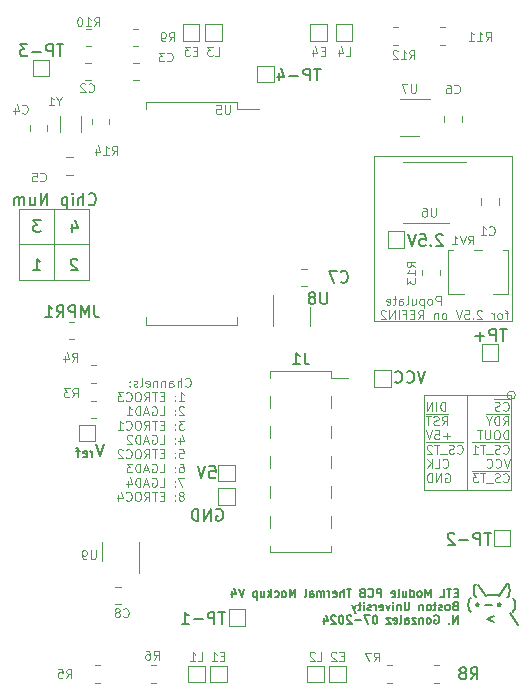
<source format=gbr>
%TF.GenerationSoftware,KiCad,Pcbnew,7.0.7*%
%TF.CreationDate,2024-12-12T20:45:32-05:00*%
%TF.ProjectId,design-files_TM,64657369-676e-42d6-9669-6c65735f544d,rev?*%
%TF.SameCoordinates,Original*%
%TF.FileFunction,Legend,Bot*%
%TF.FilePolarity,Positive*%
%FSLAX46Y46*%
G04 Gerber Fmt 4.6, Leading zero omitted, Abs format (unit mm)*
G04 Created by KiCad (PCBNEW 7.0.7) date 2024-12-12 20:45:32*
%MOMM*%
%LPD*%
G01*
G04 APERTURE LIST*
%ADD10C,0.120000*%
%ADD11C,0.150000*%
%ADD12C,0.112500*%
G04 APERTURE END LIST*
D10*
X4105000Y-16630000D02*
X4105000Y-22630000D01*
X35430000Y-32405000D02*
X42800000Y-32405000D01*
X42800000Y-40395000D01*
X35430000Y-40395000D01*
X35430000Y-32405000D01*
X31200000Y-12150000D02*
X42850000Y-12150000D01*
X42850000Y-26150000D01*
X31200000Y-26150000D01*
X31200000Y-12150000D01*
X39070000Y-32415000D02*
X39070000Y-40405000D01*
X1130000Y-19630000D02*
X7080000Y-19630000D01*
X43153553Y-32405000D02*
G75*
G03*
X43153553Y-32405000I-353553J0D01*
G01*
X1130000Y-16630000D02*
X7080000Y-16630000D01*
X7080000Y-22630000D01*
X1130000Y-22630000D01*
X1130000Y-16630000D01*
D11*
X2344285Y-21834819D02*
X2915713Y-21834819D01*
X2629999Y-21834819D02*
X2629999Y-20834819D01*
X2629999Y-20834819D02*
X2725237Y-20977676D01*
X2725237Y-20977676D02*
X2820475Y-21072914D01*
X2820475Y-21072914D02*
X2915713Y-21120533D01*
D12*
X42118844Y-33650935D02*
X42154558Y-33686650D01*
X42154558Y-33686650D02*
X42261701Y-33722364D01*
X42261701Y-33722364D02*
X42333129Y-33722364D01*
X42333129Y-33722364D02*
X42440272Y-33686650D01*
X42440272Y-33686650D02*
X42511701Y-33615221D01*
X42511701Y-33615221D02*
X42547415Y-33543792D01*
X42547415Y-33543792D02*
X42583129Y-33400935D01*
X42583129Y-33400935D02*
X42583129Y-33293792D01*
X42583129Y-33293792D02*
X42547415Y-33150935D01*
X42547415Y-33150935D02*
X42511701Y-33079507D01*
X42511701Y-33079507D02*
X42440272Y-33008078D01*
X42440272Y-33008078D02*
X42333129Y-32972364D01*
X42333129Y-32972364D02*
X42261701Y-32972364D01*
X42261701Y-32972364D02*
X42154558Y-33008078D01*
X42154558Y-33008078D02*
X42118844Y-33043792D01*
X41833129Y-33686650D02*
X41725987Y-33722364D01*
X41725987Y-33722364D02*
X41547415Y-33722364D01*
X41547415Y-33722364D02*
X41475987Y-33686650D01*
X41475987Y-33686650D02*
X41440272Y-33650935D01*
X41440272Y-33650935D02*
X41404558Y-33579507D01*
X41404558Y-33579507D02*
X41404558Y-33508078D01*
X41404558Y-33508078D02*
X41440272Y-33436650D01*
X41440272Y-33436650D02*
X41475987Y-33400935D01*
X41475987Y-33400935D02*
X41547415Y-33365221D01*
X41547415Y-33365221D02*
X41690272Y-33329507D01*
X41690272Y-33329507D02*
X41761701Y-33293792D01*
X41761701Y-33293792D02*
X41797415Y-33258078D01*
X41797415Y-33258078D02*
X41833129Y-33186650D01*
X41833129Y-33186650D02*
X41833129Y-33115221D01*
X41833129Y-33115221D02*
X41797415Y-33043792D01*
X41797415Y-33043792D02*
X41761701Y-33008078D01*
X41761701Y-33008078D02*
X41690272Y-32972364D01*
X41690272Y-32972364D02*
X41511701Y-32972364D01*
X41511701Y-32972364D02*
X41404558Y-33008078D01*
X42650987Y-32764150D02*
X41336701Y-32764150D01*
X42118844Y-34929864D02*
X42368844Y-34572721D01*
X42547415Y-34929864D02*
X42547415Y-34179864D01*
X42547415Y-34179864D02*
X42261701Y-34179864D01*
X42261701Y-34179864D02*
X42190272Y-34215578D01*
X42190272Y-34215578D02*
X42154558Y-34251292D01*
X42154558Y-34251292D02*
X42118844Y-34322721D01*
X42118844Y-34322721D02*
X42118844Y-34429864D01*
X42118844Y-34429864D02*
X42154558Y-34501292D01*
X42154558Y-34501292D02*
X42190272Y-34537007D01*
X42190272Y-34537007D02*
X42261701Y-34572721D01*
X42261701Y-34572721D02*
X42547415Y-34572721D01*
X41797415Y-34929864D02*
X41797415Y-34179864D01*
X41797415Y-34179864D02*
X41618844Y-34179864D01*
X41618844Y-34179864D02*
X41511701Y-34215578D01*
X41511701Y-34215578D02*
X41440272Y-34287007D01*
X41440272Y-34287007D02*
X41404558Y-34358435D01*
X41404558Y-34358435D02*
X41368844Y-34501292D01*
X41368844Y-34501292D02*
X41368844Y-34608435D01*
X41368844Y-34608435D02*
X41404558Y-34751292D01*
X41404558Y-34751292D02*
X41440272Y-34822721D01*
X41440272Y-34822721D02*
X41511701Y-34894150D01*
X41511701Y-34894150D02*
X41618844Y-34929864D01*
X41618844Y-34929864D02*
X41797415Y-34929864D01*
X40904558Y-34572721D02*
X40904558Y-34929864D01*
X41154558Y-34179864D02*
X40904558Y-34572721D01*
X40904558Y-34572721D02*
X40654558Y-34179864D01*
X42650987Y-33971650D02*
X40658130Y-33971650D01*
X42547415Y-36137364D02*
X42547415Y-35387364D01*
X42547415Y-35387364D02*
X42368844Y-35387364D01*
X42368844Y-35387364D02*
X42261701Y-35423078D01*
X42261701Y-35423078D02*
X42190272Y-35494507D01*
X42190272Y-35494507D02*
X42154558Y-35565935D01*
X42154558Y-35565935D02*
X42118844Y-35708792D01*
X42118844Y-35708792D02*
X42118844Y-35815935D01*
X42118844Y-35815935D02*
X42154558Y-35958792D01*
X42154558Y-35958792D02*
X42190272Y-36030221D01*
X42190272Y-36030221D02*
X42261701Y-36101650D01*
X42261701Y-36101650D02*
X42368844Y-36137364D01*
X42368844Y-36137364D02*
X42547415Y-36137364D01*
X41654558Y-35387364D02*
X41511701Y-35387364D01*
X41511701Y-35387364D02*
X41440272Y-35423078D01*
X41440272Y-35423078D02*
X41368844Y-35494507D01*
X41368844Y-35494507D02*
X41333129Y-35637364D01*
X41333129Y-35637364D02*
X41333129Y-35887364D01*
X41333129Y-35887364D02*
X41368844Y-36030221D01*
X41368844Y-36030221D02*
X41440272Y-36101650D01*
X41440272Y-36101650D02*
X41511701Y-36137364D01*
X41511701Y-36137364D02*
X41654558Y-36137364D01*
X41654558Y-36137364D02*
X41725987Y-36101650D01*
X41725987Y-36101650D02*
X41797415Y-36030221D01*
X41797415Y-36030221D02*
X41833129Y-35887364D01*
X41833129Y-35887364D02*
X41833129Y-35637364D01*
X41833129Y-35637364D02*
X41797415Y-35494507D01*
X41797415Y-35494507D02*
X41725987Y-35423078D01*
X41725987Y-35423078D02*
X41654558Y-35387364D01*
X41011701Y-35387364D02*
X41011701Y-35994507D01*
X41011701Y-35994507D02*
X40975987Y-36065935D01*
X40975987Y-36065935D02*
X40940273Y-36101650D01*
X40940273Y-36101650D02*
X40868844Y-36137364D01*
X40868844Y-36137364D02*
X40725987Y-36137364D01*
X40725987Y-36137364D02*
X40654558Y-36101650D01*
X40654558Y-36101650D02*
X40618844Y-36065935D01*
X40618844Y-36065935D02*
X40583130Y-35994507D01*
X40583130Y-35994507D02*
X40583130Y-35387364D01*
X40333130Y-35387364D02*
X39904559Y-35387364D01*
X40118844Y-36137364D02*
X40118844Y-35387364D01*
X42118844Y-37273435D02*
X42154558Y-37309150D01*
X42154558Y-37309150D02*
X42261701Y-37344864D01*
X42261701Y-37344864D02*
X42333129Y-37344864D01*
X42333129Y-37344864D02*
X42440272Y-37309150D01*
X42440272Y-37309150D02*
X42511701Y-37237721D01*
X42511701Y-37237721D02*
X42547415Y-37166292D01*
X42547415Y-37166292D02*
X42583129Y-37023435D01*
X42583129Y-37023435D02*
X42583129Y-36916292D01*
X42583129Y-36916292D02*
X42547415Y-36773435D01*
X42547415Y-36773435D02*
X42511701Y-36702007D01*
X42511701Y-36702007D02*
X42440272Y-36630578D01*
X42440272Y-36630578D02*
X42333129Y-36594864D01*
X42333129Y-36594864D02*
X42261701Y-36594864D01*
X42261701Y-36594864D02*
X42154558Y-36630578D01*
X42154558Y-36630578D02*
X42118844Y-36666292D01*
X41833129Y-37309150D02*
X41725987Y-37344864D01*
X41725987Y-37344864D02*
X41547415Y-37344864D01*
X41547415Y-37344864D02*
X41475987Y-37309150D01*
X41475987Y-37309150D02*
X41440272Y-37273435D01*
X41440272Y-37273435D02*
X41404558Y-37202007D01*
X41404558Y-37202007D02*
X41404558Y-37130578D01*
X41404558Y-37130578D02*
X41440272Y-37059150D01*
X41440272Y-37059150D02*
X41475987Y-37023435D01*
X41475987Y-37023435D02*
X41547415Y-36987721D01*
X41547415Y-36987721D02*
X41690272Y-36952007D01*
X41690272Y-36952007D02*
X41761701Y-36916292D01*
X41761701Y-36916292D02*
X41797415Y-36880578D01*
X41797415Y-36880578D02*
X41833129Y-36809150D01*
X41833129Y-36809150D02*
X41833129Y-36737721D01*
X41833129Y-36737721D02*
X41797415Y-36666292D01*
X41797415Y-36666292D02*
X41761701Y-36630578D01*
X41761701Y-36630578D02*
X41690272Y-36594864D01*
X41690272Y-36594864D02*
X41511701Y-36594864D01*
X41511701Y-36594864D02*
X41404558Y-36630578D01*
X41261701Y-37416292D02*
X40690272Y-37416292D01*
X40618843Y-36594864D02*
X40190272Y-36594864D01*
X40404557Y-37344864D02*
X40404557Y-36594864D01*
X39547414Y-37344864D02*
X39975985Y-37344864D01*
X39761700Y-37344864D02*
X39761700Y-36594864D01*
X39761700Y-36594864D02*
X39833128Y-36702007D01*
X39833128Y-36702007D02*
X39904557Y-36773435D01*
X39904557Y-36773435D02*
X39975985Y-36809150D01*
X42650987Y-36386650D02*
X39479557Y-36386650D01*
X42654558Y-37802364D02*
X42404558Y-38552364D01*
X42404558Y-38552364D02*
X42154558Y-37802364D01*
X41475987Y-38480935D02*
X41511701Y-38516650D01*
X41511701Y-38516650D02*
X41618844Y-38552364D01*
X41618844Y-38552364D02*
X41690272Y-38552364D01*
X41690272Y-38552364D02*
X41797415Y-38516650D01*
X41797415Y-38516650D02*
X41868844Y-38445221D01*
X41868844Y-38445221D02*
X41904558Y-38373792D01*
X41904558Y-38373792D02*
X41940272Y-38230935D01*
X41940272Y-38230935D02*
X41940272Y-38123792D01*
X41940272Y-38123792D02*
X41904558Y-37980935D01*
X41904558Y-37980935D02*
X41868844Y-37909507D01*
X41868844Y-37909507D02*
X41797415Y-37838078D01*
X41797415Y-37838078D02*
X41690272Y-37802364D01*
X41690272Y-37802364D02*
X41618844Y-37802364D01*
X41618844Y-37802364D02*
X41511701Y-37838078D01*
X41511701Y-37838078D02*
X41475987Y-37873792D01*
X40725987Y-38480935D02*
X40761701Y-38516650D01*
X40761701Y-38516650D02*
X40868844Y-38552364D01*
X40868844Y-38552364D02*
X40940272Y-38552364D01*
X40940272Y-38552364D02*
X41047415Y-38516650D01*
X41047415Y-38516650D02*
X41118844Y-38445221D01*
X41118844Y-38445221D02*
X41154558Y-38373792D01*
X41154558Y-38373792D02*
X41190272Y-38230935D01*
X41190272Y-38230935D02*
X41190272Y-38123792D01*
X41190272Y-38123792D02*
X41154558Y-37980935D01*
X41154558Y-37980935D02*
X41118844Y-37909507D01*
X41118844Y-37909507D02*
X41047415Y-37838078D01*
X41047415Y-37838078D02*
X40940272Y-37802364D01*
X40940272Y-37802364D02*
X40868844Y-37802364D01*
X40868844Y-37802364D02*
X40761701Y-37838078D01*
X40761701Y-37838078D02*
X40725987Y-37873792D01*
X42118844Y-39688435D02*
X42154558Y-39724150D01*
X42154558Y-39724150D02*
X42261701Y-39759864D01*
X42261701Y-39759864D02*
X42333129Y-39759864D01*
X42333129Y-39759864D02*
X42440272Y-39724150D01*
X42440272Y-39724150D02*
X42511701Y-39652721D01*
X42511701Y-39652721D02*
X42547415Y-39581292D01*
X42547415Y-39581292D02*
X42583129Y-39438435D01*
X42583129Y-39438435D02*
X42583129Y-39331292D01*
X42583129Y-39331292D02*
X42547415Y-39188435D01*
X42547415Y-39188435D02*
X42511701Y-39117007D01*
X42511701Y-39117007D02*
X42440272Y-39045578D01*
X42440272Y-39045578D02*
X42333129Y-39009864D01*
X42333129Y-39009864D02*
X42261701Y-39009864D01*
X42261701Y-39009864D02*
X42154558Y-39045578D01*
X42154558Y-39045578D02*
X42118844Y-39081292D01*
X41833129Y-39724150D02*
X41725987Y-39759864D01*
X41725987Y-39759864D02*
X41547415Y-39759864D01*
X41547415Y-39759864D02*
X41475987Y-39724150D01*
X41475987Y-39724150D02*
X41440272Y-39688435D01*
X41440272Y-39688435D02*
X41404558Y-39617007D01*
X41404558Y-39617007D02*
X41404558Y-39545578D01*
X41404558Y-39545578D02*
X41440272Y-39474150D01*
X41440272Y-39474150D02*
X41475987Y-39438435D01*
X41475987Y-39438435D02*
X41547415Y-39402721D01*
X41547415Y-39402721D02*
X41690272Y-39367007D01*
X41690272Y-39367007D02*
X41761701Y-39331292D01*
X41761701Y-39331292D02*
X41797415Y-39295578D01*
X41797415Y-39295578D02*
X41833129Y-39224150D01*
X41833129Y-39224150D02*
X41833129Y-39152721D01*
X41833129Y-39152721D02*
X41797415Y-39081292D01*
X41797415Y-39081292D02*
X41761701Y-39045578D01*
X41761701Y-39045578D02*
X41690272Y-39009864D01*
X41690272Y-39009864D02*
X41511701Y-39009864D01*
X41511701Y-39009864D02*
X41404558Y-39045578D01*
X41261701Y-39831292D02*
X40690272Y-39831292D01*
X40618843Y-39009864D02*
X40190272Y-39009864D01*
X40404557Y-39759864D02*
X40404557Y-39009864D01*
X40011700Y-39009864D02*
X39547414Y-39009864D01*
X39547414Y-39009864D02*
X39797414Y-39295578D01*
X39797414Y-39295578D02*
X39690271Y-39295578D01*
X39690271Y-39295578D02*
X39618843Y-39331292D01*
X39618843Y-39331292D02*
X39583128Y-39367007D01*
X39583128Y-39367007D02*
X39547414Y-39438435D01*
X39547414Y-39438435D02*
X39547414Y-39617007D01*
X39547414Y-39617007D02*
X39583128Y-39688435D01*
X39583128Y-39688435D02*
X39618843Y-39724150D01*
X39618843Y-39724150D02*
X39690271Y-39759864D01*
X39690271Y-39759864D02*
X39904557Y-39759864D01*
X39904557Y-39759864D02*
X39975985Y-39724150D01*
X39975985Y-39724150D02*
X40011700Y-39688435D01*
X42650987Y-38801650D02*
X39479557Y-38801650D01*
D11*
X2963332Y-17584819D02*
X2344285Y-17584819D01*
X2344285Y-17584819D02*
X2677618Y-17965771D01*
X2677618Y-17965771D02*
X2534761Y-17965771D01*
X2534761Y-17965771D02*
X2439523Y-18013390D01*
X2439523Y-18013390D02*
X2391904Y-18061009D01*
X2391904Y-18061009D02*
X2344285Y-18156247D01*
X2344285Y-18156247D02*
X2344285Y-18394342D01*
X2344285Y-18394342D02*
X2391904Y-18489580D01*
X2391904Y-18489580D02*
X2439523Y-18537200D01*
X2439523Y-18537200D02*
X2534761Y-18584819D01*
X2534761Y-18584819D02*
X2820475Y-18584819D01*
X2820475Y-18584819D02*
X2915713Y-18537200D01*
X2915713Y-18537200D02*
X2963332Y-18489580D01*
D12*
X15188844Y-31619685D02*
X15224558Y-31655400D01*
X15224558Y-31655400D02*
X15331701Y-31691114D01*
X15331701Y-31691114D02*
X15403129Y-31691114D01*
X15403129Y-31691114D02*
X15510272Y-31655400D01*
X15510272Y-31655400D02*
X15581701Y-31583971D01*
X15581701Y-31583971D02*
X15617415Y-31512542D01*
X15617415Y-31512542D02*
X15653129Y-31369685D01*
X15653129Y-31369685D02*
X15653129Y-31262542D01*
X15653129Y-31262542D02*
X15617415Y-31119685D01*
X15617415Y-31119685D02*
X15581701Y-31048257D01*
X15581701Y-31048257D02*
X15510272Y-30976828D01*
X15510272Y-30976828D02*
X15403129Y-30941114D01*
X15403129Y-30941114D02*
X15331701Y-30941114D01*
X15331701Y-30941114D02*
X15224558Y-30976828D01*
X15224558Y-30976828D02*
X15188844Y-31012542D01*
X14867415Y-31691114D02*
X14867415Y-30941114D01*
X14545987Y-31691114D02*
X14545987Y-31298257D01*
X14545987Y-31298257D02*
X14581701Y-31226828D01*
X14581701Y-31226828D02*
X14653129Y-31191114D01*
X14653129Y-31191114D02*
X14760272Y-31191114D01*
X14760272Y-31191114D02*
X14831701Y-31226828D01*
X14831701Y-31226828D02*
X14867415Y-31262542D01*
X13867416Y-31691114D02*
X13867416Y-31298257D01*
X13867416Y-31298257D02*
X13903130Y-31226828D01*
X13903130Y-31226828D02*
X13974558Y-31191114D01*
X13974558Y-31191114D02*
X14117416Y-31191114D01*
X14117416Y-31191114D02*
X14188844Y-31226828D01*
X13867416Y-31655400D02*
X13938844Y-31691114D01*
X13938844Y-31691114D02*
X14117416Y-31691114D01*
X14117416Y-31691114D02*
X14188844Y-31655400D01*
X14188844Y-31655400D02*
X14224558Y-31583971D01*
X14224558Y-31583971D02*
X14224558Y-31512542D01*
X14224558Y-31512542D02*
X14188844Y-31441114D01*
X14188844Y-31441114D02*
X14117416Y-31405400D01*
X14117416Y-31405400D02*
X13938844Y-31405400D01*
X13938844Y-31405400D02*
X13867416Y-31369685D01*
X13510273Y-31191114D02*
X13510273Y-31691114D01*
X13510273Y-31262542D02*
X13474559Y-31226828D01*
X13474559Y-31226828D02*
X13403130Y-31191114D01*
X13403130Y-31191114D02*
X13295987Y-31191114D01*
X13295987Y-31191114D02*
X13224559Y-31226828D01*
X13224559Y-31226828D02*
X13188845Y-31298257D01*
X13188845Y-31298257D02*
X13188845Y-31691114D01*
X12831702Y-31191114D02*
X12831702Y-31691114D01*
X12831702Y-31262542D02*
X12795988Y-31226828D01*
X12795988Y-31226828D02*
X12724559Y-31191114D01*
X12724559Y-31191114D02*
X12617416Y-31191114D01*
X12617416Y-31191114D02*
X12545988Y-31226828D01*
X12545988Y-31226828D02*
X12510274Y-31298257D01*
X12510274Y-31298257D02*
X12510274Y-31691114D01*
X11867417Y-31655400D02*
X11938845Y-31691114D01*
X11938845Y-31691114D02*
X12081703Y-31691114D01*
X12081703Y-31691114D02*
X12153131Y-31655400D01*
X12153131Y-31655400D02*
X12188845Y-31583971D01*
X12188845Y-31583971D02*
X12188845Y-31298257D01*
X12188845Y-31298257D02*
X12153131Y-31226828D01*
X12153131Y-31226828D02*
X12081703Y-31191114D01*
X12081703Y-31191114D02*
X11938845Y-31191114D01*
X11938845Y-31191114D02*
X11867417Y-31226828D01*
X11867417Y-31226828D02*
X11831703Y-31298257D01*
X11831703Y-31298257D02*
X11831703Y-31369685D01*
X11831703Y-31369685D02*
X12188845Y-31441114D01*
X11403131Y-31691114D02*
X11474560Y-31655400D01*
X11474560Y-31655400D02*
X11510274Y-31583971D01*
X11510274Y-31583971D02*
X11510274Y-30941114D01*
X11153131Y-31655400D02*
X11081703Y-31691114D01*
X11081703Y-31691114D02*
X10938846Y-31691114D01*
X10938846Y-31691114D02*
X10867417Y-31655400D01*
X10867417Y-31655400D02*
X10831703Y-31583971D01*
X10831703Y-31583971D02*
X10831703Y-31548257D01*
X10831703Y-31548257D02*
X10867417Y-31476828D01*
X10867417Y-31476828D02*
X10938846Y-31441114D01*
X10938846Y-31441114D02*
X11045989Y-31441114D01*
X11045989Y-31441114D02*
X11117417Y-31405400D01*
X11117417Y-31405400D02*
X11153131Y-31333971D01*
X11153131Y-31333971D02*
X11153131Y-31298257D01*
X11153131Y-31298257D02*
X11117417Y-31226828D01*
X11117417Y-31226828D02*
X11045989Y-31191114D01*
X11045989Y-31191114D02*
X10938846Y-31191114D01*
X10938846Y-31191114D02*
X10867417Y-31226828D01*
X10510274Y-31619685D02*
X10474560Y-31655400D01*
X10474560Y-31655400D02*
X10510274Y-31691114D01*
X10510274Y-31691114D02*
X10545988Y-31655400D01*
X10545988Y-31655400D02*
X10510274Y-31619685D01*
X10510274Y-31619685D02*
X10510274Y-31691114D01*
X10510274Y-31226828D02*
X10474560Y-31262542D01*
X10474560Y-31262542D02*
X10510274Y-31298257D01*
X10510274Y-31298257D02*
X10545988Y-31262542D01*
X10545988Y-31262542D02*
X10510274Y-31226828D01*
X10510274Y-31226828D02*
X10510274Y-31298257D01*
X14653129Y-32898614D02*
X15081700Y-32898614D01*
X14867415Y-32898614D02*
X14867415Y-32148614D01*
X14867415Y-32148614D02*
X14938843Y-32255757D01*
X14938843Y-32255757D02*
X15010272Y-32327185D01*
X15010272Y-32327185D02*
X15081700Y-32362900D01*
X14331700Y-32827185D02*
X14295986Y-32862900D01*
X14295986Y-32862900D02*
X14331700Y-32898614D01*
X14331700Y-32898614D02*
X14367414Y-32862900D01*
X14367414Y-32862900D02*
X14331700Y-32827185D01*
X14331700Y-32827185D02*
X14331700Y-32898614D01*
X14331700Y-32434328D02*
X14295986Y-32470042D01*
X14295986Y-32470042D02*
X14331700Y-32505757D01*
X14331700Y-32505757D02*
X14367414Y-32470042D01*
X14367414Y-32470042D02*
X14331700Y-32434328D01*
X14331700Y-32434328D02*
X14331700Y-32505757D01*
X13403128Y-32505757D02*
X13153128Y-32505757D01*
X13045985Y-32898614D02*
X13403128Y-32898614D01*
X13403128Y-32898614D02*
X13403128Y-32148614D01*
X13403128Y-32148614D02*
X13045985Y-32148614D01*
X12831700Y-32148614D02*
X12403129Y-32148614D01*
X12617414Y-32898614D02*
X12617414Y-32148614D01*
X11724557Y-32898614D02*
X11974557Y-32541471D01*
X12153128Y-32898614D02*
X12153128Y-32148614D01*
X12153128Y-32148614D02*
X11867414Y-32148614D01*
X11867414Y-32148614D02*
X11795985Y-32184328D01*
X11795985Y-32184328D02*
X11760271Y-32220042D01*
X11760271Y-32220042D02*
X11724557Y-32291471D01*
X11724557Y-32291471D02*
X11724557Y-32398614D01*
X11724557Y-32398614D02*
X11760271Y-32470042D01*
X11760271Y-32470042D02*
X11795985Y-32505757D01*
X11795985Y-32505757D02*
X11867414Y-32541471D01*
X11867414Y-32541471D02*
X12153128Y-32541471D01*
X11260271Y-32148614D02*
X11117414Y-32148614D01*
X11117414Y-32148614D02*
X11045985Y-32184328D01*
X11045985Y-32184328D02*
X10974557Y-32255757D01*
X10974557Y-32255757D02*
X10938842Y-32398614D01*
X10938842Y-32398614D02*
X10938842Y-32648614D01*
X10938842Y-32648614D02*
X10974557Y-32791471D01*
X10974557Y-32791471D02*
X11045985Y-32862900D01*
X11045985Y-32862900D02*
X11117414Y-32898614D01*
X11117414Y-32898614D02*
X11260271Y-32898614D01*
X11260271Y-32898614D02*
X11331700Y-32862900D01*
X11331700Y-32862900D02*
X11403128Y-32791471D01*
X11403128Y-32791471D02*
X11438842Y-32648614D01*
X11438842Y-32648614D02*
X11438842Y-32398614D01*
X11438842Y-32398614D02*
X11403128Y-32255757D01*
X11403128Y-32255757D02*
X11331700Y-32184328D01*
X11331700Y-32184328D02*
X11260271Y-32148614D01*
X10188843Y-32827185D02*
X10224557Y-32862900D01*
X10224557Y-32862900D02*
X10331700Y-32898614D01*
X10331700Y-32898614D02*
X10403128Y-32898614D01*
X10403128Y-32898614D02*
X10510271Y-32862900D01*
X10510271Y-32862900D02*
X10581700Y-32791471D01*
X10581700Y-32791471D02*
X10617414Y-32720042D01*
X10617414Y-32720042D02*
X10653128Y-32577185D01*
X10653128Y-32577185D02*
X10653128Y-32470042D01*
X10653128Y-32470042D02*
X10617414Y-32327185D01*
X10617414Y-32327185D02*
X10581700Y-32255757D01*
X10581700Y-32255757D02*
X10510271Y-32184328D01*
X10510271Y-32184328D02*
X10403128Y-32148614D01*
X10403128Y-32148614D02*
X10331700Y-32148614D01*
X10331700Y-32148614D02*
X10224557Y-32184328D01*
X10224557Y-32184328D02*
X10188843Y-32220042D01*
X9938843Y-32148614D02*
X9474557Y-32148614D01*
X9474557Y-32148614D02*
X9724557Y-32434328D01*
X9724557Y-32434328D02*
X9617414Y-32434328D01*
X9617414Y-32434328D02*
X9545986Y-32470042D01*
X9545986Y-32470042D02*
X9510271Y-32505757D01*
X9510271Y-32505757D02*
X9474557Y-32577185D01*
X9474557Y-32577185D02*
X9474557Y-32755757D01*
X9474557Y-32755757D02*
X9510271Y-32827185D01*
X9510271Y-32827185D02*
X9545986Y-32862900D01*
X9545986Y-32862900D02*
X9617414Y-32898614D01*
X9617414Y-32898614D02*
X9831700Y-32898614D01*
X9831700Y-32898614D02*
X9903128Y-32862900D01*
X9903128Y-32862900D02*
X9938843Y-32827185D01*
X15081700Y-33427542D02*
X15045986Y-33391828D01*
X15045986Y-33391828D02*
X14974558Y-33356114D01*
X14974558Y-33356114D02*
X14795986Y-33356114D01*
X14795986Y-33356114D02*
X14724558Y-33391828D01*
X14724558Y-33391828D02*
X14688843Y-33427542D01*
X14688843Y-33427542D02*
X14653129Y-33498971D01*
X14653129Y-33498971D02*
X14653129Y-33570400D01*
X14653129Y-33570400D02*
X14688843Y-33677542D01*
X14688843Y-33677542D02*
X15117415Y-34106114D01*
X15117415Y-34106114D02*
X14653129Y-34106114D01*
X14331700Y-34034685D02*
X14295986Y-34070400D01*
X14295986Y-34070400D02*
X14331700Y-34106114D01*
X14331700Y-34106114D02*
X14367414Y-34070400D01*
X14367414Y-34070400D02*
X14331700Y-34034685D01*
X14331700Y-34034685D02*
X14331700Y-34106114D01*
X14331700Y-33641828D02*
X14295986Y-33677542D01*
X14295986Y-33677542D02*
X14331700Y-33713257D01*
X14331700Y-33713257D02*
X14367414Y-33677542D01*
X14367414Y-33677542D02*
X14331700Y-33641828D01*
X14331700Y-33641828D02*
X14331700Y-33713257D01*
X13045985Y-34106114D02*
X13403128Y-34106114D01*
X13403128Y-34106114D02*
X13403128Y-33356114D01*
X12403128Y-33391828D02*
X12474557Y-33356114D01*
X12474557Y-33356114D02*
X12581699Y-33356114D01*
X12581699Y-33356114D02*
X12688842Y-33391828D01*
X12688842Y-33391828D02*
X12760271Y-33463257D01*
X12760271Y-33463257D02*
X12795985Y-33534685D01*
X12795985Y-33534685D02*
X12831699Y-33677542D01*
X12831699Y-33677542D02*
X12831699Y-33784685D01*
X12831699Y-33784685D02*
X12795985Y-33927542D01*
X12795985Y-33927542D02*
X12760271Y-33998971D01*
X12760271Y-33998971D02*
X12688842Y-34070400D01*
X12688842Y-34070400D02*
X12581699Y-34106114D01*
X12581699Y-34106114D02*
X12510271Y-34106114D01*
X12510271Y-34106114D02*
X12403128Y-34070400D01*
X12403128Y-34070400D02*
X12367414Y-34034685D01*
X12367414Y-34034685D02*
X12367414Y-33784685D01*
X12367414Y-33784685D02*
X12510271Y-33784685D01*
X12081699Y-33891828D02*
X11724557Y-33891828D01*
X12153128Y-34106114D02*
X11903128Y-33356114D01*
X11903128Y-33356114D02*
X11653128Y-34106114D01*
X11403128Y-34106114D02*
X11403128Y-33356114D01*
X11403128Y-33356114D02*
X11224557Y-33356114D01*
X11224557Y-33356114D02*
X11117414Y-33391828D01*
X11117414Y-33391828D02*
X11045985Y-33463257D01*
X11045985Y-33463257D02*
X11010271Y-33534685D01*
X11010271Y-33534685D02*
X10974557Y-33677542D01*
X10974557Y-33677542D02*
X10974557Y-33784685D01*
X10974557Y-33784685D02*
X11010271Y-33927542D01*
X11010271Y-33927542D02*
X11045985Y-33998971D01*
X11045985Y-33998971D02*
X11117414Y-34070400D01*
X11117414Y-34070400D02*
X11224557Y-34106114D01*
X11224557Y-34106114D02*
X11403128Y-34106114D01*
X10260271Y-34106114D02*
X10688842Y-34106114D01*
X10474557Y-34106114D02*
X10474557Y-33356114D01*
X10474557Y-33356114D02*
X10545985Y-33463257D01*
X10545985Y-33463257D02*
X10617414Y-33534685D01*
X10617414Y-33534685D02*
X10688842Y-33570400D01*
X15117415Y-34563614D02*
X14653129Y-34563614D01*
X14653129Y-34563614D02*
X14903129Y-34849328D01*
X14903129Y-34849328D02*
X14795986Y-34849328D01*
X14795986Y-34849328D02*
X14724558Y-34885042D01*
X14724558Y-34885042D02*
X14688843Y-34920757D01*
X14688843Y-34920757D02*
X14653129Y-34992185D01*
X14653129Y-34992185D02*
X14653129Y-35170757D01*
X14653129Y-35170757D02*
X14688843Y-35242185D01*
X14688843Y-35242185D02*
X14724558Y-35277900D01*
X14724558Y-35277900D02*
X14795986Y-35313614D01*
X14795986Y-35313614D02*
X15010272Y-35313614D01*
X15010272Y-35313614D02*
X15081700Y-35277900D01*
X15081700Y-35277900D02*
X15117415Y-35242185D01*
X14331700Y-35242185D02*
X14295986Y-35277900D01*
X14295986Y-35277900D02*
X14331700Y-35313614D01*
X14331700Y-35313614D02*
X14367414Y-35277900D01*
X14367414Y-35277900D02*
X14331700Y-35242185D01*
X14331700Y-35242185D02*
X14331700Y-35313614D01*
X14331700Y-34849328D02*
X14295986Y-34885042D01*
X14295986Y-34885042D02*
X14331700Y-34920757D01*
X14331700Y-34920757D02*
X14367414Y-34885042D01*
X14367414Y-34885042D02*
X14331700Y-34849328D01*
X14331700Y-34849328D02*
X14331700Y-34920757D01*
X13403128Y-34920757D02*
X13153128Y-34920757D01*
X13045985Y-35313614D02*
X13403128Y-35313614D01*
X13403128Y-35313614D02*
X13403128Y-34563614D01*
X13403128Y-34563614D02*
X13045985Y-34563614D01*
X12831700Y-34563614D02*
X12403129Y-34563614D01*
X12617414Y-35313614D02*
X12617414Y-34563614D01*
X11724557Y-35313614D02*
X11974557Y-34956471D01*
X12153128Y-35313614D02*
X12153128Y-34563614D01*
X12153128Y-34563614D02*
X11867414Y-34563614D01*
X11867414Y-34563614D02*
X11795985Y-34599328D01*
X11795985Y-34599328D02*
X11760271Y-34635042D01*
X11760271Y-34635042D02*
X11724557Y-34706471D01*
X11724557Y-34706471D02*
X11724557Y-34813614D01*
X11724557Y-34813614D02*
X11760271Y-34885042D01*
X11760271Y-34885042D02*
X11795985Y-34920757D01*
X11795985Y-34920757D02*
X11867414Y-34956471D01*
X11867414Y-34956471D02*
X12153128Y-34956471D01*
X11260271Y-34563614D02*
X11117414Y-34563614D01*
X11117414Y-34563614D02*
X11045985Y-34599328D01*
X11045985Y-34599328D02*
X10974557Y-34670757D01*
X10974557Y-34670757D02*
X10938842Y-34813614D01*
X10938842Y-34813614D02*
X10938842Y-35063614D01*
X10938842Y-35063614D02*
X10974557Y-35206471D01*
X10974557Y-35206471D02*
X11045985Y-35277900D01*
X11045985Y-35277900D02*
X11117414Y-35313614D01*
X11117414Y-35313614D02*
X11260271Y-35313614D01*
X11260271Y-35313614D02*
X11331700Y-35277900D01*
X11331700Y-35277900D02*
X11403128Y-35206471D01*
X11403128Y-35206471D02*
X11438842Y-35063614D01*
X11438842Y-35063614D02*
X11438842Y-34813614D01*
X11438842Y-34813614D02*
X11403128Y-34670757D01*
X11403128Y-34670757D02*
X11331700Y-34599328D01*
X11331700Y-34599328D02*
X11260271Y-34563614D01*
X10188843Y-35242185D02*
X10224557Y-35277900D01*
X10224557Y-35277900D02*
X10331700Y-35313614D01*
X10331700Y-35313614D02*
X10403128Y-35313614D01*
X10403128Y-35313614D02*
X10510271Y-35277900D01*
X10510271Y-35277900D02*
X10581700Y-35206471D01*
X10581700Y-35206471D02*
X10617414Y-35135042D01*
X10617414Y-35135042D02*
X10653128Y-34992185D01*
X10653128Y-34992185D02*
X10653128Y-34885042D01*
X10653128Y-34885042D02*
X10617414Y-34742185D01*
X10617414Y-34742185D02*
X10581700Y-34670757D01*
X10581700Y-34670757D02*
X10510271Y-34599328D01*
X10510271Y-34599328D02*
X10403128Y-34563614D01*
X10403128Y-34563614D02*
X10331700Y-34563614D01*
X10331700Y-34563614D02*
X10224557Y-34599328D01*
X10224557Y-34599328D02*
X10188843Y-34635042D01*
X9474557Y-35313614D02*
X9903128Y-35313614D01*
X9688843Y-35313614D02*
X9688843Y-34563614D01*
X9688843Y-34563614D02*
X9760271Y-34670757D01*
X9760271Y-34670757D02*
X9831700Y-34742185D01*
X9831700Y-34742185D02*
X9903128Y-34777900D01*
X14724558Y-36021114D02*
X14724558Y-36521114D01*
X14903129Y-35735400D02*
X15081700Y-36271114D01*
X15081700Y-36271114D02*
X14617415Y-36271114D01*
X14331700Y-36449685D02*
X14295986Y-36485400D01*
X14295986Y-36485400D02*
X14331700Y-36521114D01*
X14331700Y-36521114D02*
X14367414Y-36485400D01*
X14367414Y-36485400D02*
X14331700Y-36449685D01*
X14331700Y-36449685D02*
X14331700Y-36521114D01*
X14331700Y-36056828D02*
X14295986Y-36092542D01*
X14295986Y-36092542D02*
X14331700Y-36128257D01*
X14331700Y-36128257D02*
X14367414Y-36092542D01*
X14367414Y-36092542D02*
X14331700Y-36056828D01*
X14331700Y-36056828D02*
X14331700Y-36128257D01*
X13045985Y-36521114D02*
X13403128Y-36521114D01*
X13403128Y-36521114D02*
X13403128Y-35771114D01*
X12403128Y-35806828D02*
X12474557Y-35771114D01*
X12474557Y-35771114D02*
X12581699Y-35771114D01*
X12581699Y-35771114D02*
X12688842Y-35806828D01*
X12688842Y-35806828D02*
X12760271Y-35878257D01*
X12760271Y-35878257D02*
X12795985Y-35949685D01*
X12795985Y-35949685D02*
X12831699Y-36092542D01*
X12831699Y-36092542D02*
X12831699Y-36199685D01*
X12831699Y-36199685D02*
X12795985Y-36342542D01*
X12795985Y-36342542D02*
X12760271Y-36413971D01*
X12760271Y-36413971D02*
X12688842Y-36485400D01*
X12688842Y-36485400D02*
X12581699Y-36521114D01*
X12581699Y-36521114D02*
X12510271Y-36521114D01*
X12510271Y-36521114D02*
X12403128Y-36485400D01*
X12403128Y-36485400D02*
X12367414Y-36449685D01*
X12367414Y-36449685D02*
X12367414Y-36199685D01*
X12367414Y-36199685D02*
X12510271Y-36199685D01*
X12081699Y-36306828D02*
X11724557Y-36306828D01*
X12153128Y-36521114D02*
X11903128Y-35771114D01*
X11903128Y-35771114D02*
X11653128Y-36521114D01*
X11403128Y-36521114D02*
X11403128Y-35771114D01*
X11403128Y-35771114D02*
X11224557Y-35771114D01*
X11224557Y-35771114D02*
X11117414Y-35806828D01*
X11117414Y-35806828D02*
X11045985Y-35878257D01*
X11045985Y-35878257D02*
X11010271Y-35949685D01*
X11010271Y-35949685D02*
X10974557Y-36092542D01*
X10974557Y-36092542D02*
X10974557Y-36199685D01*
X10974557Y-36199685D02*
X11010271Y-36342542D01*
X11010271Y-36342542D02*
X11045985Y-36413971D01*
X11045985Y-36413971D02*
X11117414Y-36485400D01*
X11117414Y-36485400D02*
X11224557Y-36521114D01*
X11224557Y-36521114D02*
X11403128Y-36521114D01*
X10688842Y-35842542D02*
X10653128Y-35806828D01*
X10653128Y-35806828D02*
X10581700Y-35771114D01*
X10581700Y-35771114D02*
X10403128Y-35771114D01*
X10403128Y-35771114D02*
X10331700Y-35806828D01*
X10331700Y-35806828D02*
X10295985Y-35842542D01*
X10295985Y-35842542D02*
X10260271Y-35913971D01*
X10260271Y-35913971D02*
X10260271Y-35985400D01*
X10260271Y-35985400D02*
X10295985Y-36092542D01*
X10295985Y-36092542D02*
X10724557Y-36521114D01*
X10724557Y-36521114D02*
X10260271Y-36521114D01*
X14688843Y-36978614D02*
X15045986Y-36978614D01*
X15045986Y-36978614D02*
X15081700Y-37335757D01*
X15081700Y-37335757D02*
X15045986Y-37300042D01*
X15045986Y-37300042D02*
X14974558Y-37264328D01*
X14974558Y-37264328D02*
X14795986Y-37264328D01*
X14795986Y-37264328D02*
X14724558Y-37300042D01*
X14724558Y-37300042D02*
X14688843Y-37335757D01*
X14688843Y-37335757D02*
X14653129Y-37407185D01*
X14653129Y-37407185D02*
X14653129Y-37585757D01*
X14653129Y-37585757D02*
X14688843Y-37657185D01*
X14688843Y-37657185D02*
X14724558Y-37692900D01*
X14724558Y-37692900D02*
X14795986Y-37728614D01*
X14795986Y-37728614D02*
X14974558Y-37728614D01*
X14974558Y-37728614D02*
X15045986Y-37692900D01*
X15045986Y-37692900D02*
X15081700Y-37657185D01*
X14331700Y-37657185D02*
X14295986Y-37692900D01*
X14295986Y-37692900D02*
X14331700Y-37728614D01*
X14331700Y-37728614D02*
X14367414Y-37692900D01*
X14367414Y-37692900D02*
X14331700Y-37657185D01*
X14331700Y-37657185D02*
X14331700Y-37728614D01*
X14331700Y-37264328D02*
X14295986Y-37300042D01*
X14295986Y-37300042D02*
X14331700Y-37335757D01*
X14331700Y-37335757D02*
X14367414Y-37300042D01*
X14367414Y-37300042D02*
X14331700Y-37264328D01*
X14331700Y-37264328D02*
X14331700Y-37335757D01*
X13403128Y-37335757D02*
X13153128Y-37335757D01*
X13045985Y-37728614D02*
X13403128Y-37728614D01*
X13403128Y-37728614D02*
X13403128Y-36978614D01*
X13403128Y-36978614D02*
X13045985Y-36978614D01*
X12831700Y-36978614D02*
X12403129Y-36978614D01*
X12617414Y-37728614D02*
X12617414Y-36978614D01*
X11724557Y-37728614D02*
X11974557Y-37371471D01*
X12153128Y-37728614D02*
X12153128Y-36978614D01*
X12153128Y-36978614D02*
X11867414Y-36978614D01*
X11867414Y-36978614D02*
X11795985Y-37014328D01*
X11795985Y-37014328D02*
X11760271Y-37050042D01*
X11760271Y-37050042D02*
X11724557Y-37121471D01*
X11724557Y-37121471D02*
X11724557Y-37228614D01*
X11724557Y-37228614D02*
X11760271Y-37300042D01*
X11760271Y-37300042D02*
X11795985Y-37335757D01*
X11795985Y-37335757D02*
X11867414Y-37371471D01*
X11867414Y-37371471D02*
X12153128Y-37371471D01*
X11260271Y-36978614D02*
X11117414Y-36978614D01*
X11117414Y-36978614D02*
X11045985Y-37014328D01*
X11045985Y-37014328D02*
X10974557Y-37085757D01*
X10974557Y-37085757D02*
X10938842Y-37228614D01*
X10938842Y-37228614D02*
X10938842Y-37478614D01*
X10938842Y-37478614D02*
X10974557Y-37621471D01*
X10974557Y-37621471D02*
X11045985Y-37692900D01*
X11045985Y-37692900D02*
X11117414Y-37728614D01*
X11117414Y-37728614D02*
X11260271Y-37728614D01*
X11260271Y-37728614D02*
X11331700Y-37692900D01*
X11331700Y-37692900D02*
X11403128Y-37621471D01*
X11403128Y-37621471D02*
X11438842Y-37478614D01*
X11438842Y-37478614D02*
X11438842Y-37228614D01*
X11438842Y-37228614D02*
X11403128Y-37085757D01*
X11403128Y-37085757D02*
X11331700Y-37014328D01*
X11331700Y-37014328D02*
X11260271Y-36978614D01*
X10188843Y-37657185D02*
X10224557Y-37692900D01*
X10224557Y-37692900D02*
X10331700Y-37728614D01*
X10331700Y-37728614D02*
X10403128Y-37728614D01*
X10403128Y-37728614D02*
X10510271Y-37692900D01*
X10510271Y-37692900D02*
X10581700Y-37621471D01*
X10581700Y-37621471D02*
X10617414Y-37550042D01*
X10617414Y-37550042D02*
X10653128Y-37407185D01*
X10653128Y-37407185D02*
X10653128Y-37300042D01*
X10653128Y-37300042D02*
X10617414Y-37157185D01*
X10617414Y-37157185D02*
X10581700Y-37085757D01*
X10581700Y-37085757D02*
X10510271Y-37014328D01*
X10510271Y-37014328D02*
X10403128Y-36978614D01*
X10403128Y-36978614D02*
X10331700Y-36978614D01*
X10331700Y-36978614D02*
X10224557Y-37014328D01*
X10224557Y-37014328D02*
X10188843Y-37050042D01*
X9903128Y-37050042D02*
X9867414Y-37014328D01*
X9867414Y-37014328D02*
X9795986Y-36978614D01*
X9795986Y-36978614D02*
X9617414Y-36978614D01*
X9617414Y-36978614D02*
X9545986Y-37014328D01*
X9545986Y-37014328D02*
X9510271Y-37050042D01*
X9510271Y-37050042D02*
X9474557Y-37121471D01*
X9474557Y-37121471D02*
X9474557Y-37192900D01*
X9474557Y-37192900D02*
X9510271Y-37300042D01*
X9510271Y-37300042D02*
X9938843Y-37728614D01*
X9938843Y-37728614D02*
X9474557Y-37728614D01*
X14724558Y-38186114D02*
X14867415Y-38186114D01*
X14867415Y-38186114D02*
X14938843Y-38221828D01*
X14938843Y-38221828D02*
X14974558Y-38257542D01*
X14974558Y-38257542D02*
X15045986Y-38364685D01*
X15045986Y-38364685D02*
X15081700Y-38507542D01*
X15081700Y-38507542D02*
X15081700Y-38793257D01*
X15081700Y-38793257D02*
X15045986Y-38864685D01*
X15045986Y-38864685D02*
X15010272Y-38900400D01*
X15010272Y-38900400D02*
X14938843Y-38936114D01*
X14938843Y-38936114D02*
X14795986Y-38936114D01*
X14795986Y-38936114D02*
X14724558Y-38900400D01*
X14724558Y-38900400D02*
X14688843Y-38864685D01*
X14688843Y-38864685D02*
X14653129Y-38793257D01*
X14653129Y-38793257D02*
X14653129Y-38614685D01*
X14653129Y-38614685D02*
X14688843Y-38543257D01*
X14688843Y-38543257D02*
X14724558Y-38507542D01*
X14724558Y-38507542D02*
X14795986Y-38471828D01*
X14795986Y-38471828D02*
X14938843Y-38471828D01*
X14938843Y-38471828D02*
X15010272Y-38507542D01*
X15010272Y-38507542D02*
X15045986Y-38543257D01*
X15045986Y-38543257D02*
X15081700Y-38614685D01*
X14331700Y-38864685D02*
X14295986Y-38900400D01*
X14295986Y-38900400D02*
X14331700Y-38936114D01*
X14331700Y-38936114D02*
X14367414Y-38900400D01*
X14367414Y-38900400D02*
X14331700Y-38864685D01*
X14331700Y-38864685D02*
X14331700Y-38936114D01*
X14331700Y-38471828D02*
X14295986Y-38507542D01*
X14295986Y-38507542D02*
X14331700Y-38543257D01*
X14331700Y-38543257D02*
X14367414Y-38507542D01*
X14367414Y-38507542D02*
X14331700Y-38471828D01*
X14331700Y-38471828D02*
X14331700Y-38543257D01*
X13045985Y-38936114D02*
X13403128Y-38936114D01*
X13403128Y-38936114D02*
X13403128Y-38186114D01*
X12403128Y-38221828D02*
X12474557Y-38186114D01*
X12474557Y-38186114D02*
X12581699Y-38186114D01*
X12581699Y-38186114D02*
X12688842Y-38221828D01*
X12688842Y-38221828D02*
X12760271Y-38293257D01*
X12760271Y-38293257D02*
X12795985Y-38364685D01*
X12795985Y-38364685D02*
X12831699Y-38507542D01*
X12831699Y-38507542D02*
X12831699Y-38614685D01*
X12831699Y-38614685D02*
X12795985Y-38757542D01*
X12795985Y-38757542D02*
X12760271Y-38828971D01*
X12760271Y-38828971D02*
X12688842Y-38900400D01*
X12688842Y-38900400D02*
X12581699Y-38936114D01*
X12581699Y-38936114D02*
X12510271Y-38936114D01*
X12510271Y-38936114D02*
X12403128Y-38900400D01*
X12403128Y-38900400D02*
X12367414Y-38864685D01*
X12367414Y-38864685D02*
X12367414Y-38614685D01*
X12367414Y-38614685D02*
X12510271Y-38614685D01*
X12081699Y-38721828D02*
X11724557Y-38721828D01*
X12153128Y-38936114D02*
X11903128Y-38186114D01*
X11903128Y-38186114D02*
X11653128Y-38936114D01*
X11403128Y-38936114D02*
X11403128Y-38186114D01*
X11403128Y-38186114D02*
X11224557Y-38186114D01*
X11224557Y-38186114D02*
X11117414Y-38221828D01*
X11117414Y-38221828D02*
X11045985Y-38293257D01*
X11045985Y-38293257D02*
X11010271Y-38364685D01*
X11010271Y-38364685D02*
X10974557Y-38507542D01*
X10974557Y-38507542D02*
X10974557Y-38614685D01*
X10974557Y-38614685D02*
X11010271Y-38757542D01*
X11010271Y-38757542D02*
X11045985Y-38828971D01*
X11045985Y-38828971D02*
X11117414Y-38900400D01*
X11117414Y-38900400D02*
X11224557Y-38936114D01*
X11224557Y-38936114D02*
X11403128Y-38936114D01*
X10724557Y-38186114D02*
X10260271Y-38186114D01*
X10260271Y-38186114D02*
X10510271Y-38471828D01*
X10510271Y-38471828D02*
X10403128Y-38471828D01*
X10403128Y-38471828D02*
X10331700Y-38507542D01*
X10331700Y-38507542D02*
X10295985Y-38543257D01*
X10295985Y-38543257D02*
X10260271Y-38614685D01*
X10260271Y-38614685D02*
X10260271Y-38793257D01*
X10260271Y-38793257D02*
X10295985Y-38864685D01*
X10295985Y-38864685D02*
X10331700Y-38900400D01*
X10331700Y-38900400D02*
X10403128Y-38936114D01*
X10403128Y-38936114D02*
X10617414Y-38936114D01*
X10617414Y-38936114D02*
X10688842Y-38900400D01*
X10688842Y-38900400D02*
X10724557Y-38864685D01*
X15117415Y-39393614D02*
X14617415Y-39393614D01*
X14617415Y-39393614D02*
X14938843Y-40143614D01*
X14331700Y-40072185D02*
X14295986Y-40107900D01*
X14295986Y-40107900D02*
X14331700Y-40143614D01*
X14331700Y-40143614D02*
X14367414Y-40107900D01*
X14367414Y-40107900D02*
X14331700Y-40072185D01*
X14331700Y-40072185D02*
X14331700Y-40143614D01*
X14331700Y-39679328D02*
X14295986Y-39715042D01*
X14295986Y-39715042D02*
X14331700Y-39750757D01*
X14331700Y-39750757D02*
X14367414Y-39715042D01*
X14367414Y-39715042D02*
X14331700Y-39679328D01*
X14331700Y-39679328D02*
X14331700Y-39750757D01*
X13045985Y-40143614D02*
X13403128Y-40143614D01*
X13403128Y-40143614D02*
X13403128Y-39393614D01*
X12403128Y-39429328D02*
X12474557Y-39393614D01*
X12474557Y-39393614D02*
X12581699Y-39393614D01*
X12581699Y-39393614D02*
X12688842Y-39429328D01*
X12688842Y-39429328D02*
X12760271Y-39500757D01*
X12760271Y-39500757D02*
X12795985Y-39572185D01*
X12795985Y-39572185D02*
X12831699Y-39715042D01*
X12831699Y-39715042D02*
X12831699Y-39822185D01*
X12831699Y-39822185D02*
X12795985Y-39965042D01*
X12795985Y-39965042D02*
X12760271Y-40036471D01*
X12760271Y-40036471D02*
X12688842Y-40107900D01*
X12688842Y-40107900D02*
X12581699Y-40143614D01*
X12581699Y-40143614D02*
X12510271Y-40143614D01*
X12510271Y-40143614D02*
X12403128Y-40107900D01*
X12403128Y-40107900D02*
X12367414Y-40072185D01*
X12367414Y-40072185D02*
X12367414Y-39822185D01*
X12367414Y-39822185D02*
X12510271Y-39822185D01*
X12081699Y-39929328D02*
X11724557Y-39929328D01*
X12153128Y-40143614D02*
X11903128Y-39393614D01*
X11903128Y-39393614D02*
X11653128Y-40143614D01*
X11403128Y-40143614D02*
X11403128Y-39393614D01*
X11403128Y-39393614D02*
X11224557Y-39393614D01*
X11224557Y-39393614D02*
X11117414Y-39429328D01*
X11117414Y-39429328D02*
X11045985Y-39500757D01*
X11045985Y-39500757D02*
X11010271Y-39572185D01*
X11010271Y-39572185D02*
X10974557Y-39715042D01*
X10974557Y-39715042D02*
X10974557Y-39822185D01*
X10974557Y-39822185D02*
X11010271Y-39965042D01*
X11010271Y-39965042D02*
X11045985Y-40036471D01*
X11045985Y-40036471D02*
X11117414Y-40107900D01*
X11117414Y-40107900D02*
X11224557Y-40143614D01*
X11224557Y-40143614D02*
X11403128Y-40143614D01*
X10331700Y-39643614D02*
X10331700Y-40143614D01*
X10510271Y-39357900D02*
X10688842Y-39893614D01*
X10688842Y-39893614D02*
X10224557Y-39893614D01*
X14938843Y-40922542D02*
X15010272Y-40886828D01*
X15010272Y-40886828D02*
X15045986Y-40851114D01*
X15045986Y-40851114D02*
X15081700Y-40779685D01*
X15081700Y-40779685D02*
X15081700Y-40743971D01*
X15081700Y-40743971D02*
X15045986Y-40672542D01*
X15045986Y-40672542D02*
X15010272Y-40636828D01*
X15010272Y-40636828D02*
X14938843Y-40601114D01*
X14938843Y-40601114D02*
X14795986Y-40601114D01*
X14795986Y-40601114D02*
X14724558Y-40636828D01*
X14724558Y-40636828D02*
X14688843Y-40672542D01*
X14688843Y-40672542D02*
X14653129Y-40743971D01*
X14653129Y-40743971D02*
X14653129Y-40779685D01*
X14653129Y-40779685D02*
X14688843Y-40851114D01*
X14688843Y-40851114D02*
X14724558Y-40886828D01*
X14724558Y-40886828D02*
X14795986Y-40922542D01*
X14795986Y-40922542D02*
X14938843Y-40922542D01*
X14938843Y-40922542D02*
X15010272Y-40958257D01*
X15010272Y-40958257D02*
X15045986Y-40993971D01*
X15045986Y-40993971D02*
X15081700Y-41065400D01*
X15081700Y-41065400D02*
X15081700Y-41208257D01*
X15081700Y-41208257D02*
X15045986Y-41279685D01*
X15045986Y-41279685D02*
X15010272Y-41315400D01*
X15010272Y-41315400D02*
X14938843Y-41351114D01*
X14938843Y-41351114D02*
X14795986Y-41351114D01*
X14795986Y-41351114D02*
X14724558Y-41315400D01*
X14724558Y-41315400D02*
X14688843Y-41279685D01*
X14688843Y-41279685D02*
X14653129Y-41208257D01*
X14653129Y-41208257D02*
X14653129Y-41065400D01*
X14653129Y-41065400D02*
X14688843Y-40993971D01*
X14688843Y-40993971D02*
X14724558Y-40958257D01*
X14724558Y-40958257D02*
X14795986Y-40922542D01*
X14331700Y-41279685D02*
X14295986Y-41315400D01*
X14295986Y-41315400D02*
X14331700Y-41351114D01*
X14331700Y-41351114D02*
X14367414Y-41315400D01*
X14367414Y-41315400D02*
X14331700Y-41279685D01*
X14331700Y-41279685D02*
X14331700Y-41351114D01*
X14331700Y-40886828D02*
X14295986Y-40922542D01*
X14295986Y-40922542D02*
X14331700Y-40958257D01*
X14331700Y-40958257D02*
X14367414Y-40922542D01*
X14367414Y-40922542D02*
X14331700Y-40886828D01*
X14331700Y-40886828D02*
X14331700Y-40958257D01*
X13403128Y-40958257D02*
X13153128Y-40958257D01*
X13045985Y-41351114D02*
X13403128Y-41351114D01*
X13403128Y-41351114D02*
X13403128Y-40601114D01*
X13403128Y-40601114D02*
X13045985Y-40601114D01*
X12831700Y-40601114D02*
X12403129Y-40601114D01*
X12617414Y-41351114D02*
X12617414Y-40601114D01*
X11724557Y-41351114D02*
X11974557Y-40993971D01*
X12153128Y-41351114D02*
X12153128Y-40601114D01*
X12153128Y-40601114D02*
X11867414Y-40601114D01*
X11867414Y-40601114D02*
X11795985Y-40636828D01*
X11795985Y-40636828D02*
X11760271Y-40672542D01*
X11760271Y-40672542D02*
X11724557Y-40743971D01*
X11724557Y-40743971D02*
X11724557Y-40851114D01*
X11724557Y-40851114D02*
X11760271Y-40922542D01*
X11760271Y-40922542D02*
X11795985Y-40958257D01*
X11795985Y-40958257D02*
X11867414Y-40993971D01*
X11867414Y-40993971D02*
X12153128Y-40993971D01*
X11260271Y-40601114D02*
X11117414Y-40601114D01*
X11117414Y-40601114D02*
X11045985Y-40636828D01*
X11045985Y-40636828D02*
X10974557Y-40708257D01*
X10974557Y-40708257D02*
X10938842Y-40851114D01*
X10938842Y-40851114D02*
X10938842Y-41101114D01*
X10938842Y-41101114D02*
X10974557Y-41243971D01*
X10974557Y-41243971D02*
X11045985Y-41315400D01*
X11045985Y-41315400D02*
X11117414Y-41351114D01*
X11117414Y-41351114D02*
X11260271Y-41351114D01*
X11260271Y-41351114D02*
X11331700Y-41315400D01*
X11331700Y-41315400D02*
X11403128Y-41243971D01*
X11403128Y-41243971D02*
X11438842Y-41101114D01*
X11438842Y-41101114D02*
X11438842Y-40851114D01*
X11438842Y-40851114D02*
X11403128Y-40708257D01*
X11403128Y-40708257D02*
X11331700Y-40636828D01*
X11331700Y-40636828D02*
X11260271Y-40601114D01*
X10188843Y-41279685D02*
X10224557Y-41315400D01*
X10224557Y-41315400D02*
X10331700Y-41351114D01*
X10331700Y-41351114D02*
X10403128Y-41351114D01*
X10403128Y-41351114D02*
X10510271Y-41315400D01*
X10510271Y-41315400D02*
X10581700Y-41243971D01*
X10581700Y-41243971D02*
X10617414Y-41172542D01*
X10617414Y-41172542D02*
X10653128Y-41029685D01*
X10653128Y-41029685D02*
X10653128Y-40922542D01*
X10653128Y-40922542D02*
X10617414Y-40779685D01*
X10617414Y-40779685D02*
X10581700Y-40708257D01*
X10581700Y-40708257D02*
X10510271Y-40636828D01*
X10510271Y-40636828D02*
X10403128Y-40601114D01*
X10403128Y-40601114D02*
X10331700Y-40601114D01*
X10331700Y-40601114D02*
X10224557Y-40636828D01*
X10224557Y-40636828D02*
X10188843Y-40672542D01*
X9545986Y-40851114D02*
X9545986Y-41351114D01*
X9724557Y-40565400D02*
X9903128Y-41101114D01*
X9903128Y-41101114D02*
X9438843Y-41101114D01*
X37218298Y-33722364D02*
X37218298Y-32972364D01*
X37218298Y-32972364D02*
X37039727Y-32972364D01*
X37039727Y-32972364D02*
X36932584Y-33008078D01*
X36932584Y-33008078D02*
X36861155Y-33079507D01*
X36861155Y-33079507D02*
X36825441Y-33150935D01*
X36825441Y-33150935D02*
X36789727Y-33293792D01*
X36789727Y-33293792D02*
X36789727Y-33400935D01*
X36789727Y-33400935D02*
X36825441Y-33543792D01*
X36825441Y-33543792D02*
X36861155Y-33615221D01*
X36861155Y-33615221D02*
X36932584Y-33686650D01*
X36932584Y-33686650D02*
X37039727Y-33722364D01*
X37039727Y-33722364D02*
X37218298Y-33722364D01*
X36468298Y-33722364D02*
X36468298Y-32972364D01*
X36111155Y-33722364D02*
X36111155Y-32972364D01*
X36111155Y-32972364D02*
X35682584Y-33722364D01*
X35682584Y-33722364D02*
X35682584Y-32972364D01*
X36932585Y-34929864D02*
X37182585Y-34572721D01*
X37361156Y-34929864D02*
X37361156Y-34179864D01*
X37361156Y-34179864D02*
X37075442Y-34179864D01*
X37075442Y-34179864D02*
X37004013Y-34215578D01*
X37004013Y-34215578D02*
X36968299Y-34251292D01*
X36968299Y-34251292D02*
X36932585Y-34322721D01*
X36932585Y-34322721D02*
X36932585Y-34429864D01*
X36932585Y-34429864D02*
X36968299Y-34501292D01*
X36968299Y-34501292D02*
X37004013Y-34537007D01*
X37004013Y-34537007D02*
X37075442Y-34572721D01*
X37075442Y-34572721D02*
X37361156Y-34572721D01*
X36646870Y-34894150D02*
X36539728Y-34929864D01*
X36539728Y-34929864D02*
X36361156Y-34929864D01*
X36361156Y-34929864D02*
X36289728Y-34894150D01*
X36289728Y-34894150D02*
X36254013Y-34858435D01*
X36254013Y-34858435D02*
X36218299Y-34787007D01*
X36218299Y-34787007D02*
X36218299Y-34715578D01*
X36218299Y-34715578D02*
X36254013Y-34644150D01*
X36254013Y-34644150D02*
X36289728Y-34608435D01*
X36289728Y-34608435D02*
X36361156Y-34572721D01*
X36361156Y-34572721D02*
X36504013Y-34537007D01*
X36504013Y-34537007D02*
X36575442Y-34501292D01*
X36575442Y-34501292D02*
X36611156Y-34465578D01*
X36611156Y-34465578D02*
X36646870Y-34394150D01*
X36646870Y-34394150D02*
X36646870Y-34322721D01*
X36646870Y-34322721D02*
X36611156Y-34251292D01*
X36611156Y-34251292D02*
X36575442Y-34215578D01*
X36575442Y-34215578D02*
X36504013Y-34179864D01*
X36504013Y-34179864D02*
X36325442Y-34179864D01*
X36325442Y-34179864D02*
X36218299Y-34215578D01*
X36004013Y-34179864D02*
X35575442Y-34179864D01*
X35789727Y-34929864D02*
X35789727Y-34179864D01*
X37464728Y-33971650D02*
X35579013Y-33971650D01*
X37611155Y-35851650D02*
X37039727Y-35851650D01*
X37325441Y-36137364D02*
X37325441Y-35565935D01*
X36325441Y-35387364D02*
X36682584Y-35387364D01*
X36682584Y-35387364D02*
X36718298Y-35744507D01*
X36718298Y-35744507D02*
X36682584Y-35708792D01*
X36682584Y-35708792D02*
X36611156Y-35673078D01*
X36611156Y-35673078D02*
X36432584Y-35673078D01*
X36432584Y-35673078D02*
X36361156Y-35708792D01*
X36361156Y-35708792D02*
X36325441Y-35744507D01*
X36325441Y-35744507D02*
X36289727Y-35815935D01*
X36289727Y-35815935D02*
X36289727Y-35994507D01*
X36289727Y-35994507D02*
X36325441Y-36065935D01*
X36325441Y-36065935D02*
X36361156Y-36101650D01*
X36361156Y-36101650D02*
X36432584Y-36137364D01*
X36432584Y-36137364D02*
X36611156Y-36137364D01*
X36611156Y-36137364D02*
X36682584Y-36101650D01*
X36682584Y-36101650D02*
X36718298Y-36065935D01*
X36075441Y-35387364D02*
X35825441Y-36137364D01*
X35825441Y-36137364D02*
X35575441Y-35387364D01*
X38218300Y-37273435D02*
X38254014Y-37309150D01*
X38254014Y-37309150D02*
X38361157Y-37344864D01*
X38361157Y-37344864D02*
X38432585Y-37344864D01*
X38432585Y-37344864D02*
X38539728Y-37309150D01*
X38539728Y-37309150D02*
X38611157Y-37237721D01*
X38611157Y-37237721D02*
X38646871Y-37166292D01*
X38646871Y-37166292D02*
X38682585Y-37023435D01*
X38682585Y-37023435D02*
X38682585Y-36916292D01*
X38682585Y-36916292D02*
X38646871Y-36773435D01*
X38646871Y-36773435D02*
X38611157Y-36702007D01*
X38611157Y-36702007D02*
X38539728Y-36630578D01*
X38539728Y-36630578D02*
X38432585Y-36594864D01*
X38432585Y-36594864D02*
X38361157Y-36594864D01*
X38361157Y-36594864D02*
X38254014Y-36630578D01*
X38254014Y-36630578D02*
X38218300Y-36666292D01*
X37932585Y-37309150D02*
X37825443Y-37344864D01*
X37825443Y-37344864D02*
X37646871Y-37344864D01*
X37646871Y-37344864D02*
X37575443Y-37309150D01*
X37575443Y-37309150D02*
X37539728Y-37273435D01*
X37539728Y-37273435D02*
X37504014Y-37202007D01*
X37504014Y-37202007D02*
X37504014Y-37130578D01*
X37504014Y-37130578D02*
X37539728Y-37059150D01*
X37539728Y-37059150D02*
X37575443Y-37023435D01*
X37575443Y-37023435D02*
X37646871Y-36987721D01*
X37646871Y-36987721D02*
X37789728Y-36952007D01*
X37789728Y-36952007D02*
X37861157Y-36916292D01*
X37861157Y-36916292D02*
X37896871Y-36880578D01*
X37896871Y-36880578D02*
X37932585Y-36809150D01*
X37932585Y-36809150D02*
X37932585Y-36737721D01*
X37932585Y-36737721D02*
X37896871Y-36666292D01*
X37896871Y-36666292D02*
X37861157Y-36630578D01*
X37861157Y-36630578D02*
X37789728Y-36594864D01*
X37789728Y-36594864D02*
X37611157Y-36594864D01*
X37611157Y-36594864D02*
X37504014Y-36630578D01*
X37361157Y-37416292D02*
X36789728Y-37416292D01*
X36718299Y-36594864D02*
X36289728Y-36594864D01*
X36504013Y-37344864D02*
X36504013Y-36594864D01*
X36075441Y-36666292D02*
X36039727Y-36630578D01*
X36039727Y-36630578D02*
X35968299Y-36594864D01*
X35968299Y-36594864D02*
X35789727Y-36594864D01*
X35789727Y-36594864D02*
X35718299Y-36630578D01*
X35718299Y-36630578D02*
X35682584Y-36666292D01*
X35682584Y-36666292D02*
X35646870Y-36737721D01*
X35646870Y-36737721D02*
X35646870Y-36809150D01*
X35646870Y-36809150D02*
X35682584Y-36916292D01*
X35682584Y-36916292D02*
X36111156Y-37344864D01*
X36111156Y-37344864D02*
X35646870Y-37344864D01*
X38750443Y-36386650D02*
X35579013Y-36386650D01*
X37004013Y-38480935D02*
X37039727Y-38516650D01*
X37039727Y-38516650D02*
X37146870Y-38552364D01*
X37146870Y-38552364D02*
X37218298Y-38552364D01*
X37218298Y-38552364D02*
X37325441Y-38516650D01*
X37325441Y-38516650D02*
X37396870Y-38445221D01*
X37396870Y-38445221D02*
X37432584Y-38373792D01*
X37432584Y-38373792D02*
X37468298Y-38230935D01*
X37468298Y-38230935D02*
X37468298Y-38123792D01*
X37468298Y-38123792D02*
X37432584Y-37980935D01*
X37432584Y-37980935D02*
X37396870Y-37909507D01*
X37396870Y-37909507D02*
X37325441Y-37838078D01*
X37325441Y-37838078D02*
X37218298Y-37802364D01*
X37218298Y-37802364D02*
X37146870Y-37802364D01*
X37146870Y-37802364D02*
X37039727Y-37838078D01*
X37039727Y-37838078D02*
X37004013Y-37873792D01*
X36325441Y-38552364D02*
X36682584Y-38552364D01*
X36682584Y-38552364D02*
X36682584Y-37802364D01*
X36075441Y-38552364D02*
X36075441Y-37802364D01*
X35646870Y-38552364D02*
X35968298Y-38123792D01*
X35646870Y-37802364D02*
X36075441Y-38230935D01*
X37218298Y-39045578D02*
X37289727Y-39009864D01*
X37289727Y-39009864D02*
X37396869Y-39009864D01*
X37396869Y-39009864D02*
X37504012Y-39045578D01*
X37504012Y-39045578D02*
X37575441Y-39117007D01*
X37575441Y-39117007D02*
X37611155Y-39188435D01*
X37611155Y-39188435D02*
X37646869Y-39331292D01*
X37646869Y-39331292D02*
X37646869Y-39438435D01*
X37646869Y-39438435D02*
X37611155Y-39581292D01*
X37611155Y-39581292D02*
X37575441Y-39652721D01*
X37575441Y-39652721D02*
X37504012Y-39724150D01*
X37504012Y-39724150D02*
X37396869Y-39759864D01*
X37396869Y-39759864D02*
X37325441Y-39759864D01*
X37325441Y-39759864D02*
X37218298Y-39724150D01*
X37218298Y-39724150D02*
X37182584Y-39688435D01*
X37182584Y-39688435D02*
X37182584Y-39438435D01*
X37182584Y-39438435D02*
X37325441Y-39438435D01*
X36861155Y-39759864D02*
X36861155Y-39009864D01*
X36861155Y-39009864D02*
X36432584Y-39759864D01*
X36432584Y-39759864D02*
X36432584Y-39009864D01*
X36075441Y-39759864D02*
X36075441Y-39009864D01*
X36075441Y-39009864D02*
X35896870Y-39009864D01*
X35896870Y-39009864D02*
X35789727Y-39045578D01*
X35789727Y-39045578D02*
X35718298Y-39117007D01*
X35718298Y-39117007D02*
X35682584Y-39188435D01*
X35682584Y-39188435D02*
X35646870Y-39331292D01*
X35646870Y-39331292D02*
X35646870Y-39438435D01*
X35646870Y-39438435D02*
X35682584Y-39581292D01*
X35682584Y-39581292D02*
X35718298Y-39652721D01*
X35718298Y-39652721D02*
X35789727Y-39724150D01*
X35789727Y-39724150D02*
X35896870Y-39759864D01*
X35896870Y-39759864D02*
X36075441Y-39759864D01*
X36814282Y-24747364D02*
X36814282Y-23997364D01*
X36814282Y-23997364D02*
X36528568Y-23997364D01*
X36528568Y-23997364D02*
X36457139Y-24033078D01*
X36457139Y-24033078D02*
X36421425Y-24068792D01*
X36421425Y-24068792D02*
X36385711Y-24140221D01*
X36385711Y-24140221D02*
X36385711Y-24247364D01*
X36385711Y-24247364D02*
X36421425Y-24318792D01*
X36421425Y-24318792D02*
X36457139Y-24354507D01*
X36457139Y-24354507D02*
X36528568Y-24390221D01*
X36528568Y-24390221D02*
X36814282Y-24390221D01*
X35957139Y-24747364D02*
X36028568Y-24711650D01*
X36028568Y-24711650D02*
X36064282Y-24675935D01*
X36064282Y-24675935D02*
X36099996Y-24604507D01*
X36099996Y-24604507D02*
X36099996Y-24390221D01*
X36099996Y-24390221D02*
X36064282Y-24318792D01*
X36064282Y-24318792D02*
X36028568Y-24283078D01*
X36028568Y-24283078D02*
X35957139Y-24247364D01*
X35957139Y-24247364D02*
X35849996Y-24247364D01*
X35849996Y-24247364D02*
X35778568Y-24283078D01*
X35778568Y-24283078D02*
X35742854Y-24318792D01*
X35742854Y-24318792D02*
X35707139Y-24390221D01*
X35707139Y-24390221D02*
X35707139Y-24604507D01*
X35707139Y-24604507D02*
X35742854Y-24675935D01*
X35742854Y-24675935D02*
X35778568Y-24711650D01*
X35778568Y-24711650D02*
X35849996Y-24747364D01*
X35849996Y-24747364D02*
X35957139Y-24747364D01*
X35385711Y-24247364D02*
X35385711Y-24997364D01*
X35385711Y-24283078D02*
X35314283Y-24247364D01*
X35314283Y-24247364D02*
X35171425Y-24247364D01*
X35171425Y-24247364D02*
X35099997Y-24283078D01*
X35099997Y-24283078D02*
X35064283Y-24318792D01*
X35064283Y-24318792D02*
X35028568Y-24390221D01*
X35028568Y-24390221D02*
X35028568Y-24604507D01*
X35028568Y-24604507D02*
X35064283Y-24675935D01*
X35064283Y-24675935D02*
X35099997Y-24711650D01*
X35099997Y-24711650D02*
X35171425Y-24747364D01*
X35171425Y-24747364D02*
X35314283Y-24747364D01*
X35314283Y-24747364D02*
X35385711Y-24711650D01*
X34385712Y-24247364D02*
X34385712Y-24747364D01*
X34707140Y-24247364D02*
X34707140Y-24640221D01*
X34707140Y-24640221D02*
X34671426Y-24711650D01*
X34671426Y-24711650D02*
X34599997Y-24747364D01*
X34599997Y-24747364D02*
X34492854Y-24747364D01*
X34492854Y-24747364D02*
X34421426Y-24711650D01*
X34421426Y-24711650D02*
X34385712Y-24675935D01*
X33921426Y-24747364D02*
X33992855Y-24711650D01*
X33992855Y-24711650D02*
X34028569Y-24640221D01*
X34028569Y-24640221D02*
X34028569Y-23997364D01*
X33314284Y-24747364D02*
X33314284Y-24354507D01*
X33314284Y-24354507D02*
X33349998Y-24283078D01*
X33349998Y-24283078D02*
X33421426Y-24247364D01*
X33421426Y-24247364D02*
X33564284Y-24247364D01*
X33564284Y-24247364D02*
X33635712Y-24283078D01*
X33314284Y-24711650D02*
X33385712Y-24747364D01*
X33385712Y-24747364D02*
X33564284Y-24747364D01*
X33564284Y-24747364D02*
X33635712Y-24711650D01*
X33635712Y-24711650D02*
X33671426Y-24640221D01*
X33671426Y-24640221D02*
X33671426Y-24568792D01*
X33671426Y-24568792D02*
X33635712Y-24497364D01*
X33635712Y-24497364D02*
X33564284Y-24461650D01*
X33564284Y-24461650D02*
X33385712Y-24461650D01*
X33385712Y-24461650D02*
X33314284Y-24425935D01*
X33064284Y-24247364D02*
X32778570Y-24247364D01*
X32957141Y-23997364D02*
X32957141Y-24640221D01*
X32957141Y-24640221D02*
X32921427Y-24711650D01*
X32921427Y-24711650D02*
X32849998Y-24747364D01*
X32849998Y-24747364D02*
X32778570Y-24747364D01*
X32242856Y-24711650D02*
X32314284Y-24747364D01*
X32314284Y-24747364D02*
X32457142Y-24747364D01*
X32457142Y-24747364D02*
X32528570Y-24711650D01*
X32528570Y-24711650D02*
X32564284Y-24640221D01*
X32564284Y-24640221D02*
X32564284Y-24354507D01*
X32564284Y-24354507D02*
X32528570Y-24283078D01*
X32528570Y-24283078D02*
X32457142Y-24247364D01*
X32457142Y-24247364D02*
X32314284Y-24247364D01*
X32314284Y-24247364D02*
X32242856Y-24283078D01*
X32242856Y-24283078D02*
X32207142Y-24354507D01*
X32207142Y-24354507D02*
X32207142Y-24425935D01*
X32207142Y-24425935D02*
X32564284Y-24497364D01*
X42528571Y-25454864D02*
X42242857Y-25454864D01*
X42421428Y-25954864D02*
X42421428Y-25312007D01*
X42421428Y-25312007D02*
X42385714Y-25240578D01*
X42385714Y-25240578D02*
X42314285Y-25204864D01*
X42314285Y-25204864D02*
X42242857Y-25204864D01*
X41885714Y-25954864D02*
X41957143Y-25919150D01*
X41957143Y-25919150D02*
X41992857Y-25883435D01*
X41992857Y-25883435D02*
X42028571Y-25812007D01*
X42028571Y-25812007D02*
X42028571Y-25597721D01*
X42028571Y-25597721D02*
X41992857Y-25526292D01*
X41992857Y-25526292D02*
X41957143Y-25490578D01*
X41957143Y-25490578D02*
X41885714Y-25454864D01*
X41885714Y-25454864D02*
X41778571Y-25454864D01*
X41778571Y-25454864D02*
X41707143Y-25490578D01*
X41707143Y-25490578D02*
X41671429Y-25526292D01*
X41671429Y-25526292D02*
X41635714Y-25597721D01*
X41635714Y-25597721D02*
X41635714Y-25812007D01*
X41635714Y-25812007D02*
X41671429Y-25883435D01*
X41671429Y-25883435D02*
X41707143Y-25919150D01*
X41707143Y-25919150D02*
X41778571Y-25954864D01*
X41778571Y-25954864D02*
X41885714Y-25954864D01*
X41314286Y-25954864D02*
X41314286Y-25454864D01*
X41314286Y-25597721D02*
X41278572Y-25526292D01*
X41278572Y-25526292D02*
X41242858Y-25490578D01*
X41242858Y-25490578D02*
X41171429Y-25454864D01*
X41171429Y-25454864D02*
X41100000Y-25454864D01*
X40314285Y-25276292D02*
X40278571Y-25240578D01*
X40278571Y-25240578D02*
X40207143Y-25204864D01*
X40207143Y-25204864D02*
X40028571Y-25204864D01*
X40028571Y-25204864D02*
X39957143Y-25240578D01*
X39957143Y-25240578D02*
X39921428Y-25276292D01*
X39921428Y-25276292D02*
X39885714Y-25347721D01*
X39885714Y-25347721D02*
X39885714Y-25419150D01*
X39885714Y-25419150D02*
X39921428Y-25526292D01*
X39921428Y-25526292D02*
X40350000Y-25954864D01*
X40350000Y-25954864D02*
X39885714Y-25954864D01*
X39564285Y-25883435D02*
X39528571Y-25919150D01*
X39528571Y-25919150D02*
X39564285Y-25954864D01*
X39564285Y-25954864D02*
X39599999Y-25919150D01*
X39599999Y-25919150D02*
X39564285Y-25883435D01*
X39564285Y-25883435D02*
X39564285Y-25954864D01*
X38849999Y-25204864D02*
X39207142Y-25204864D01*
X39207142Y-25204864D02*
X39242856Y-25562007D01*
X39242856Y-25562007D02*
X39207142Y-25526292D01*
X39207142Y-25526292D02*
X39135714Y-25490578D01*
X39135714Y-25490578D02*
X38957142Y-25490578D01*
X38957142Y-25490578D02*
X38885714Y-25526292D01*
X38885714Y-25526292D02*
X38849999Y-25562007D01*
X38849999Y-25562007D02*
X38814285Y-25633435D01*
X38814285Y-25633435D02*
X38814285Y-25812007D01*
X38814285Y-25812007D02*
X38849999Y-25883435D01*
X38849999Y-25883435D02*
X38885714Y-25919150D01*
X38885714Y-25919150D02*
X38957142Y-25954864D01*
X38957142Y-25954864D02*
X39135714Y-25954864D01*
X39135714Y-25954864D02*
X39207142Y-25919150D01*
X39207142Y-25919150D02*
X39242856Y-25883435D01*
X38599999Y-25204864D02*
X38349999Y-25954864D01*
X38349999Y-25954864D02*
X38099999Y-25204864D01*
X37171427Y-25954864D02*
X37242856Y-25919150D01*
X37242856Y-25919150D02*
X37278570Y-25883435D01*
X37278570Y-25883435D02*
X37314284Y-25812007D01*
X37314284Y-25812007D02*
X37314284Y-25597721D01*
X37314284Y-25597721D02*
X37278570Y-25526292D01*
X37278570Y-25526292D02*
X37242856Y-25490578D01*
X37242856Y-25490578D02*
X37171427Y-25454864D01*
X37171427Y-25454864D02*
X37064284Y-25454864D01*
X37064284Y-25454864D02*
X36992856Y-25490578D01*
X36992856Y-25490578D02*
X36957142Y-25526292D01*
X36957142Y-25526292D02*
X36921427Y-25597721D01*
X36921427Y-25597721D02*
X36921427Y-25812007D01*
X36921427Y-25812007D02*
X36957142Y-25883435D01*
X36957142Y-25883435D02*
X36992856Y-25919150D01*
X36992856Y-25919150D02*
X37064284Y-25954864D01*
X37064284Y-25954864D02*
X37171427Y-25954864D01*
X36599999Y-25454864D02*
X36599999Y-25954864D01*
X36599999Y-25526292D02*
X36564285Y-25490578D01*
X36564285Y-25490578D02*
X36492856Y-25454864D01*
X36492856Y-25454864D02*
X36385713Y-25454864D01*
X36385713Y-25454864D02*
X36314285Y-25490578D01*
X36314285Y-25490578D02*
X36278571Y-25562007D01*
X36278571Y-25562007D02*
X36278571Y-25954864D01*
X34921428Y-25954864D02*
X35171428Y-25597721D01*
X35349999Y-25954864D02*
X35349999Y-25204864D01*
X35349999Y-25204864D02*
X35064285Y-25204864D01*
X35064285Y-25204864D02*
X34992856Y-25240578D01*
X34992856Y-25240578D02*
X34957142Y-25276292D01*
X34957142Y-25276292D02*
X34921428Y-25347721D01*
X34921428Y-25347721D02*
X34921428Y-25454864D01*
X34921428Y-25454864D02*
X34957142Y-25526292D01*
X34957142Y-25526292D02*
X34992856Y-25562007D01*
X34992856Y-25562007D02*
X35064285Y-25597721D01*
X35064285Y-25597721D02*
X35349999Y-25597721D01*
X34599999Y-25562007D02*
X34349999Y-25562007D01*
X34242856Y-25954864D02*
X34599999Y-25954864D01*
X34599999Y-25954864D02*
X34599999Y-25204864D01*
X34599999Y-25204864D02*
X34242856Y-25204864D01*
X33671428Y-25562007D02*
X33921428Y-25562007D01*
X33921428Y-25954864D02*
X33921428Y-25204864D01*
X33921428Y-25204864D02*
X33564285Y-25204864D01*
X33278571Y-25954864D02*
X33278571Y-25204864D01*
X32921428Y-25954864D02*
X32921428Y-25204864D01*
X32921428Y-25204864D02*
X32492857Y-25954864D01*
X32492857Y-25954864D02*
X32492857Y-25204864D01*
X32171428Y-25276292D02*
X32135714Y-25240578D01*
X32135714Y-25240578D02*
X32064286Y-25204864D01*
X32064286Y-25204864D02*
X31885714Y-25204864D01*
X31885714Y-25204864D02*
X31814286Y-25240578D01*
X31814286Y-25240578D02*
X31778571Y-25276292D01*
X31778571Y-25276292D02*
X31742857Y-25347721D01*
X31742857Y-25347721D02*
X31742857Y-25419150D01*
X31742857Y-25419150D02*
X31778571Y-25526292D01*
X31778571Y-25526292D02*
X32207143Y-25954864D01*
X32207143Y-25954864D02*
X31742857Y-25954864D01*
D11*
X6065713Y-20930057D02*
X6018094Y-20882438D01*
X6018094Y-20882438D02*
X5922856Y-20834819D01*
X5922856Y-20834819D02*
X5684761Y-20834819D01*
X5684761Y-20834819D02*
X5589523Y-20882438D01*
X5589523Y-20882438D02*
X5541904Y-20930057D01*
X5541904Y-20930057D02*
X5494285Y-21025295D01*
X5494285Y-21025295D02*
X5494285Y-21120533D01*
X5494285Y-21120533D02*
X5541904Y-21263390D01*
X5541904Y-21263390D02*
X6113332Y-21834819D01*
X6113332Y-21834819D02*
X5494285Y-21834819D01*
X7012142Y-16209580D02*
X7059761Y-16257200D01*
X7059761Y-16257200D02*
X7202618Y-16304819D01*
X7202618Y-16304819D02*
X7297856Y-16304819D01*
X7297856Y-16304819D02*
X7440713Y-16257200D01*
X7440713Y-16257200D02*
X7535951Y-16161961D01*
X7535951Y-16161961D02*
X7583570Y-16066723D01*
X7583570Y-16066723D02*
X7631189Y-15876247D01*
X7631189Y-15876247D02*
X7631189Y-15733390D01*
X7631189Y-15733390D02*
X7583570Y-15542914D01*
X7583570Y-15542914D02*
X7535951Y-15447676D01*
X7535951Y-15447676D02*
X7440713Y-15352438D01*
X7440713Y-15352438D02*
X7297856Y-15304819D01*
X7297856Y-15304819D02*
X7202618Y-15304819D01*
X7202618Y-15304819D02*
X7059761Y-15352438D01*
X7059761Y-15352438D02*
X7012142Y-15400057D01*
X6583570Y-16304819D02*
X6583570Y-15304819D01*
X6154999Y-16304819D02*
X6154999Y-15781009D01*
X6154999Y-15781009D02*
X6202618Y-15685771D01*
X6202618Y-15685771D02*
X6297856Y-15638152D01*
X6297856Y-15638152D02*
X6440713Y-15638152D01*
X6440713Y-15638152D02*
X6535951Y-15685771D01*
X6535951Y-15685771D02*
X6583570Y-15733390D01*
X5678808Y-16304819D02*
X5678808Y-15638152D01*
X5678808Y-15304819D02*
X5726427Y-15352438D01*
X5726427Y-15352438D02*
X5678808Y-15400057D01*
X5678808Y-15400057D02*
X5631189Y-15352438D01*
X5631189Y-15352438D02*
X5678808Y-15304819D01*
X5678808Y-15304819D02*
X5678808Y-15400057D01*
X5202618Y-15638152D02*
X5202618Y-16638152D01*
X5202618Y-15685771D02*
X5107380Y-15638152D01*
X5107380Y-15638152D02*
X4916904Y-15638152D01*
X4916904Y-15638152D02*
X4821666Y-15685771D01*
X4821666Y-15685771D02*
X4774047Y-15733390D01*
X4774047Y-15733390D02*
X4726428Y-15828628D01*
X4726428Y-15828628D02*
X4726428Y-16114342D01*
X4726428Y-16114342D02*
X4774047Y-16209580D01*
X4774047Y-16209580D02*
X4821666Y-16257200D01*
X4821666Y-16257200D02*
X4916904Y-16304819D01*
X4916904Y-16304819D02*
X5107380Y-16304819D01*
X5107380Y-16304819D02*
X5202618Y-16257200D01*
X3535951Y-16304819D02*
X3535951Y-15304819D01*
X3535951Y-15304819D02*
X2964523Y-16304819D01*
X2964523Y-16304819D02*
X2964523Y-15304819D01*
X2059761Y-15638152D02*
X2059761Y-16304819D01*
X2488332Y-15638152D02*
X2488332Y-16161961D01*
X2488332Y-16161961D02*
X2440713Y-16257200D01*
X2440713Y-16257200D02*
X2345475Y-16304819D01*
X2345475Y-16304819D02*
X2202618Y-16304819D01*
X2202618Y-16304819D02*
X2107380Y-16257200D01*
X2107380Y-16257200D02*
X2059761Y-16209580D01*
X1583570Y-16304819D02*
X1583570Y-15638152D01*
X1583570Y-15733390D02*
X1535951Y-15685771D01*
X1535951Y-15685771D02*
X1440713Y-15638152D01*
X1440713Y-15638152D02*
X1297856Y-15638152D01*
X1297856Y-15638152D02*
X1202618Y-15685771D01*
X1202618Y-15685771D02*
X1154999Y-15781009D01*
X1154999Y-15781009D02*
X1154999Y-16304819D01*
X1154999Y-15781009D02*
X1107380Y-15685771D01*
X1107380Y-15685771D02*
X1012142Y-15638152D01*
X1012142Y-15638152D02*
X869285Y-15638152D01*
X869285Y-15638152D02*
X774046Y-15685771D01*
X774046Y-15685771D02*
X726427Y-15781009D01*
X726427Y-15781009D02*
X726427Y-16304819D01*
X38264649Y-49112366D02*
X38031316Y-49112366D01*
X37931316Y-49479033D02*
X38264649Y-49479033D01*
X38264649Y-49479033D02*
X38264649Y-48779033D01*
X38264649Y-48779033D02*
X37931316Y-48779033D01*
X37731316Y-48779033D02*
X37331316Y-48779033D01*
X37531316Y-49479033D02*
X37531316Y-48779033D01*
X36764650Y-49479033D02*
X37097983Y-49479033D01*
X37097983Y-49479033D02*
X37097983Y-48779033D01*
X35997983Y-49479033D02*
X35997983Y-48779033D01*
X35997983Y-48779033D02*
X35764650Y-49279033D01*
X35764650Y-49279033D02*
X35531316Y-48779033D01*
X35531316Y-48779033D02*
X35531316Y-49479033D01*
X35097983Y-49479033D02*
X35164650Y-49445700D01*
X35164650Y-49445700D02*
X35197983Y-49412366D01*
X35197983Y-49412366D02*
X35231316Y-49345700D01*
X35231316Y-49345700D02*
X35231316Y-49145700D01*
X35231316Y-49145700D02*
X35197983Y-49079033D01*
X35197983Y-49079033D02*
X35164650Y-49045700D01*
X35164650Y-49045700D02*
X35097983Y-49012366D01*
X35097983Y-49012366D02*
X34997983Y-49012366D01*
X34997983Y-49012366D02*
X34931316Y-49045700D01*
X34931316Y-49045700D02*
X34897983Y-49079033D01*
X34897983Y-49079033D02*
X34864650Y-49145700D01*
X34864650Y-49145700D02*
X34864650Y-49345700D01*
X34864650Y-49345700D02*
X34897983Y-49412366D01*
X34897983Y-49412366D02*
X34931316Y-49445700D01*
X34931316Y-49445700D02*
X34997983Y-49479033D01*
X34997983Y-49479033D02*
X35097983Y-49479033D01*
X34264650Y-49479033D02*
X34264650Y-48779033D01*
X34264650Y-49445700D02*
X34331317Y-49479033D01*
X34331317Y-49479033D02*
X34464650Y-49479033D01*
X34464650Y-49479033D02*
X34531317Y-49445700D01*
X34531317Y-49445700D02*
X34564650Y-49412366D01*
X34564650Y-49412366D02*
X34597983Y-49345700D01*
X34597983Y-49345700D02*
X34597983Y-49145700D01*
X34597983Y-49145700D02*
X34564650Y-49079033D01*
X34564650Y-49079033D02*
X34531317Y-49045700D01*
X34531317Y-49045700D02*
X34464650Y-49012366D01*
X34464650Y-49012366D02*
X34331317Y-49012366D01*
X34331317Y-49012366D02*
X34264650Y-49045700D01*
X33631317Y-49012366D02*
X33631317Y-49479033D01*
X33931317Y-49012366D02*
X33931317Y-49379033D01*
X33931317Y-49379033D02*
X33897984Y-49445700D01*
X33897984Y-49445700D02*
X33831317Y-49479033D01*
X33831317Y-49479033D02*
X33731317Y-49479033D01*
X33731317Y-49479033D02*
X33664650Y-49445700D01*
X33664650Y-49445700D02*
X33631317Y-49412366D01*
X33197984Y-49479033D02*
X33264651Y-49445700D01*
X33264651Y-49445700D02*
X33297984Y-49379033D01*
X33297984Y-49379033D02*
X33297984Y-48779033D01*
X32664650Y-49445700D02*
X32731317Y-49479033D01*
X32731317Y-49479033D02*
X32864650Y-49479033D01*
X32864650Y-49479033D02*
X32931317Y-49445700D01*
X32931317Y-49445700D02*
X32964650Y-49379033D01*
X32964650Y-49379033D02*
X32964650Y-49112366D01*
X32964650Y-49112366D02*
X32931317Y-49045700D01*
X32931317Y-49045700D02*
X32864650Y-49012366D01*
X32864650Y-49012366D02*
X32731317Y-49012366D01*
X32731317Y-49012366D02*
X32664650Y-49045700D01*
X32664650Y-49045700D02*
X32631317Y-49112366D01*
X32631317Y-49112366D02*
X32631317Y-49179033D01*
X32631317Y-49179033D02*
X32964650Y-49245700D01*
X31797984Y-49479033D02*
X31797984Y-48779033D01*
X31797984Y-48779033D02*
X31531317Y-48779033D01*
X31531317Y-48779033D02*
X31464651Y-48812366D01*
X31464651Y-48812366D02*
X31431317Y-48845700D01*
X31431317Y-48845700D02*
X31397984Y-48912366D01*
X31397984Y-48912366D02*
X31397984Y-49012366D01*
X31397984Y-49012366D02*
X31431317Y-49079033D01*
X31431317Y-49079033D02*
X31464651Y-49112366D01*
X31464651Y-49112366D02*
X31531317Y-49145700D01*
X31531317Y-49145700D02*
X31797984Y-49145700D01*
X30697984Y-49412366D02*
X30731317Y-49445700D01*
X30731317Y-49445700D02*
X30831317Y-49479033D01*
X30831317Y-49479033D02*
X30897984Y-49479033D01*
X30897984Y-49479033D02*
X30997984Y-49445700D01*
X30997984Y-49445700D02*
X31064651Y-49379033D01*
X31064651Y-49379033D02*
X31097984Y-49312366D01*
X31097984Y-49312366D02*
X31131317Y-49179033D01*
X31131317Y-49179033D02*
X31131317Y-49079033D01*
X31131317Y-49079033D02*
X31097984Y-48945700D01*
X31097984Y-48945700D02*
X31064651Y-48879033D01*
X31064651Y-48879033D02*
X30997984Y-48812366D01*
X30997984Y-48812366D02*
X30897984Y-48779033D01*
X30897984Y-48779033D02*
X30831317Y-48779033D01*
X30831317Y-48779033D02*
X30731317Y-48812366D01*
X30731317Y-48812366D02*
X30697984Y-48845700D01*
X30164651Y-49112366D02*
X30064651Y-49145700D01*
X30064651Y-49145700D02*
X30031317Y-49179033D01*
X30031317Y-49179033D02*
X29997984Y-49245700D01*
X29997984Y-49245700D02*
X29997984Y-49345700D01*
X29997984Y-49345700D02*
X30031317Y-49412366D01*
X30031317Y-49412366D02*
X30064651Y-49445700D01*
X30064651Y-49445700D02*
X30131317Y-49479033D01*
X30131317Y-49479033D02*
X30397984Y-49479033D01*
X30397984Y-49479033D02*
X30397984Y-48779033D01*
X30397984Y-48779033D02*
X30164651Y-48779033D01*
X30164651Y-48779033D02*
X30097984Y-48812366D01*
X30097984Y-48812366D02*
X30064651Y-48845700D01*
X30064651Y-48845700D02*
X30031317Y-48912366D01*
X30031317Y-48912366D02*
X30031317Y-48979033D01*
X30031317Y-48979033D02*
X30064651Y-49045700D01*
X30064651Y-49045700D02*
X30097984Y-49079033D01*
X30097984Y-49079033D02*
X30164651Y-49112366D01*
X30164651Y-49112366D02*
X30397984Y-49112366D01*
X29264651Y-48779033D02*
X28864651Y-48779033D01*
X29064651Y-49479033D02*
X29064651Y-48779033D01*
X28631318Y-49479033D02*
X28631318Y-48779033D01*
X28331318Y-49479033D02*
X28331318Y-49112366D01*
X28331318Y-49112366D02*
X28364651Y-49045700D01*
X28364651Y-49045700D02*
X28431318Y-49012366D01*
X28431318Y-49012366D02*
X28531318Y-49012366D01*
X28531318Y-49012366D02*
X28597985Y-49045700D01*
X28597985Y-49045700D02*
X28631318Y-49079033D01*
X27731318Y-49445700D02*
X27797985Y-49479033D01*
X27797985Y-49479033D02*
X27931318Y-49479033D01*
X27931318Y-49479033D02*
X27997985Y-49445700D01*
X27997985Y-49445700D02*
X28031318Y-49379033D01*
X28031318Y-49379033D02*
X28031318Y-49112366D01*
X28031318Y-49112366D02*
X27997985Y-49045700D01*
X27997985Y-49045700D02*
X27931318Y-49012366D01*
X27931318Y-49012366D02*
X27797985Y-49012366D01*
X27797985Y-49012366D02*
X27731318Y-49045700D01*
X27731318Y-49045700D02*
X27697985Y-49112366D01*
X27697985Y-49112366D02*
X27697985Y-49179033D01*
X27697985Y-49179033D02*
X28031318Y-49245700D01*
X27397985Y-49479033D02*
X27397985Y-49012366D01*
X27397985Y-49145700D02*
X27364652Y-49079033D01*
X27364652Y-49079033D02*
X27331318Y-49045700D01*
X27331318Y-49045700D02*
X27264652Y-49012366D01*
X27264652Y-49012366D02*
X27197985Y-49012366D01*
X26964652Y-49479033D02*
X26964652Y-49012366D01*
X26964652Y-49079033D02*
X26931319Y-49045700D01*
X26931319Y-49045700D02*
X26864652Y-49012366D01*
X26864652Y-49012366D02*
X26764652Y-49012366D01*
X26764652Y-49012366D02*
X26697985Y-49045700D01*
X26697985Y-49045700D02*
X26664652Y-49112366D01*
X26664652Y-49112366D02*
X26664652Y-49479033D01*
X26664652Y-49112366D02*
X26631319Y-49045700D01*
X26631319Y-49045700D02*
X26564652Y-49012366D01*
X26564652Y-49012366D02*
X26464652Y-49012366D01*
X26464652Y-49012366D02*
X26397985Y-49045700D01*
X26397985Y-49045700D02*
X26364652Y-49112366D01*
X26364652Y-49112366D02*
X26364652Y-49479033D01*
X25731319Y-49479033D02*
X25731319Y-49112366D01*
X25731319Y-49112366D02*
X25764652Y-49045700D01*
X25764652Y-49045700D02*
X25831319Y-49012366D01*
X25831319Y-49012366D02*
X25964652Y-49012366D01*
X25964652Y-49012366D02*
X26031319Y-49045700D01*
X25731319Y-49445700D02*
X25797986Y-49479033D01*
X25797986Y-49479033D02*
X25964652Y-49479033D01*
X25964652Y-49479033D02*
X26031319Y-49445700D01*
X26031319Y-49445700D02*
X26064652Y-49379033D01*
X26064652Y-49379033D02*
X26064652Y-49312366D01*
X26064652Y-49312366D02*
X26031319Y-49245700D01*
X26031319Y-49245700D02*
X25964652Y-49212366D01*
X25964652Y-49212366D02*
X25797986Y-49212366D01*
X25797986Y-49212366D02*
X25731319Y-49179033D01*
X25297986Y-49479033D02*
X25364653Y-49445700D01*
X25364653Y-49445700D02*
X25397986Y-49379033D01*
X25397986Y-49379033D02*
X25397986Y-48779033D01*
X24497986Y-49479033D02*
X24497986Y-48779033D01*
X24497986Y-48779033D02*
X24264653Y-49279033D01*
X24264653Y-49279033D02*
X24031319Y-48779033D01*
X24031319Y-48779033D02*
X24031319Y-49479033D01*
X23597986Y-49479033D02*
X23664653Y-49445700D01*
X23664653Y-49445700D02*
X23697986Y-49412366D01*
X23697986Y-49412366D02*
X23731319Y-49345700D01*
X23731319Y-49345700D02*
X23731319Y-49145700D01*
X23731319Y-49145700D02*
X23697986Y-49079033D01*
X23697986Y-49079033D02*
X23664653Y-49045700D01*
X23664653Y-49045700D02*
X23597986Y-49012366D01*
X23597986Y-49012366D02*
X23497986Y-49012366D01*
X23497986Y-49012366D02*
X23431319Y-49045700D01*
X23431319Y-49045700D02*
X23397986Y-49079033D01*
X23397986Y-49079033D02*
X23364653Y-49145700D01*
X23364653Y-49145700D02*
X23364653Y-49345700D01*
X23364653Y-49345700D02*
X23397986Y-49412366D01*
X23397986Y-49412366D02*
X23431319Y-49445700D01*
X23431319Y-49445700D02*
X23497986Y-49479033D01*
X23497986Y-49479033D02*
X23597986Y-49479033D01*
X22764653Y-49445700D02*
X22831320Y-49479033D01*
X22831320Y-49479033D02*
X22964653Y-49479033D01*
X22964653Y-49479033D02*
X23031320Y-49445700D01*
X23031320Y-49445700D02*
X23064653Y-49412366D01*
X23064653Y-49412366D02*
X23097986Y-49345700D01*
X23097986Y-49345700D02*
X23097986Y-49145700D01*
X23097986Y-49145700D02*
X23064653Y-49079033D01*
X23064653Y-49079033D02*
X23031320Y-49045700D01*
X23031320Y-49045700D02*
X22964653Y-49012366D01*
X22964653Y-49012366D02*
X22831320Y-49012366D01*
X22831320Y-49012366D02*
X22764653Y-49045700D01*
X22464653Y-49479033D02*
X22464653Y-48779033D01*
X22397986Y-49212366D02*
X22197986Y-49479033D01*
X22197986Y-49012366D02*
X22464653Y-49279033D01*
X21597986Y-49012366D02*
X21597986Y-49479033D01*
X21897986Y-49012366D02*
X21897986Y-49379033D01*
X21897986Y-49379033D02*
X21864653Y-49445700D01*
X21864653Y-49445700D02*
X21797986Y-49479033D01*
X21797986Y-49479033D02*
X21697986Y-49479033D01*
X21697986Y-49479033D02*
X21631319Y-49445700D01*
X21631319Y-49445700D02*
X21597986Y-49412366D01*
X21264653Y-49012366D02*
X21264653Y-49712366D01*
X21264653Y-49045700D02*
X21197986Y-49012366D01*
X21197986Y-49012366D02*
X21064653Y-49012366D01*
X21064653Y-49012366D02*
X20997986Y-49045700D01*
X20997986Y-49045700D02*
X20964653Y-49079033D01*
X20964653Y-49079033D02*
X20931320Y-49145700D01*
X20931320Y-49145700D02*
X20931320Y-49345700D01*
X20931320Y-49345700D02*
X20964653Y-49412366D01*
X20964653Y-49412366D02*
X20997986Y-49445700D01*
X20997986Y-49445700D02*
X21064653Y-49479033D01*
X21064653Y-49479033D02*
X21197986Y-49479033D01*
X21197986Y-49479033D02*
X21264653Y-49445700D01*
X20197987Y-48779033D02*
X19964654Y-49479033D01*
X19964654Y-49479033D02*
X19731320Y-48779033D01*
X19197987Y-49012366D02*
X19197987Y-49479033D01*
X19364654Y-48745700D02*
X19531320Y-49245700D01*
X19531320Y-49245700D02*
X19097987Y-49245700D01*
X38031316Y-50239366D02*
X37931316Y-50272700D01*
X37931316Y-50272700D02*
X37897982Y-50306033D01*
X37897982Y-50306033D02*
X37864649Y-50372700D01*
X37864649Y-50372700D02*
X37864649Y-50472700D01*
X37864649Y-50472700D02*
X37897982Y-50539366D01*
X37897982Y-50539366D02*
X37931316Y-50572700D01*
X37931316Y-50572700D02*
X37997982Y-50606033D01*
X37997982Y-50606033D02*
X38264649Y-50606033D01*
X38264649Y-50606033D02*
X38264649Y-49906033D01*
X38264649Y-49906033D02*
X38031316Y-49906033D01*
X38031316Y-49906033D02*
X37964649Y-49939366D01*
X37964649Y-49939366D02*
X37931316Y-49972700D01*
X37931316Y-49972700D02*
X37897982Y-50039366D01*
X37897982Y-50039366D02*
X37897982Y-50106033D01*
X37897982Y-50106033D02*
X37931316Y-50172700D01*
X37931316Y-50172700D02*
X37964649Y-50206033D01*
X37964649Y-50206033D02*
X38031316Y-50239366D01*
X38031316Y-50239366D02*
X38264649Y-50239366D01*
X37464649Y-50606033D02*
X37531316Y-50572700D01*
X37531316Y-50572700D02*
X37564649Y-50539366D01*
X37564649Y-50539366D02*
X37597982Y-50472700D01*
X37597982Y-50472700D02*
X37597982Y-50272700D01*
X37597982Y-50272700D02*
X37564649Y-50206033D01*
X37564649Y-50206033D02*
X37531316Y-50172700D01*
X37531316Y-50172700D02*
X37464649Y-50139366D01*
X37464649Y-50139366D02*
X37364649Y-50139366D01*
X37364649Y-50139366D02*
X37297982Y-50172700D01*
X37297982Y-50172700D02*
X37264649Y-50206033D01*
X37264649Y-50206033D02*
X37231316Y-50272700D01*
X37231316Y-50272700D02*
X37231316Y-50472700D01*
X37231316Y-50472700D02*
X37264649Y-50539366D01*
X37264649Y-50539366D02*
X37297982Y-50572700D01*
X37297982Y-50572700D02*
X37364649Y-50606033D01*
X37364649Y-50606033D02*
X37464649Y-50606033D01*
X36964649Y-50572700D02*
X36897983Y-50606033D01*
X36897983Y-50606033D02*
X36764649Y-50606033D01*
X36764649Y-50606033D02*
X36697983Y-50572700D01*
X36697983Y-50572700D02*
X36664649Y-50506033D01*
X36664649Y-50506033D02*
X36664649Y-50472700D01*
X36664649Y-50472700D02*
X36697983Y-50406033D01*
X36697983Y-50406033D02*
X36764649Y-50372700D01*
X36764649Y-50372700D02*
X36864649Y-50372700D01*
X36864649Y-50372700D02*
X36931316Y-50339366D01*
X36931316Y-50339366D02*
X36964649Y-50272700D01*
X36964649Y-50272700D02*
X36964649Y-50239366D01*
X36964649Y-50239366D02*
X36931316Y-50172700D01*
X36931316Y-50172700D02*
X36864649Y-50139366D01*
X36864649Y-50139366D02*
X36764649Y-50139366D01*
X36764649Y-50139366D02*
X36697983Y-50172700D01*
X36464649Y-50139366D02*
X36197982Y-50139366D01*
X36364649Y-49906033D02*
X36364649Y-50506033D01*
X36364649Y-50506033D02*
X36331316Y-50572700D01*
X36331316Y-50572700D02*
X36264649Y-50606033D01*
X36264649Y-50606033D02*
X36197982Y-50606033D01*
X35864649Y-50606033D02*
X35931316Y-50572700D01*
X35931316Y-50572700D02*
X35964649Y-50539366D01*
X35964649Y-50539366D02*
X35997982Y-50472700D01*
X35997982Y-50472700D02*
X35997982Y-50272700D01*
X35997982Y-50272700D02*
X35964649Y-50206033D01*
X35964649Y-50206033D02*
X35931316Y-50172700D01*
X35931316Y-50172700D02*
X35864649Y-50139366D01*
X35864649Y-50139366D02*
X35764649Y-50139366D01*
X35764649Y-50139366D02*
X35697982Y-50172700D01*
X35697982Y-50172700D02*
X35664649Y-50206033D01*
X35664649Y-50206033D02*
X35631316Y-50272700D01*
X35631316Y-50272700D02*
X35631316Y-50472700D01*
X35631316Y-50472700D02*
X35664649Y-50539366D01*
X35664649Y-50539366D02*
X35697982Y-50572700D01*
X35697982Y-50572700D02*
X35764649Y-50606033D01*
X35764649Y-50606033D02*
X35864649Y-50606033D01*
X35331316Y-50139366D02*
X35331316Y-50606033D01*
X35331316Y-50206033D02*
X35297983Y-50172700D01*
X35297983Y-50172700D02*
X35231316Y-50139366D01*
X35231316Y-50139366D02*
X35131316Y-50139366D01*
X35131316Y-50139366D02*
X35064649Y-50172700D01*
X35064649Y-50172700D02*
X35031316Y-50239366D01*
X35031316Y-50239366D02*
X35031316Y-50606033D01*
X34164650Y-49906033D02*
X34164650Y-50472700D01*
X34164650Y-50472700D02*
X34131317Y-50539366D01*
X34131317Y-50539366D02*
X34097983Y-50572700D01*
X34097983Y-50572700D02*
X34031317Y-50606033D01*
X34031317Y-50606033D02*
X33897983Y-50606033D01*
X33897983Y-50606033D02*
X33831317Y-50572700D01*
X33831317Y-50572700D02*
X33797983Y-50539366D01*
X33797983Y-50539366D02*
X33764650Y-50472700D01*
X33764650Y-50472700D02*
X33764650Y-49906033D01*
X33431317Y-50139366D02*
X33431317Y-50606033D01*
X33431317Y-50206033D02*
X33397984Y-50172700D01*
X33397984Y-50172700D02*
X33331317Y-50139366D01*
X33331317Y-50139366D02*
X33231317Y-50139366D01*
X33231317Y-50139366D02*
X33164650Y-50172700D01*
X33164650Y-50172700D02*
X33131317Y-50239366D01*
X33131317Y-50239366D02*
X33131317Y-50606033D01*
X32797984Y-50606033D02*
X32797984Y-50139366D01*
X32797984Y-49906033D02*
X32831317Y-49939366D01*
X32831317Y-49939366D02*
X32797984Y-49972700D01*
X32797984Y-49972700D02*
X32764651Y-49939366D01*
X32764651Y-49939366D02*
X32797984Y-49906033D01*
X32797984Y-49906033D02*
X32797984Y-49972700D01*
X32531318Y-50139366D02*
X32364651Y-50606033D01*
X32364651Y-50606033D02*
X32197984Y-50139366D01*
X31664651Y-50572700D02*
X31731318Y-50606033D01*
X31731318Y-50606033D02*
X31864651Y-50606033D01*
X31864651Y-50606033D02*
X31931318Y-50572700D01*
X31931318Y-50572700D02*
X31964651Y-50506033D01*
X31964651Y-50506033D02*
X31964651Y-50239366D01*
X31964651Y-50239366D02*
X31931318Y-50172700D01*
X31931318Y-50172700D02*
X31864651Y-50139366D01*
X31864651Y-50139366D02*
X31731318Y-50139366D01*
X31731318Y-50139366D02*
X31664651Y-50172700D01*
X31664651Y-50172700D02*
X31631318Y-50239366D01*
X31631318Y-50239366D02*
X31631318Y-50306033D01*
X31631318Y-50306033D02*
X31964651Y-50372700D01*
X31331318Y-50606033D02*
X31331318Y-50139366D01*
X31331318Y-50272700D02*
X31297985Y-50206033D01*
X31297985Y-50206033D02*
X31264651Y-50172700D01*
X31264651Y-50172700D02*
X31197985Y-50139366D01*
X31197985Y-50139366D02*
X31131318Y-50139366D01*
X30931318Y-50572700D02*
X30864652Y-50606033D01*
X30864652Y-50606033D02*
X30731318Y-50606033D01*
X30731318Y-50606033D02*
X30664652Y-50572700D01*
X30664652Y-50572700D02*
X30631318Y-50506033D01*
X30631318Y-50506033D02*
X30631318Y-50472700D01*
X30631318Y-50472700D02*
X30664652Y-50406033D01*
X30664652Y-50406033D02*
X30731318Y-50372700D01*
X30731318Y-50372700D02*
X30831318Y-50372700D01*
X30831318Y-50372700D02*
X30897985Y-50339366D01*
X30897985Y-50339366D02*
X30931318Y-50272700D01*
X30931318Y-50272700D02*
X30931318Y-50239366D01*
X30931318Y-50239366D02*
X30897985Y-50172700D01*
X30897985Y-50172700D02*
X30831318Y-50139366D01*
X30831318Y-50139366D02*
X30731318Y-50139366D01*
X30731318Y-50139366D02*
X30664652Y-50172700D01*
X30331318Y-50606033D02*
X30331318Y-50139366D01*
X30331318Y-49906033D02*
X30364651Y-49939366D01*
X30364651Y-49939366D02*
X30331318Y-49972700D01*
X30331318Y-49972700D02*
X30297985Y-49939366D01*
X30297985Y-49939366D02*
X30331318Y-49906033D01*
X30331318Y-49906033D02*
X30331318Y-49972700D01*
X30097985Y-50139366D02*
X29831318Y-50139366D01*
X29997985Y-49906033D02*
X29997985Y-50506033D01*
X29997985Y-50506033D02*
X29964652Y-50572700D01*
X29964652Y-50572700D02*
X29897985Y-50606033D01*
X29897985Y-50606033D02*
X29831318Y-50606033D01*
X29664652Y-50139366D02*
X29497985Y-50606033D01*
X29331318Y-50139366D02*
X29497985Y-50606033D01*
X29497985Y-50606033D02*
X29564652Y-50772700D01*
X29564652Y-50772700D02*
X29597985Y-50806033D01*
X29597985Y-50806033D02*
X29664652Y-50839366D01*
X38264649Y-51733033D02*
X38264649Y-51033033D01*
X38264649Y-51033033D02*
X37864649Y-51733033D01*
X37864649Y-51733033D02*
X37864649Y-51033033D01*
X37531316Y-51666366D02*
X37497983Y-51699700D01*
X37497983Y-51699700D02*
X37531316Y-51733033D01*
X37531316Y-51733033D02*
X37564649Y-51699700D01*
X37564649Y-51699700D02*
X37531316Y-51666366D01*
X37531316Y-51666366D02*
X37531316Y-51733033D01*
X36297983Y-51066366D02*
X36364650Y-51033033D01*
X36364650Y-51033033D02*
X36464650Y-51033033D01*
X36464650Y-51033033D02*
X36564650Y-51066366D01*
X36564650Y-51066366D02*
X36631317Y-51133033D01*
X36631317Y-51133033D02*
X36664650Y-51199700D01*
X36664650Y-51199700D02*
X36697983Y-51333033D01*
X36697983Y-51333033D02*
X36697983Y-51433033D01*
X36697983Y-51433033D02*
X36664650Y-51566366D01*
X36664650Y-51566366D02*
X36631317Y-51633033D01*
X36631317Y-51633033D02*
X36564650Y-51699700D01*
X36564650Y-51699700D02*
X36464650Y-51733033D01*
X36464650Y-51733033D02*
X36397983Y-51733033D01*
X36397983Y-51733033D02*
X36297983Y-51699700D01*
X36297983Y-51699700D02*
X36264650Y-51666366D01*
X36264650Y-51666366D02*
X36264650Y-51433033D01*
X36264650Y-51433033D02*
X36397983Y-51433033D01*
X35864650Y-51733033D02*
X35931317Y-51699700D01*
X35931317Y-51699700D02*
X35964650Y-51666366D01*
X35964650Y-51666366D02*
X35997983Y-51599700D01*
X35997983Y-51599700D02*
X35997983Y-51399700D01*
X35997983Y-51399700D02*
X35964650Y-51333033D01*
X35964650Y-51333033D02*
X35931317Y-51299700D01*
X35931317Y-51299700D02*
X35864650Y-51266366D01*
X35864650Y-51266366D02*
X35764650Y-51266366D01*
X35764650Y-51266366D02*
X35697983Y-51299700D01*
X35697983Y-51299700D02*
X35664650Y-51333033D01*
X35664650Y-51333033D02*
X35631317Y-51399700D01*
X35631317Y-51399700D02*
X35631317Y-51599700D01*
X35631317Y-51599700D02*
X35664650Y-51666366D01*
X35664650Y-51666366D02*
X35697983Y-51699700D01*
X35697983Y-51699700D02*
X35764650Y-51733033D01*
X35764650Y-51733033D02*
X35864650Y-51733033D01*
X35331317Y-51266366D02*
X35331317Y-51733033D01*
X35331317Y-51333033D02*
X35297984Y-51299700D01*
X35297984Y-51299700D02*
X35231317Y-51266366D01*
X35231317Y-51266366D02*
X35131317Y-51266366D01*
X35131317Y-51266366D02*
X35064650Y-51299700D01*
X35064650Y-51299700D02*
X35031317Y-51366366D01*
X35031317Y-51366366D02*
X35031317Y-51733033D01*
X34764651Y-51266366D02*
X34397984Y-51266366D01*
X34397984Y-51266366D02*
X34764651Y-51733033D01*
X34764651Y-51733033D02*
X34397984Y-51733033D01*
X33831317Y-51733033D02*
X33831317Y-51366366D01*
X33831317Y-51366366D02*
X33864650Y-51299700D01*
X33864650Y-51299700D02*
X33931317Y-51266366D01*
X33931317Y-51266366D02*
X34064650Y-51266366D01*
X34064650Y-51266366D02*
X34131317Y-51299700D01*
X33831317Y-51699700D02*
X33897984Y-51733033D01*
X33897984Y-51733033D02*
X34064650Y-51733033D01*
X34064650Y-51733033D02*
X34131317Y-51699700D01*
X34131317Y-51699700D02*
X34164650Y-51633033D01*
X34164650Y-51633033D02*
X34164650Y-51566366D01*
X34164650Y-51566366D02*
X34131317Y-51499700D01*
X34131317Y-51499700D02*
X34064650Y-51466366D01*
X34064650Y-51466366D02*
X33897984Y-51466366D01*
X33897984Y-51466366D02*
X33831317Y-51433033D01*
X33397984Y-51733033D02*
X33464651Y-51699700D01*
X33464651Y-51699700D02*
X33497984Y-51633033D01*
X33497984Y-51633033D02*
X33497984Y-51033033D01*
X32864650Y-51699700D02*
X32931317Y-51733033D01*
X32931317Y-51733033D02*
X33064650Y-51733033D01*
X33064650Y-51733033D02*
X33131317Y-51699700D01*
X33131317Y-51699700D02*
X33164650Y-51633033D01*
X33164650Y-51633033D02*
X33164650Y-51366366D01*
X33164650Y-51366366D02*
X33131317Y-51299700D01*
X33131317Y-51299700D02*
X33064650Y-51266366D01*
X33064650Y-51266366D02*
X32931317Y-51266366D01*
X32931317Y-51266366D02*
X32864650Y-51299700D01*
X32864650Y-51299700D02*
X32831317Y-51366366D01*
X32831317Y-51366366D02*
X32831317Y-51433033D01*
X32831317Y-51433033D02*
X33164650Y-51499700D01*
X32597984Y-51266366D02*
X32231317Y-51266366D01*
X32231317Y-51266366D02*
X32597984Y-51733033D01*
X32597984Y-51733033D02*
X32231317Y-51733033D01*
X31297984Y-51033033D02*
X31231317Y-51033033D01*
X31231317Y-51033033D02*
X31164650Y-51066366D01*
X31164650Y-51066366D02*
X31131317Y-51099700D01*
X31131317Y-51099700D02*
X31097984Y-51166366D01*
X31097984Y-51166366D02*
X31064650Y-51299700D01*
X31064650Y-51299700D02*
X31064650Y-51466366D01*
X31064650Y-51466366D02*
X31097984Y-51599700D01*
X31097984Y-51599700D02*
X31131317Y-51666366D01*
X31131317Y-51666366D02*
X31164650Y-51699700D01*
X31164650Y-51699700D02*
X31231317Y-51733033D01*
X31231317Y-51733033D02*
X31297984Y-51733033D01*
X31297984Y-51733033D02*
X31364650Y-51699700D01*
X31364650Y-51699700D02*
X31397984Y-51666366D01*
X31397984Y-51666366D02*
X31431317Y-51599700D01*
X31431317Y-51599700D02*
X31464650Y-51466366D01*
X31464650Y-51466366D02*
X31464650Y-51299700D01*
X31464650Y-51299700D02*
X31431317Y-51166366D01*
X31431317Y-51166366D02*
X31397984Y-51099700D01*
X31397984Y-51099700D02*
X31364650Y-51066366D01*
X31364650Y-51066366D02*
X31297984Y-51033033D01*
X30831317Y-51033033D02*
X30364650Y-51033033D01*
X30364650Y-51033033D02*
X30664650Y-51733033D01*
X30097983Y-51466366D02*
X29564650Y-51466366D01*
X29264649Y-51099700D02*
X29231316Y-51066366D01*
X29231316Y-51066366D02*
X29164649Y-51033033D01*
X29164649Y-51033033D02*
X28997983Y-51033033D01*
X28997983Y-51033033D02*
X28931316Y-51066366D01*
X28931316Y-51066366D02*
X28897983Y-51099700D01*
X28897983Y-51099700D02*
X28864649Y-51166366D01*
X28864649Y-51166366D02*
X28864649Y-51233033D01*
X28864649Y-51233033D02*
X28897983Y-51333033D01*
X28897983Y-51333033D02*
X29297983Y-51733033D01*
X29297983Y-51733033D02*
X28864649Y-51733033D01*
X28431316Y-51033033D02*
X28364649Y-51033033D01*
X28364649Y-51033033D02*
X28297982Y-51066366D01*
X28297982Y-51066366D02*
X28264649Y-51099700D01*
X28264649Y-51099700D02*
X28231316Y-51166366D01*
X28231316Y-51166366D02*
X28197982Y-51299700D01*
X28197982Y-51299700D02*
X28197982Y-51466366D01*
X28197982Y-51466366D02*
X28231316Y-51599700D01*
X28231316Y-51599700D02*
X28264649Y-51666366D01*
X28264649Y-51666366D02*
X28297982Y-51699700D01*
X28297982Y-51699700D02*
X28364649Y-51733033D01*
X28364649Y-51733033D02*
X28431316Y-51733033D01*
X28431316Y-51733033D02*
X28497982Y-51699700D01*
X28497982Y-51699700D02*
X28531316Y-51666366D01*
X28531316Y-51666366D02*
X28564649Y-51599700D01*
X28564649Y-51599700D02*
X28597982Y-51466366D01*
X28597982Y-51466366D02*
X28597982Y-51299700D01*
X28597982Y-51299700D02*
X28564649Y-51166366D01*
X28564649Y-51166366D02*
X28531316Y-51099700D01*
X28531316Y-51099700D02*
X28497982Y-51066366D01*
X28497982Y-51066366D02*
X28431316Y-51033033D01*
X27931315Y-51099700D02*
X27897982Y-51066366D01*
X27897982Y-51066366D02*
X27831315Y-51033033D01*
X27831315Y-51033033D02*
X27664649Y-51033033D01*
X27664649Y-51033033D02*
X27597982Y-51066366D01*
X27597982Y-51066366D02*
X27564649Y-51099700D01*
X27564649Y-51099700D02*
X27531315Y-51166366D01*
X27531315Y-51166366D02*
X27531315Y-51233033D01*
X27531315Y-51233033D02*
X27564649Y-51333033D01*
X27564649Y-51333033D02*
X27964649Y-51733033D01*
X27964649Y-51733033D02*
X27531315Y-51733033D01*
X26931315Y-51266366D02*
X26931315Y-51733033D01*
X27097982Y-50999700D02*
X27264648Y-51499700D01*
X27264648Y-51499700D02*
X26831315Y-51499700D01*
X5639523Y-17918152D02*
X5639523Y-18584819D01*
X5877618Y-17537200D02*
X6115713Y-18251485D01*
X6115713Y-18251485D02*
X5496666Y-18251485D01*
X42472855Y-49507378D02*
X42508570Y-49471664D01*
X42508570Y-49471664D02*
X42579998Y-49364521D01*
X42579998Y-49364521D02*
X42615713Y-49293092D01*
X42615713Y-49293092D02*
X42651427Y-49185950D01*
X42651427Y-49185950D02*
X42687141Y-49007378D01*
X42687141Y-49007378D02*
X42687141Y-48864521D01*
X42687141Y-48864521D02*
X42651427Y-48685950D01*
X42651427Y-48685950D02*
X42615713Y-48578807D01*
X42615713Y-48578807D02*
X42579998Y-48507378D01*
X42579998Y-48507378D02*
X42508570Y-48400235D01*
X42508570Y-48400235D02*
X42472855Y-48364521D01*
X42437141Y-48400235D02*
X41794284Y-49364521D01*
X41865713Y-49293092D02*
X41294284Y-49293092D01*
X41294284Y-49293092D02*
X40722855Y-49293092D01*
X40008569Y-48435950D02*
X40651426Y-49400235D01*
X39829998Y-49507378D02*
X39794283Y-49471664D01*
X39794283Y-49471664D02*
X39722855Y-49364521D01*
X39722855Y-49364521D02*
X39687141Y-49293092D01*
X39687141Y-49293092D02*
X39651426Y-49185950D01*
X39651426Y-49185950D02*
X39615712Y-49007378D01*
X39615712Y-49007378D02*
X39615712Y-48864521D01*
X39615712Y-48864521D02*
X39651426Y-48685950D01*
X39651426Y-48685950D02*
X39687141Y-48578807D01*
X39687141Y-48578807D02*
X39722855Y-48507378D01*
X39722855Y-48507378D02*
X39794283Y-48400235D01*
X39794283Y-48400235D02*
X39829998Y-48364521D01*
X42937140Y-50714878D02*
X42972855Y-50679164D01*
X42972855Y-50679164D02*
X43044283Y-50572021D01*
X43044283Y-50572021D02*
X43079998Y-50500592D01*
X43079998Y-50500592D02*
X43115712Y-50393450D01*
X43115712Y-50393450D02*
X43151426Y-50214878D01*
X43151426Y-50214878D02*
X43151426Y-50072021D01*
X43151426Y-50072021D02*
X43115712Y-49893450D01*
X43115712Y-49893450D02*
X43079998Y-49786307D01*
X43079998Y-49786307D02*
X43044283Y-49714878D01*
X43044283Y-49714878D02*
X42972855Y-49607735D01*
X42972855Y-49607735D02*
X42937140Y-49572021D01*
X41865711Y-50072021D02*
X41865711Y-50214878D01*
X41829997Y-50214878D02*
X41829997Y-50072021D01*
X41794283Y-50036307D02*
X41794283Y-50250592D01*
X41758569Y-50214878D02*
X41758569Y-50072021D01*
X41722854Y-50072021D02*
X41722854Y-50214878D01*
X41865711Y-50179164D02*
X41794283Y-50250592D01*
X41794283Y-50250592D02*
X41722854Y-50179164D01*
X41865711Y-50107735D02*
X41794283Y-50036307D01*
X41794283Y-50036307D02*
X41722854Y-50107735D01*
X41865711Y-50072021D02*
X41794283Y-50036307D01*
X41794283Y-50036307D02*
X41722854Y-50072021D01*
X41722854Y-50072021D02*
X41687140Y-50143450D01*
X41687140Y-50143450D02*
X41722854Y-50214878D01*
X41722854Y-50214878D02*
X41794283Y-50250592D01*
X41794283Y-50250592D02*
X41865711Y-50214878D01*
X41865711Y-50214878D02*
X41901426Y-50143450D01*
X41901426Y-50143450D02*
X41865711Y-50072021D01*
X41151426Y-50143450D02*
X40579998Y-50143450D01*
X40008569Y-50072021D02*
X40008569Y-50214878D01*
X39972855Y-50214878D02*
X39972855Y-50072021D01*
X39937141Y-50036307D02*
X39937141Y-50250592D01*
X39901427Y-50214878D02*
X39901427Y-50072021D01*
X39865712Y-50072021D02*
X39865712Y-50214878D01*
X40008569Y-50179164D02*
X39937141Y-50250592D01*
X39937141Y-50250592D02*
X39865712Y-50179164D01*
X40008569Y-50107735D02*
X39937141Y-50036307D01*
X39937141Y-50036307D02*
X39865712Y-50107735D01*
X40008569Y-50072021D02*
X39937141Y-50036307D01*
X39937141Y-50036307D02*
X39865712Y-50072021D01*
X39865712Y-50072021D02*
X39829998Y-50143450D01*
X39829998Y-50143450D02*
X39865712Y-50214878D01*
X39865712Y-50214878D02*
X39937141Y-50250592D01*
X39937141Y-50250592D02*
X40008569Y-50214878D01*
X40008569Y-50214878D02*
X40044284Y-50143450D01*
X40044284Y-50143450D02*
X40008569Y-50072021D01*
X39365713Y-50714878D02*
X39329998Y-50679164D01*
X39329998Y-50679164D02*
X39258570Y-50572021D01*
X39258570Y-50572021D02*
X39222856Y-50500592D01*
X39222856Y-50500592D02*
X39187141Y-50393450D01*
X39187141Y-50393450D02*
X39151427Y-50214878D01*
X39151427Y-50214878D02*
X39151427Y-50072021D01*
X39151427Y-50072021D02*
X39187141Y-49893450D01*
X39187141Y-49893450D02*
X39222856Y-49786307D01*
X39222856Y-49786307D02*
X39258570Y-49714878D01*
X39258570Y-49714878D02*
X39329998Y-49607735D01*
X39329998Y-49607735D02*
X39365713Y-49572021D01*
X42722856Y-50850950D02*
X43365713Y-51815235D01*
X41329998Y-51136664D02*
X40758570Y-51350950D01*
X40758570Y-51350950D02*
X41329998Y-51565235D01*
D12*
X36421428Y-16521114D02*
X36421428Y-17128257D01*
X36421428Y-17128257D02*
X36385714Y-17199685D01*
X36385714Y-17199685D02*
X36350000Y-17235400D01*
X36350000Y-17235400D02*
X36278571Y-17271114D01*
X36278571Y-17271114D02*
X36135714Y-17271114D01*
X36135714Y-17271114D02*
X36064285Y-17235400D01*
X36064285Y-17235400D02*
X36028571Y-17199685D01*
X36028571Y-17199685D02*
X35992857Y-17128257D01*
X35992857Y-17128257D02*
X35992857Y-16521114D01*
X35314286Y-16521114D02*
X35457143Y-16521114D01*
X35457143Y-16521114D02*
X35528571Y-16556828D01*
X35528571Y-16556828D02*
X35564286Y-16592542D01*
X35564286Y-16592542D02*
X35635714Y-16699685D01*
X35635714Y-16699685D02*
X35671428Y-16842542D01*
X35671428Y-16842542D02*
X35671428Y-17128257D01*
X35671428Y-17128257D02*
X35635714Y-17199685D01*
X35635714Y-17199685D02*
X35600000Y-17235400D01*
X35600000Y-17235400D02*
X35528571Y-17271114D01*
X35528571Y-17271114D02*
X35385714Y-17271114D01*
X35385714Y-17271114D02*
X35314286Y-17235400D01*
X35314286Y-17235400D02*
X35278571Y-17199685D01*
X35278571Y-17199685D02*
X35242857Y-17128257D01*
X35242857Y-17128257D02*
X35242857Y-16949685D01*
X35242857Y-16949685D02*
X35278571Y-16878257D01*
X35278571Y-16878257D02*
X35314286Y-16842542D01*
X35314286Y-16842542D02*
X35385714Y-16806828D01*
X35385714Y-16806828D02*
X35528571Y-16806828D01*
X35528571Y-16806828D02*
X35600000Y-16842542D01*
X35600000Y-16842542D02*
X35635714Y-16878257D01*
X35635714Y-16878257D02*
X35671428Y-16949685D01*
D11*
X25308333Y-28794819D02*
X25308333Y-29509104D01*
X25308333Y-29509104D02*
X25355952Y-29651961D01*
X25355952Y-29651961D02*
X25451190Y-29747200D01*
X25451190Y-29747200D02*
X25594047Y-29794819D01*
X25594047Y-29794819D02*
X25689285Y-29794819D01*
X24308333Y-29794819D02*
X24879761Y-29794819D01*
X24594047Y-29794819D02*
X24594047Y-28794819D01*
X24594047Y-28794819D02*
X24689285Y-28937676D01*
X24689285Y-28937676D02*
X24784523Y-29032914D01*
X24784523Y-29032914D02*
X24879761Y-29080533D01*
X17240476Y-38424819D02*
X17716666Y-38424819D01*
X17716666Y-38424819D02*
X17764285Y-38901009D01*
X17764285Y-38901009D02*
X17716666Y-38853390D01*
X17716666Y-38853390D02*
X17621428Y-38805771D01*
X17621428Y-38805771D02*
X17383333Y-38805771D01*
X17383333Y-38805771D02*
X17288095Y-38853390D01*
X17288095Y-38853390D02*
X17240476Y-38901009D01*
X17240476Y-38901009D02*
X17192857Y-38996247D01*
X17192857Y-38996247D02*
X17192857Y-39234342D01*
X17192857Y-39234342D02*
X17240476Y-39329580D01*
X17240476Y-39329580D02*
X17288095Y-39377200D01*
X17288095Y-39377200D02*
X17383333Y-39424819D01*
X17383333Y-39424819D02*
X17621428Y-39424819D01*
X17621428Y-39424819D02*
X17716666Y-39377200D01*
X17716666Y-39377200D02*
X17764285Y-39329580D01*
X16907142Y-38424819D02*
X16573809Y-39424819D01*
X16573809Y-39424819D02*
X16240476Y-38424819D01*
D12*
X16217856Y-3248257D02*
X15967856Y-3248257D01*
X15860713Y-3641114D02*
X16217856Y-3641114D01*
X16217856Y-3641114D02*
X16217856Y-2891114D01*
X16217856Y-2891114D02*
X15860713Y-2891114D01*
X15610714Y-2891114D02*
X15146428Y-2891114D01*
X15146428Y-2891114D02*
X15396428Y-3176828D01*
X15396428Y-3176828D02*
X15289285Y-3176828D01*
X15289285Y-3176828D02*
X15217857Y-3212542D01*
X15217857Y-3212542D02*
X15182142Y-3248257D01*
X15182142Y-3248257D02*
X15146428Y-3319685D01*
X15146428Y-3319685D02*
X15146428Y-3498257D01*
X15146428Y-3498257D02*
X15182142Y-3569685D01*
X15182142Y-3569685D02*
X15217857Y-3605400D01*
X15217857Y-3605400D02*
X15289285Y-3641114D01*
X15289285Y-3641114D02*
X15503571Y-3641114D01*
X15503571Y-3641114D02*
X15574999Y-3605400D01*
X15574999Y-3605400D02*
X15610714Y-3569685D01*
X34731428Y-6071114D02*
X34731428Y-6678257D01*
X34731428Y-6678257D02*
X34695714Y-6749685D01*
X34695714Y-6749685D02*
X34660000Y-6785400D01*
X34660000Y-6785400D02*
X34588571Y-6821114D01*
X34588571Y-6821114D02*
X34445714Y-6821114D01*
X34445714Y-6821114D02*
X34374285Y-6785400D01*
X34374285Y-6785400D02*
X34338571Y-6749685D01*
X34338571Y-6749685D02*
X34302857Y-6678257D01*
X34302857Y-6678257D02*
X34302857Y-6071114D01*
X34017143Y-6071114D02*
X33517143Y-6071114D01*
X33517143Y-6071114D02*
X33838571Y-6821114D01*
X9945000Y-51129685D02*
X9980714Y-51165400D01*
X9980714Y-51165400D02*
X10087857Y-51201114D01*
X10087857Y-51201114D02*
X10159285Y-51201114D01*
X10159285Y-51201114D02*
X10266428Y-51165400D01*
X10266428Y-51165400D02*
X10337857Y-51093971D01*
X10337857Y-51093971D02*
X10373571Y-51022542D01*
X10373571Y-51022542D02*
X10409285Y-50879685D01*
X10409285Y-50879685D02*
X10409285Y-50772542D01*
X10409285Y-50772542D02*
X10373571Y-50629685D01*
X10373571Y-50629685D02*
X10337857Y-50558257D01*
X10337857Y-50558257D02*
X10266428Y-50486828D01*
X10266428Y-50486828D02*
X10159285Y-50451114D01*
X10159285Y-50451114D02*
X10087857Y-50451114D01*
X10087857Y-50451114D02*
X9980714Y-50486828D01*
X9980714Y-50486828D02*
X9945000Y-50522542D01*
X9516428Y-50772542D02*
X9587857Y-50736828D01*
X9587857Y-50736828D02*
X9623571Y-50701114D01*
X9623571Y-50701114D02*
X9659285Y-50629685D01*
X9659285Y-50629685D02*
X9659285Y-50593971D01*
X9659285Y-50593971D02*
X9623571Y-50522542D01*
X9623571Y-50522542D02*
X9587857Y-50486828D01*
X9587857Y-50486828D02*
X9516428Y-50451114D01*
X9516428Y-50451114D02*
X9373571Y-50451114D01*
X9373571Y-50451114D02*
X9302143Y-50486828D01*
X9302143Y-50486828D02*
X9266428Y-50522542D01*
X9266428Y-50522542D02*
X9230714Y-50593971D01*
X9230714Y-50593971D02*
X9230714Y-50629685D01*
X9230714Y-50629685D02*
X9266428Y-50701114D01*
X9266428Y-50701114D02*
X9302143Y-50736828D01*
X9302143Y-50736828D02*
X9373571Y-50772542D01*
X9373571Y-50772542D02*
X9516428Y-50772542D01*
X9516428Y-50772542D02*
X9587857Y-50808257D01*
X9587857Y-50808257D02*
X9623571Y-50843971D01*
X9623571Y-50843971D02*
X9659285Y-50915400D01*
X9659285Y-50915400D02*
X9659285Y-51058257D01*
X9659285Y-51058257D02*
X9623571Y-51129685D01*
X9623571Y-51129685D02*
X9587857Y-51165400D01*
X9587857Y-51165400D02*
X9516428Y-51201114D01*
X9516428Y-51201114D02*
X9373571Y-51201114D01*
X9373571Y-51201114D02*
X9302143Y-51165400D01*
X9302143Y-51165400D02*
X9266428Y-51129685D01*
X9266428Y-51129685D02*
X9230714Y-51058257D01*
X9230714Y-51058257D02*
X9230714Y-50915400D01*
X9230714Y-50915400D02*
X9266428Y-50843971D01*
X9266428Y-50843971D02*
X9302143Y-50808257D01*
X9302143Y-50808257D02*
X9373571Y-50772542D01*
X28774999Y-3641114D02*
X29132142Y-3641114D01*
X29132142Y-3641114D02*
X29132142Y-2891114D01*
X28203571Y-3141114D02*
X28203571Y-3641114D01*
X28382142Y-2855400D02*
X28560713Y-3391114D01*
X28560713Y-3391114D02*
X28096428Y-3391114D01*
X34691114Y-21517856D02*
X34333971Y-21267856D01*
X34691114Y-21089285D02*
X33941114Y-21089285D01*
X33941114Y-21089285D02*
X33941114Y-21374999D01*
X33941114Y-21374999D02*
X33976828Y-21446428D01*
X33976828Y-21446428D02*
X34012542Y-21482142D01*
X34012542Y-21482142D02*
X34083971Y-21517856D01*
X34083971Y-21517856D02*
X34191114Y-21517856D01*
X34191114Y-21517856D02*
X34262542Y-21482142D01*
X34262542Y-21482142D02*
X34298257Y-21446428D01*
X34298257Y-21446428D02*
X34333971Y-21374999D01*
X34333971Y-21374999D02*
X34333971Y-21089285D01*
X34691114Y-22232142D02*
X34691114Y-21803571D01*
X34691114Y-22017856D02*
X33941114Y-22017856D01*
X33941114Y-22017856D02*
X34048257Y-21946428D01*
X34048257Y-21946428D02*
X34119685Y-21874999D01*
X34119685Y-21874999D02*
X34155400Y-21803571D01*
X33941114Y-22482142D02*
X33941114Y-22946428D01*
X33941114Y-22946428D02*
X34226828Y-22696428D01*
X34226828Y-22696428D02*
X34226828Y-22803571D01*
X34226828Y-22803571D02*
X34262542Y-22875000D01*
X34262542Y-22875000D02*
X34298257Y-22910714D01*
X34298257Y-22910714D02*
X34369685Y-22946428D01*
X34369685Y-22946428D02*
X34548257Y-22946428D01*
X34548257Y-22946428D02*
X34619685Y-22910714D01*
X34619685Y-22910714D02*
X34655400Y-22875000D01*
X34655400Y-22875000D02*
X34691114Y-22803571D01*
X34691114Y-22803571D02*
X34691114Y-22589285D01*
X34691114Y-22589285D02*
X34655400Y-22517857D01*
X34655400Y-22517857D02*
X34619685Y-22482142D01*
X31175000Y-54941114D02*
X31425000Y-54583971D01*
X31603571Y-54941114D02*
X31603571Y-54191114D01*
X31603571Y-54191114D02*
X31317857Y-54191114D01*
X31317857Y-54191114D02*
X31246428Y-54226828D01*
X31246428Y-54226828D02*
X31210714Y-54262542D01*
X31210714Y-54262542D02*
X31175000Y-54333971D01*
X31175000Y-54333971D02*
X31175000Y-54441114D01*
X31175000Y-54441114D02*
X31210714Y-54512542D01*
X31210714Y-54512542D02*
X31246428Y-54548257D01*
X31246428Y-54548257D02*
X31317857Y-54583971D01*
X31317857Y-54583971D02*
X31603571Y-54583971D01*
X30925000Y-54191114D02*
X30425000Y-54191114D01*
X30425000Y-54191114D02*
X30746428Y-54941114D01*
D11*
X4880951Y-2706819D02*
X4309523Y-2706819D01*
X4595237Y-3706819D02*
X4595237Y-2706819D01*
X3976189Y-3706819D02*
X3976189Y-2706819D01*
X3976189Y-2706819D02*
X3595237Y-2706819D01*
X3595237Y-2706819D02*
X3499999Y-2754438D01*
X3499999Y-2754438D02*
X3452380Y-2802057D01*
X3452380Y-2802057D02*
X3404761Y-2897295D01*
X3404761Y-2897295D02*
X3404761Y-3040152D01*
X3404761Y-3040152D02*
X3452380Y-3135390D01*
X3452380Y-3135390D02*
X3499999Y-3183009D01*
X3499999Y-3183009D02*
X3595237Y-3230628D01*
X3595237Y-3230628D02*
X3976189Y-3230628D01*
X2976189Y-3325866D02*
X2214285Y-3325866D01*
X1833332Y-2706819D02*
X1214285Y-2706819D01*
X1214285Y-2706819D02*
X1547618Y-3087771D01*
X1547618Y-3087771D02*
X1404761Y-3087771D01*
X1404761Y-3087771D02*
X1309523Y-3135390D01*
X1309523Y-3135390D02*
X1261904Y-3183009D01*
X1261904Y-3183009D02*
X1214285Y-3278247D01*
X1214285Y-3278247D02*
X1214285Y-3516342D01*
X1214285Y-3516342D02*
X1261904Y-3611580D01*
X1261904Y-3611580D02*
X1309523Y-3659200D01*
X1309523Y-3659200D02*
X1404761Y-3706819D01*
X1404761Y-3706819D02*
X1690475Y-3706819D01*
X1690475Y-3706819D02*
X1785713Y-3659200D01*
X1785713Y-3659200D02*
X1833332Y-3611580D01*
D12*
X7025000Y-6669685D02*
X7060714Y-6705400D01*
X7060714Y-6705400D02*
X7167857Y-6741114D01*
X7167857Y-6741114D02*
X7239285Y-6741114D01*
X7239285Y-6741114D02*
X7346428Y-6705400D01*
X7346428Y-6705400D02*
X7417857Y-6633971D01*
X7417857Y-6633971D02*
X7453571Y-6562542D01*
X7453571Y-6562542D02*
X7489285Y-6419685D01*
X7489285Y-6419685D02*
X7489285Y-6312542D01*
X7489285Y-6312542D02*
X7453571Y-6169685D01*
X7453571Y-6169685D02*
X7417857Y-6098257D01*
X7417857Y-6098257D02*
X7346428Y-6026828D01*
X7346428Y-6026828D02*
X7239285Y-5991114D01*
X7239285Y-5991114D02*
X7167857Y-5991114D01*
X7167857Y-5991114D02*
X7060714Y-6026828D01*
X7060714Y-6026828D02*
X7025000Y-6062542D01*
X6739285Y-6062542D02*
X6703571Y-6026828D01*
X6703571Y-6026828D02*
X6632143Y-5991114D01*
X6632143Y-5991114D02*
X6453571Y-5991114D01*
X6453571Y-5991114D02*
X6382143Y-6026828D01*
X6382143Y-6026828D02*
X6346428Y-6062542D01*
X6346428Y-6062542D02*
X6310714Y-6133971D01*
X6310714Y-6133971D02*
X6310714Y-6205400D01*
X6310714Y-6205400D02*
X6346428Y-6312542D01*
X6346428Y-6312542D02*
X6775000Y-6741114D01*
X6775000Y-6741114D02*
X6310714Y-6741114D01*
X4517142Y-7503971D02*
X4517142Y-7861114D01*
X4767142Y-7111114D02*
X4517142Y-7503971D01*
X4517142Y-7503971D02*
X4267142Y-7111114D01*
X3624285Y-7861114D02*
X4052856Y-7861114D01*
X3838571Y-7861114D02*
X3838571Y-7111114D01*
X3838571Y-7111114D02*
X3909999Y-7218257D01*
X3909999Y-7218257D02*
X3981428Y-7289685D01*
X3981428Y-7289685D02*
X4052856Y-7325400D01*
X13825000Y-2441114D02*
X14075000Y-2083971D01*
X14253571Y-2441114D02*
X14253571Y-1691114D01*
X14253571Y-1691114D02*
X13967857Y-1691114D01*
X13967857Y-1691114D02*
X13896428Y-1726828D01*
X13896428Y-1726828D02*
X13860714Y-1762542D01*
X13860714Y-1762542D02*
X13825000Y-1833971D01*
X13825000Y-1833971D02*
X13825000Y-1941114D01*
X13825000Y-1941114D02*
X13860714Y-2012542D01*
X13860714Y-2012542D02*
X13896428Y-2048257D01*
X13896428Y-2048257D02*
X13967857Y-2083971D01*
X13967857Y-2083971D02*
X14253571Y-2083971D01*
X13467857Y-2441114D02*
X13325000Y-2441114D01*
X13325000Y-2441114D02*
X13253571Y-2405400D01*
X13253571Y-2405400D02*
X13217857Y-2369685D01*
X13217857Y-2369685D02*
X13146428Y-2262542D01*
X13146428Y-2262542D02*
X13110714Y-2119685D01*
X13110714Y-2119685D02*
X13110714Y-1833971D01*
X13110714Y-1833971D02*
X13146428Y-1762542D01*
X13146428Y-1762542D02*
X13182143Y-1726828D01*
X13182143Y-1726828D02*
X13253571Y-1691114D01*
X13253571Y-1691114D02*
X13396428Y-1691114D01*
X13396428Y-1691114D02*
X13467857Y-1726828D01*
X13467857Y-1726828D02*
X13503571Y-1762542D01*
X13503571Y-1762542D02*
X13539285Y-1833971D01*
X13539285Y-1833971D02*
X13539285Y-2012542D01*
X13539285Y-2012542D02*
X13503571Y-2083971D01*
X13503571Y-2083971D02*
X13467857Y-2119685D01*
X13467857Y-2119685D02*
X13396428Y-2155400D01*
X13396428Y-2155400D02*
X13253571Y-2155400D01*
X13253571Y-2155400D02*
X13182143Y-2119685D01*
X13182143Y-2119685D02*
X13146428Y-2083971D01*
X13146428Y-2083971D02*
X13110714Y-2012542D01*
X13675000Y-4069685D02*
X13710714Y-4105400D01*
X13710714Y-4105400D02*
X13817857Y-4141114D01*
X13817857Y-4141114D02*
X13889285Y-4141114D01*
X13889285Y-4141114D02*
X13996428Y-4105400D01*
X13996428Y-4105400D02*
X14067857Y-4033971D01*
X14067857Y-4033971D02*
X14103571Y-3962542D01*
X14103571Y-3962542D02*
X14139285Y-3819685D01*
X14139285Y-3819685D02*
X14139285Y-3712542D01*
X14139285Y-3712542D02*
X14103571Y-3569685D01*
X14103571Y-3569685D02*
X14067857Y-3498257D01*
X14067857Y-3498257D02*
X13996428Y-3426828D01*
X13996428Y-3426828D02*
X13889285Y-3391114D01*
X13889285Y-3391114D02*
X13817857Y-3391114D01*
X13817857Y-3391114D02*
X13710714Y-3426828D01*
X13710714Y-3426828D02*
X13675000Y-3462542D01*
X13425000Y-3391114D02*
X12960714Y-3391114D01*
X12960714Y-3391114D02*
X13210714Y-3676828D01*
X13210714Y-3676828D02*
X13103571Y-3676828D01*
X13103571Y-3676828D02*
X13032143Y-3712542D01*
X13032143Y-3712542D02*
X12996428Y-3748257D01*
X12996428Y-3748257D02*
X12960714Y-3819685D01*
X12960714Y-3819685D02*
X12960714Y-3998257D01*
X12960714Y-3998257D02*
X12996428Y-4069685D01*
X12996428Y-4069685D02*
X13032143Y-4105400D01*
X13032143Y-4105400D02*
X13103571Y-4141114D01*
X13103571Y-4141114D02*
X13317857Y-4141114D01*
X13317857Y-4141114D02*
X13389285Y-4105400D01*
X13389285Y-4105400D02*
X13425000Y-4069685D01*
X40925000Y-18769685D02*
X40960714Y-18805400D01*
X40960714Y-18805400D02*
X41067857Y-18841114D01*
X41067857Y-18841114D02*
X41139285Y-18841114D01*
X41139285Y-18841114D02*
X41246428Y-18805400D01*
X41246428Y-18805400D02*
X41317857Y-18733971D01*
X41317857Y-18733971D02*
X41353571Y-18662542D01*
X41353571Y-18662542D02*
X41389285Y-18519685D01*
X41389285Y-18519685D02*
X41389285Y-18412542D01*
X41389285Y-18412542D02*
X41353571Y-18269685D01*
X41353571Y-18269685D02*
X41317857Y-18198257D01*
X41317857Y-18198257D02*
X41246428Y-18126828D01*
X41246428Y-18126828D02*
X41139285Y-18091114D01*
X41139285Y-18091114D02*
X41067857Y-18091114D01*
X41067857Y-18091114D02*
X40960714Y-18126828D01*
X40960714Y-18126828D02*
X40925000Y-18162542D01*
X40210714Y-18841114D02*
X40639285Y-18841114D01*
X40425000Y-18841114D02*
X40425000Y-18091114D01*
X40425000Y-18091114D02*
X40496428Y-18198257D01*
X40496428Y-18198257D02*
X40567857Y-18269685D01*
X40567857Y-18269685D02*
X40639285Y-18305400D01*
D11*
X17831904Y-42072438D02*
X17927142Y-42024819D01*
X17927142Y-42024819D02*
X18069999Y-42024819D01*
X18069999Y-42024819D02*
X18212856Y-42072438D01*
X18212856Y-42072438D02*
X18308094Y-42167676D01*
X18308094Y-42167676D02*
X18355713Y-42262914D01*
X18355713Y-42262914D02*
X18403332Y-42453390D01*
X18403332Y-42453390D02*
X18403332Y-42596247D01*
X18403332Y-42596247D02*
X18355713Y-42786723D01*
X18355713Y-42786723D02*
X18308094Y-42881961D01*
X18308094Y-42881961D02*
X18212856Y-42977200D01*
X18212856Y-42977200D02*
X18069999Y-43024819D01*
X18069999Y-43024819D02*
X17974761Y-43024819D01*
X17974761Y-43024819D02*
X17831904Y-42977200D01*
X17831904Y-42977200D02*
X17784285Y-42929580D01*
X17784285Y-42929580D02*
X17784285Y-42596247D01*
X17784285Y-42596247D02*
X17974761Y-42596247D01*
X17355713Y-43024819D02*
X17355713Y-42024819D01*
X17355713Y-42024819D02*
X16784285Y-43024819D01*
X16784285Y-43024819D02*
X16784285Y-42024819D01*
X16308094Y-43024819D02*
X16308094Y-42024819D01*
X16308094Y-42024819D02*
X16069999Y-42024819D01*
X16069999Y-42024819D02*
X15927142Y-42072438D01*
X15927142Y-42072438D02*
X15831904Y-42167676D01*
X15831904Y-42167676D02*
X15784285Y-42262914D01*
X15784285Y-42262914D02*
X15736666Y-42453390D01*
X15736666Y-42453390D02*
X15736666Y-42596247D01*
X15736666Y-42596247D02*
X15784285Y-42786723D01*
X15784285Y-42786723D02*
X15831904Y-42881961D01*
X15831904Y-42881961D02*
X15927142Y-42977200D01*
X15927142Y-42977200D02*
X16069999Y-43024819D01*
X16069999Y-43024819D02*
X16308094Y-43024819D01*
D12*
X5125000Y-56341114D02*
X5375000Y-55983971D01*
X5553571Y-56341114D02*
X5553571Y-55591114D01*
X5553571Y-55591114D02*
X5267857Y-55591114D01*
X5267857Y-55591114D02*
X5196428Y-55626828D01*
X5196428Y-55626828D02*
X5160714Y-55662542D01*
X5160714Y-55662542D02*
X5125000Y-55733971D01*
X5125000Y-55733971D02*
X5125000Y-55841114D01*
X5125000Y-55841114D02*
X5160714Y-55912542D01*
X5160714Y-55912542D02*
X5196428Y-55948257D01*
X5196428Y-55948257D02*
X5267857Y-55983971D01*
X5267857Y-55983971D02*
X5553571Y-55983971D01*
X4446428Y-55591114D02*
X4803571Y-55591114D01*
X4803571Y-55591114D02*
X4839285Y-55948257D01*
X4839285Y-55948257D02*
X4803571Y-55912542D01*
X4803571Y-55912542D02*
X4732143Y-55876828D01*
X4732143Y-55876828D02*
X4553571Y-55876828D01*
X4553571Y-55876828D02*
X4482143Y-55912542D01*
X4482143Y-55912542D02*
X4446428Y-55948257D01*
X4446428Y-55948257D02*
X4410714Y-56019685D01*
X4410714Y-56019685D02*
X4410714Y-56198257D01*
X4410714Y-56198257D02*
X4446428Y-56269685D01*
X4446428Y-56269685D02*
X4482143Y-56305400D01*
X4482143Y-56305400D02*
X4553571Y-56341114D01*
X4553571Y-56341114D02*
X4732143Y-56341114D01*
X4732143Y-56341114D02*
X4803571Y-56305400D01*
X4803571Y-56305400D02*
X4839285Y-56269685D01*
D11*
X27211904Y-23674819D02*
X27211904Y-24484342D01*
X27211904Y-24484342D02*
X27164285Y-24579580D01*
X27164285Y-24579580D02*
X27116666Y-24627200D01*
X27116666Y-24627200D02*
X27021428Y-24674819D01*
X27021428Y-24674819D02*
X26830952Y-24674819D01*
X26830952Y-24674819D02*
X26735714Y-24627200D01*
X26735714Y-24627200D02*
X26688095Y-24579580D01*
X26688095Y-24579580D02*
X26640476Y-24484342D01*
X26640476Y-24484342D02*
X26640476Y-23674819D01*
X26021428Y-24103390D02*
X26116666Y-24055771D01*
X26116666Y-24055771D02*
X26164285Y-24008152D01*
X26164285Y-24008152D02*
X26211904Y-23912914D01*
X26211904Y-23912914D02*
X26211904Y-23865295D01*
X26211904Y-23865295D02*
X26164285Y-23770057D01*
X26164285Y-23770057D02*
X26116666Y-23722438D01*
X26116666Y-23722438D02*
X26021428Y-23674819D01*
X26021428Y-23674819D02*
X25830952Y-23674819D01*
X25830952Y-23674819D02*
X25735714Y-23722438D01*
X25735714Y-23722438D02*
X25688095Y-23770057D01*
X25688095Y-23770057D02*
X25640476Y-23865295D01*
X25640476Y-23865295D02*
X25640476Y-23912914D01*
X25640476Y-23912914D02*
X25688095Y-24008152D01*
X25688095Y-24008152D02*
X25735714Y-24055771D01*
X25735714Y-24055771D02*
X25830952Y-24103390D01*
X25830952Y-24103390D02*
X26021428Y-24103390D01*
X26021428Y-24103390D02*
X26116666Y-24151009D01*
X26116666Y-24151009D02*
X26164285Y-24198628D01*
X26164285Y-24198628D02*
X26211904Y-24293866D01*
X26211904Y-24293866D02*
X26211904Y-24484342D01*
X26211904Y-24484342D02*
X26164285Y-24579580D01*
X26164285Y-24579580D02*
X26116666Y-24627200D01*
X26116666Y-24627200D02*
X26021428Y-24674819D01*
X26021428Y-24674819D02*
X25830952Y-24674819D01*
X25830952Y-24674819D02*
X25735714Y-24627200D01*
X25735714Y-24627200D02*
X25688095Y-24579580D01*
X25688095Y-24579580D02*
X25640476Y-24484342D01*
X25640476Y-24484342D02*
X25640476Y-24293866D01*
X25640476Y-24293866D02*
X25688095Y-24198628D01*
X25688095Y-24198628D02*
X25735714Y-24151009D01*
X25735714Y-24151009D02*
X25830952Y-24103390D01*
D12*
X37995000Y-6779685D02*
X38030714Y-6815400D01*
X38030714Y-6815400D02*
X38137857Y-6851114D01*
X38137857Y-6851114D02*
X38209285Y-6851114D01*
X38209285Y-6851114D02*
X38316428Y-6815400D01*
X38316428Y-6815400D02*
X38387857Y-6743971D01*
X38387857Y-6743971D02*
X38423571Y-6672542D01*
X38423571Y-6672542D02*
X38459285Y-6529685D01*
X38459285Y-6529685D02*
X38459285Y-6422542D01*
X38459285Y-6422542D02*
X38423571Y-6279685D01*
X38423571Y-6279685D02*
X38387857Y-6208257D01*
X38387857Y-6208257D02*
X38316428Y-6136828D01*
X38316428Y-6136828D02*
X38209285Y-6101114D01*
X38209285Y-6101114D02*
X38137857Y-6101114D01*
X38137857Y-6101114D02*
X38030714Y-6136828D01*
X38030714Y-6136828D02*
X37995000Y-6172542D01*
X37352143Y-6101114D02*
X37495000Y-6101114D01*
X37495000Y-6101114D02*
X37566428Y-6136828D01*
X37566428Y-6136828D02*
X37602143Y-6172542D01*
X37602143Y-6172542D02*
X37673571Y-6279685D01*
X37673571Y-6279685D02*
X37709285Y-6422542D01*
X37709285Y-6422542D02*
X37709285Y-6708257D01*
X37709285Y-6708257D02*
X37673571Y-6779685D01*
X37673571Y-6779685D02*
X37637857Y-6815400D01*
X37637857Y-6815400D02*
X37566428Y-6851114D01*
X37566428Y-6851114D02*
X37423571Y-6851114D01*
X37423571Y-6851114D02*
X37352143Y-6815400D01*
X37352143Y-6815400D02*
X37316428Y-6779685D01*
X37316428Y-6779685D02*
X37280714Y-6708257D01*
X37280714Y-6708257D02*
X37280714Y-6529685D01*
X37280714Y-6529685D02*
X37316428Y-6458257D01*
X37316428Y-6458257D02*
X37352143Y-6422542D01*
X37352143Y-6422542D02*
X37423571Y-6386828D01*
X37423571Y-6386828D02*
X37566428Y-6386828D01*
X37566428Y-6386828D02*
X37637857Y-6422542D01*
X37637857Y-6422542D02*
X37673571Y-6458257D01*
X37673571Y-6458257D02*
X37709285Y-6529685D01*
X1395000Y-8479685D02*
X1430714Y-8515400D01*
X1430714Y-8515400D02*
X1537857Y-8551114D01*
X1537857Y-8551114D02*
X1609285Y-8551114D01*
X1609285Y-8551114D02*
X1716428Y-8515400D01*
X1716428Y-8515400D02*
X1787857Y-8443971D01*
X1787857Y-8443971D02*
X1823571Y-8372542D01*
X1823571Y-8372542D02*
X1859285Y-8229685D01*
X1859285Y-8229685D02*
X1859285Y-8122542D01*
X1859285Y-8122542D02*
X1823571Y-7979685D01*
X1823571Y-7979685D02*
X1787857Y-7908257D01*
X1787857Y-7908257D02*
X1716428Y-7836828D01*
X1716428Y-7836828D02*
X1609285Y-7801114D01*
X1609285Y-7801114D02*
X1537857Y-7801114D01*
X1537857Y-7801114D02*
X1430714Y-7836828D01*
X1430714Y-7836828D02*
X1395000Y-7872542D01*
X752143Y-8051114D02*
X752143Y-8551114D01*
X930714Y-7765400D02*
X1109285Y-8301114D01*
X1109285Y-8301114D02*
X645000Y-8301114D01*
X16274999Y-54893114D02*
X16632142Y-54893114D01*
X16632142Y-54893114D02*
X16632142Y-54143114D01*
X15632142Y-54893114D02*
X16060713Y-54893114D01*
X15846428Y-54893114D02*
X15846428Y-54143114D01*
X15846428Y-54143114D02*
X15917856Y-54250257D01*
X15917856Y-54250257D02*
X15989285Y-54321685D01*
X15989285Y-54321685D02*
X16060713Y-54357400D01*
X8992143Y-12041114D02*
X9242143Y-11683971D01*
X9420714Y-12041114D02*
X9420714Y-11291114D01*
X9420714Y-11291114D02*
X9135000Y-11291114D01*
X9135000Y-11291114D02*
X9063571Y-11326828D01*
X9063571Y-11326828D02*
X9027857Y-11362542D01*
X9027857Y-11362542D02*
X8992143Y-11433971D01*
X8992143Y-11433971D02*
X8992143Y-11541114D01*
X8992143Y-11541114D02*
X9027857Y-11612542D01*
X9027857Y-11612542D02*
X9063571Y-11648257D01*
X9063571Y-11648257D02*
X9135000Y-11683971D01*
X9135000Y-11683971D02*
X9420714Y-11683971D01*
X8277857Y-12041114D02*
X8706428Y-12041114D01*
X8492143Y-12041114D02*
X8492143Y-11291114D01*
X8492143Y-11291114D02*
X8563571Y-11398257D01*
X8563571Y-11398257D02*
X8635000Y-11469685D01*
X8635000Y-11469685D02*
X8706428Y-11505400D01*
X7635000Y-11541114D02*
X7635000Y-12041114D01*
X7813571Y-11255400D02*
X7992142Y-11791114D01*
X7992142Y-11791114D02*
X7527857Y-11791114D01*
D11*
X26680951Y-4754819D02*
X26109523Y-4754819D01*
X26395237Y-5754819D02*
X26395237Y-4754819D01*
X25776189Y-5754819D02*
X25776189Y-4754819D01*
X25776189Y-4754819D02*
X25395237Y-4754819D01*
X25395237Y-4754819D02*
X25299999Y-4802438D01*
X25299999Y-4802438D02*
X25252380Y-4850057D01*
X25252380Y-4850057D02*
X25204761Y-4945295D01*
X25204761Y-4945295D02*
X25204761Y-5088152D01*
X25204761Y-5088152D02*
X25252380Y-5183390D01*
X25252380Y-5183390D02*
X25299999Y-5231009D01*
X25299999Y-5231009D02*
X25395237Y-5278628D01*
X25395237Y-5278628D02*
X25776189Y-5278628D01*
X24776189Y-5373866D02*
X24014285Y-5373866D01*
X23109523Y-5088152D02*
X23109523Y-5754819D01*
X23347618Y-4707200D02*
X23585713Y-5421485D01*
X23585713Y-5421485D02*
X22966666Y-5421485D01*
X7504761Y-24804819D02*
X7504761Y-25519104D01*
X7504761Y-25519104D02*
X7552380Y-25661961D01*
X7552380Y-25661961D02*
X7647618Y-25757200D01*
X7647618Y-25757200D02*
X7790475Y-25804819D01*
X7790475Y-25804819D02*
X7885713Y-25804819D01*
X7028570Y-25804819D02*
X7028570Y-24804819D01*
X7028570Y-24804819D02*
X6695237Y-25519104D01*
X6695237Y-25519104D02*
X6361904Y-24804819D01*
X6361904Y-24804819D02*
X6361904Y-25804819D01*
X5885713Y-25804819D02*
X5885713Y-24804819D01*
X5885713Y-24804819D02*
X5504761Y-24804819D01*
X5504761Y-24804819D02*
X5409523Y-24852438D01*
X5409523Y-24852438D02*
X5361904Y-24900057D01*
X5361904Y-24900057D02*
X5314285Y-24995295D01*
X5314285Y-24995295D02*
X5314285Y-25138152D01*
X5314285Y-25138152D02*
X5361904Y-25233390D01*
X5361904Y-25233390D02*
X5409523Y-25281009D01*
X5409523Y-25281009D02*
X5504761Y-25328628D01*
X5504761Y-25328628D02*
X5885713Y-25328628D01*
X4314285Y-25804819D02*
X4647618Y-25328628D01*
X4885713Y-25804819D02*
X4885713Y-24804819D01*
X4885713Y-24804819D02*
X4504761Y-24804819D01*
X4504761Y-24804819D02*
X4409523Y-24852438D01*
X4409523Y-24852438D02*
X4361904Y-24900057D01*
X4361904Y-24900057D02*
X4314285Y-24995295D01*
X4314285Y-24995295D02*
X4314285Y-25138152D01*
X4314285Y-25138152D02*
X4361904Y-25233390D01*
X4361904Y-25233390D02*
X4409523Y-25281009D01*
X4409523Y-25281009D02*
X4504761Y-25328628D01*
X4504761Y-25328628D02*
X4885713Y-25328628D01*
X3361904Y-25804819D02*
X3933332Y-25804819D01*
X3647618Y-25804819D02*
X3647618Y-24804819D01*
X3647618Y-24804819D02*
X3742856Y-24947676D01*
X3742856Y-24947676D02*
X3838094Y-25042914D01*
X3838094Y-25042914D02*
X3933332Y-25090533D01*
D12*
X7611428Y-45521114D02*
X7611428Y-46128257D01*
X7611428Y-46128257D02*
X7575714Y-46199685D01*
X7575714Y-46199685D02*
X7540000Y-46235400D01*
X7540000Y-46235400D02*
X7468571Y-46271114D01*
X7468571Y-46271114D02*
X7325714Y-46271114D01*
X7325714Y-46271114D02*
X7254285Y-46235400D01*
X7254285Y-46235400D02*
X7218571Y-46199685D01*
X7218571Y-46199685D02*
X7182857Y-46128257D01*
X7182857Y-46128257D02*
X7182857Y-45521114D01*
X6790000Y-46271114D02*
X6647143Y-46271114D01*
X6647143Y-46271114D02*
X6575714Y-46235400D01*
X6575714Y-46235400D02*
X6540000Y-46199685D01*
X6540000Y-46199685D02*
X6468571Y-46092542D01*
X6468571Y-46092542D02*
X6432857Y-45949685D01*
X6432857Y-45949685D02*
X6432857Y-45663971D01*
X6432857Y-45663971D02*
X6468571Y-45592542D01*
X6468571Y-45592542D02*
X6504286Y-45556828D01*
X6504286Y-45556828D02*
X6575714Y-45521114D01*
X6575714Y-45521114D02*
X6718571Y-45521114D01*
X6718571Y-45521114D02*
X6790000Y-45556828D01*
X6790000Y-45556828D02*
X6825714Y-45592542D01*
X6825714Y-45592542D02*
X6861428Y-45663971D01*
X6861428Y-45663971D02*
X6861428Y-45842542D01*
X6861428Y-45842542D02*
X6825714Y-45913971D01*
X6825714Y-45913971D02*
X6790000Y-45949685D01*
X6790000Y-45949685D02*
X6718571Y-45985400D01*
X6718571Y-45985400D02*
X6575714Y-45985400D01*
X6575714Y-45985400D02*
X6504286Y-45949685D01*
X6504286Y-45949685D02*
X6468571Y-45913971D01*
X6468571Y-45913971D02*
X6432857Y-45842542D01*
D11*
X18580951Y-50754819D02*
X18009523Y-50754819D01*
X18295237Y-51754819D02*
X18295237Y-50754819D01*
X17676189Y-51754819D02*
X17676189Y-50754819D01*
X17676189Y-50754819D02*
X17295237Y-50754819D01*
X17295237Y-50754819D02*
X17199999Y-50802438D01*
X17199999Y-50802438D02*
X17152380Y-50850057D01*
X17152380Y-50850057D02*
X17104761Y-50945295D01*
X17104761Y-50945295D02*
X17104761Y-51088152D01*
X17104761Y-51088152D02*
X17152380Y-51183390D01*
X17152380Y-51183390D02*
X17199999Y-51231009D01*
X17199999Y-51231009D02*
X17295237Y-51278628D01*
X17295237Y-51278628D02*
X17676189Y-51278628D01*
X16676189Y-51373866D02*
X15914285Y-51373866D01*
X14914285Y-51754819D02*
X15485713Y-51754819D01*
X15199999Y-51754819D02*
X15199999Y-50754819D01*
X15199999Y-50754819D02*
X15295237Y-50897676D01*
X15295237Y-50897676D02*
X15390475Y-50992914D01*
X15390475Y-50992914D02*
X15485713Y-51040533D01*
D12*
X27017856Y-3248257D02*
X26767856Y-3248257D01*
X26660713Y-3641114D02*
X27017856Y-3641114D01*
X27017856Y-3641114D02*
X27017856Y-2891114D01*
X27017856Y-2891114D02*
X26660713Y-2891114D01*
X26017857Y-3141114D02*
X26017857Y-3641114D01*
X26196428Y-2855400D02*
X26374999Y-3391114D01*
X26374999Y-3391114D02*
X25910714Y-3391114D01*
X5655000Y-32571114D02*
X5905000Y-32213971D01*
X6083571Y-32571114D02*
X6083571Y-31821114D01*
X6083571Y-31821114D02*
X5797857Y-31821114D01*
X5797857Y-31821114D02*
X5726428Y-31856828D01*
X5726428Y-31856828D02*
X5690714Y-31892542D01*
X5690714Y-31892542D02*
X5655000Y-31963971D01*
X5655000Y-31963971D02*
X5655000Y-32071114D01*
X5655000Y-32071114D02*
X5690714Y-32142542D01*
X5690714Y-32142542D02*
X5726428Y-32178257D01*
X5726428Y-32178257D02*
X5797857Y-32213971D01*
X5797857Y-32213971D02*
X6083571Y-32213971D01*
X5405000Y-31821114D02*
X4940714Y-31821114D01*
X4940714Y-31821114D02*
X5190714Y-32106828D01*
X5190714Y-32106828D02*
X5083571Y-32106828D01*
X5083571Y-32106828D02*
X5012143Y-32142542D01*
X5012143Y-32142542D02*
X4976428Y-32178257D01*
X4976428Y-32178257D02*
X4940714Y-32249685D01*
X4940714Y-32249685D02*
X4940714Y-32428257D01*
X4940714Y-32428257D02*
X4976428Y-32499685D01*
X4976428Y-32499685D02*
X5012143Y-32535400D01*
X5012143Y-32535400D02*
X5083571Y-32571114D01*
X5083571Y-32571114D02*
X5297857Y-32571114D01*
X5297857Y-32571114D02*
X5369285Y-32535400D01*
X5369285Y-32535400D02*
X5405000Y-32499685D01*
D11*
X42404761Y-26806819D02*
X41833333Y-26806819D01*
X42119047Y-27806819D02*
X42119047Y-26806819D01*
X41499999Y-27806819D02*
X41499999Y-26806819D01*
X41499999Y-26806819D02*
X41119047Y-26806819D01*
X41119047Y-26806819D02*
X41023809Y-26854438D01*
X41023809Y-26854438D02*
X40976190Y-26902057D01*
X40976190Y-26902057D02*
X40928571Y-26997295D01*
X40928571Y-26997295D02*
X40928571Y-27140152D01*
X40928571Y-27140152D02*
X40976190Y-27235390D01*
X40976190Y-27235390D02*
X41023809Y-27283009D01*
X41023809Y-27283009D02*
X41119047Y-27330628D01*
X41119047Y-27330628D02*
X41499999Y-27330628D01*
X40499999Y-27425866D02*
X39738095Y-27425866D01*
X40119047Y-27806819D02*
X40119047Y-27044914D01*
D12*
X17724999Y-3641114D02*
X18082142Y-3641114D01*
X18082142Y-3641114D02*
X18082142Y-2891114D01*
X17546428Y-2891114D02*
X17082142Y-2891114D01*
X17082142Y-2891114D02*
X17332142Y-3176828D01*
X17332142Y-3176828D02*
X17224999Y-3176828D01*
X17224999Y-3176828D02*
X17153571Y-3212542D01*
X17153571Y-3212542D02*
X17117856Y-3248257D01*
X17117856Y-3248257D02*
X17082142Y-3319685D01*
X17082142Y-3319685D02*
X17082142Y-3498257D01*
X17082142Y-3498257D02*
X17117856Y-3569685D01*
X17117856Y-3569685D02*
X17153571Y-3605400D01*
X17153571Y-3605400D02*
X17224999Y-3641114D01*
X17224999Y-3641114D02*
X17439285Y-3641114D01*
X17439285Y-3641114D02*
X17510713Y-3605400D01*
X17510713Y-3605400D02*
X17546428Y-3569685D01*
X7482143Y-1141114D02*
X7732143Y-783971D01*
X7910714Y-1141114D02*
X7910714Y-391114D01*
X7910714Y-391114D02*
X7625000Y-391114D01*
X7625000Y-391114D02*
X7553571Y-426828D01*
X7553571Y-426828D02*
X7517857Y-462542D01*
X7517857Y-462542D02*
X7482143Y-533971D01*
X7482143Y-533971D02*
X7482143Y-641114D01*
X7482143Y-641114D02*
X7517857Y-712542D01*
X7517857Y-712542D02*
X7553571Y-748257D01*
X7553571Y-748257D02*
X7625000Y-783971D01*
X7625000Y-783971D02*
X7910714Y-783971D01*
X6767857Y-1141114D02*
X7196428Y-1141114D01*
X6982143Y-1141114D02*
X6982143Y-391114D01*
X6982143Y-391114D02*
X7053571Y-498257D01*
X7053571Y-498257D02*
X7125000Y-569685D01*
X7125000Y-569685D02*
X7196428Y-605400D01*
X6303571Y-391114D02*
X6232142Y-391114D01*
X6232142Y-391114D02*
X6160714Y-426828D01*
X6160714Y-426828D02*
X6125000Y-462542D01*
X6125000Y-462542D02*
X6089285Y-533971D01*
X6089285Y-533971D02*
X6053571Y-676828D01*
X6053571Y-676828D02*
X6053571Y-855400D01*
X6053571Y-855400D02*
X6089285Y-998257D01*
X6089285Y-998257D02*
X6125000Y-1069685D01*
X6125000Y-1069685D02*
X6160714Y-1105400D01*
X6160714Y-1105400D02*
X6232142Y-1141114D01*
X6232142Y-1141114D02*
X6303571Y-1141114D01*
X6303571Y-1141114D02*
X6375000Y-1105400D01*
X6375000Y-1105400D02*
X6410714Y-1069685D01*
X6410714Y-1069685D02*
X6446428Y-998257D01*
X6446428Y-998257D02*
X6482142Y-855400D01*
X6482142Y-855400D02*
X6482142Y-676828D01*
X6482142Y-676828D02*
X6446428Y-533971D01*
X6446428Y-533971D02*
X6410714Y-462542D01*
X6410714Y-462542D02*
X6375000Y-426828D01*
X6375000Y-426828D02*
X6303571Y-391114D01*
X18517856Y-54500257D02*
X18267856Y-54500257D01*
X18160713Y-54893114D02*
X18517856Y-54893114D01*
X18517856Y-54893114D02*
X18517856Y-54143114D01*
X18517856Y-54143114D02*
X18160713Y-54143114D01*
X17446428Y-54893114D02*
X17874999Y-54893114D01*
X17660714Y-54893114D02*
X17660714Y-54143114D01*
X17660714Y-54143114D02*
X17732142Y-54250257D01*
X17732142Y-54250257D02*
X17803571Y-54321685D01*
X17803571Y-54321685D02*
X17874999Y-54357400D01*
X34182143Y-3941114D02*
X34432143Y-3583971D01*
X34610714Y-3941114D02*
X34610714Y-3191114D01*
X34610714Y-3191114D02*
X34325000Y-3191114D01*
X34325000Y-3191114D02*
X34253571Y-3226828D01*
X34253571Y-3226828D02*
X34217857Y-3262542D01*
X34217857Y-3262542D02*
X34182143Y-3333971D01*
X34182143Y-3333971D02*
X34182143Y-3441114D01*
X34182143Y-3441114D02*
X34217857Y-3512542D01*
X34217857Y-3512542D02*
X34253571Y-3548257D01*
X34253571Y-3548257D02*
X34325000Y-3583971D01*
X34325000Y-3583971D02*
X34610714Y-3583971D01*
X33467857Y-3941114D02*
X33896428Y-3941114D01*
X33682143Y-3941114D02*
X33682143Y-3191114D01*
X33682143Y-3191114D02*
X33753571Y-3298257D01*
X33753571Y-3298257D02*
X33825000Y-3369685D01*
X33825000Y-3369685D02*
X33896428Y-3405400D01*
X33182142Y-3262542D02*
X33146428Y-3226828D01*
X33146428Y-3226828D02*
X33075000Y-3191114D01*
X33075000Y-3191114D02*
X32896428Y-3191114D01*
X32896428Y-3191114D02*
X32825000Y-3226828D01*
X32825000Y-3226828D02*
X32789285Y-3262542D01*
X32789285Y-3262542D02*
X32753571Y-3333971D01*
X32753571Y-3333971D02*
X32753571Y-3405400D01*
X32753571Y-3405400D02*
X32789285Y-3512542D01*
X32789285Y-3512542D02*
X33217857Y-3941114D01*
X33217857Y-3941114D02*
X32753571Y-3941114D01*
X12525000Y-54791114D02*
X12775000Y-54433971D01*
X12953571Y-54791114D02*
X12953571Y-54041114D01*
X12953571Y-54041114D02*
X12667857Y-54041114D01*
X12667857Y-54041114D02*
X12596428Y-54076828D01*
X12596428Y-54076828D02*
X12560714Y-54112542D01*
X12560714Y-54112542D02*
X12525000Y-54183971D01*
X12525000Y-54183971D02*
X12525000Y-54291114D01*
X12525000Y-54291114D02*
X12560714Y-54362542D01*
X12560714Y-54362542D02*
X12596428Y-54398257D01*
X12596428Y-54398257D02*
X12667857Y-54433971D01*
X12667857Y-54433971D02*
X12953571Y-54433971D01*
X11882143Y-54041114D02*
X12025000Y-54041114D01*
X12025000Y-54041114D02*
X12096428Y-54076828D01*
X12096428Y-54076828D02*
X12132143Y-54112542D01*
X12132143Y-54112542D02*
X12203571Y-54219685D01*
X12203571Y-54219685D02*
X12239285Y-54362542D01*
X12239285Y-54362542D02*
X12239285Y-54648257D01*
X12239285Y-54648257D02*
X12203571Y-54719685D01*
X12203571Y-54719685D02*
X12167857Y-54755400D01*
X12167857Y-54755400D02*
X12096428Y-54791114D01*
X12096428Y-54791114D02*
X11953571Y-54791114D01*
X11953571Y-54791114D02*
X11882143Y-54755400D01*
X11882143Y-54755400D02*
X11846428Y-54719685D01*
X11846428Y-54719685D02*
X11810714Y-54648257D01*
X11810714Y-54648257D02*
X11810714Y-54469685D01*
X11810714Y-54469685D02*
X11846428Y-54398257D01*
X11846428Y-54398257D02*
X11882143Y-54362542D01*
X11882143Y-54362542D02*
X11953571Y-54326828D01*
X11953571Y-54326828D02*
X12096428Y-54326828D01*
X12096428Y-54326828D02*
X12167857Y-54362542D01*
X12167857Y-54362542D02*
X12203571Y-54398257D01*
X12203571Y-54398257D02*
X12239285Y-54469685D01*
D11*
X41080951Y-44054819D02*
X40509523Y-44054819D01*
X40795237Y-45054819D02*
X40795237Y-44054819D01*
X40176189Y-45054819D02*
X40176189Y-44054819D01*
X40176189Y-44054819D02*
X39795237Y-44054819D01*
X39795237Y-44054819D02*
X39699999Y-44102438D01*
X39699999Y-44102438D02*
X39652380Y-44150057D01*
X39652380Y-44150057D02*
X39604761Y-44245295D01*
X39604761Y-44245295D02*
X39604761Y-44388152D01*
X39604761Y-44388152D02*
X39652380Y-44483390D01*
X39652380Y-44483390D02*
X39699999Y-44531009D01*
X39699999Y-44531009D02*
X39795237Y-44578628D01*
X39795237Y-44578628D02*
X40176189Y-44578628D01*
X39176189Y-44673866D02*
X38414285Y-44673866D01*
X37985713Y-44150057D02*
X37938094Y-44102438D01*
X37938094Y-44102438D02*
X37842856Y-44054819D01*
X37842856Y-44054819D02*
X37604761Y-44054819D01*
X37604761Y-44054819D02*
X37509523Y-44102438D01*
X37509523Y-44102438D02*
X37461904Y-44150057D01*
X37461904Y-44150057D02*
X37414285Y-44245295D01*
X37414285Y-44245295D02*
X37414285Y-44340533D01*
X37414285Y-44340533D02*
X37461904Y-44483390D01*
X37461904Y-44483390D02*
X38033332Y-45054819D01*
X38033332Y-45054819D02*
X37414285Y-45054819D01*
D12*
X5635000Y-29551114D02*
X5885000Y-29193971D01*
X6063571Y-29551114D02*
X6063571Y-28801114D01*
X6063571Y-28801114D02*
X5777857Y-28801114D01*
X5777857Y-28801114D02*
X5706428Y-28836828D01*
X5706428Y-28836828D02*
X5670714Y-28872542D01*
X5670714Y-28872542D02*
X5635000Y-28943971D01*
X5635000Y-28943971D02*
X5635000Y-29051114D01*
X5635000Y-29051114D02*
X5670714Y-29122542D01*
X5670714Y-29122542D02*
X5706428Y-29158257D01*
X5706428Y-29158257D02*
X5777857Y-29193971D01*
X5777857Y-29193971D02*
X6063571Y-29193971D01*
X4992143Y-29051114D02*
X4992143Y-29551114D01*
X5170714Y-28765400D02*
X5349285Y-29301114D01*
X5349285Y-29301114D02*
X4885000Y-29301114D01*
X2945000Y-14229685D02*
X2980714Y-14265400D01*
X2980714Y-14265400D02*
X3087857Y-14301114D01*
X3087857Y-14301114D02*
X3159285Y-14301114D01*
X3159285Y-14301114D02*
X3266428Y-14265400D01*
X3266428Y-14265400D02*
X3337857Y-14193971D01*
X3337857Y-14193971D02*
X3373571Y-14122542D01*
X3373571Y-14122542D02*
X3409285Y-13979685D01*
X3409285Y-13979685D02*
X3409285Y-13872542D01*
X3409285Y-13872542D02*
X3373571Y-13729685D01*
X3373571Y-13729685D02*
X3337857Y-13658257D01*
X3337857Y-13658257D02*
X3266428Y-13586828D01*
X3266428Y-13586828D02*
X3159285Y-13551114D01*
X3159285Y-13551114D02*
X3087857Y-13551114D01*
X3087857Y-13551114D02*
X2980714Y-13586828D01*
X2980714Y-13586828D02*
X2945000Y-13622542D01*
X2266428Y-13551114D02*
X2623571Y-13551114D01*
X2623571Y-13551114D02*
X2659285Y-13908257D01*
X2659285Y-13908257D02*
X2623571Y-13872542D01*
X2623571Y-13872542D02*
X2552143Y-13836828D01*
X2552143Y-13836828D02*
X2373571Y-13836828D01*
X2373571Y-13836828D02*
X2302143Y-13872542D01*
X2302143Y-13872542D02*
X2266428Y-13908257D01*
X2266428Y-13908257D02*
X2230714Y-13979685D01*
X2230714Y-13979685D02*
X2230714Y-14158257D01*
X2230714Y-14158257D02*
X2266428Y-14229685D01*
X2266428Y-14229685D02*
X2302143Y-14265400D01*
X2302143Y-14265400D02*
X2373571Y-14301114D01*
X2373571Y-14301114D02*
X2552143Y-14301114D01*
X2552143Y-14301114D02*
X2623571Y-14265400D01*
X2623571Y-14265400D02*
X2659285Y-14229685D01*
X26374999Y-54893114D02*
X26732142Y-54893114D01*
X26732142Y-54893114D02*
X26732142Y-54143114D01*
X26160713Y-54214542D02*
X26124999Y-54178828D01*
X26124999Y-54178828D02*
X26053571Y-54143114D01*
X26053571Y-54143114D02*
X25874999Y-54143114D01*
X25874999Y-54143114D02*
X25803571Y-54178828D01*
X25803571Y-54178828D02*
X25767856Y-54214542D01*
X25767856Y-54214542D02*
X25732142Y-54285971D01*
X25732142Y-54285971D02*
X25732142Y-54357400D01*
X25732142Y-54357400D02*
X25767856Y-54464542D01*
X25767856Y-54464542D02*
X26196428Y-54893114D01*
X26196428Y-54893114D02*
X25732142Y-54893114D01*
D11*
X28346666Y-22779580D02*
X28394285Y-22827200D01*
X28394285Y-22827200D02*
X28537142Y-22874819D01*
X28537142Y-22874819D02*
X28632380Y-22874819D01*
X28632380Y-22874819D02*
X28775237Y-22827200D01*
X28775237Y-22827200D02*
X28870475Y-22731961D01*
X28870475Y-22731961D02*
X28918094Y-22636723D01*
X28918094Y-22636723D02*
X28965713Y-22446247D01*
X28965713Y-22446247D02*
X28965713Y-22303390D01*
X28965713Y-22303390D02*
X28918094Y-22112914D01*
X28918094Y-22112914D02*
X28870475Y-22017676D01*
X28870475Y-22017676D02*
X28775237Y-21922438D01*
X28775237Y-21922438D02*
X28632380Y-21874819D01*
X28632380Y-21874819D02*
X28537142Y-21874819D01*
X28537142Y-21874819D02*
X28394285Y-21922438D01*
X28394285Y-21922438D02*
X28346666Y-21970057D01*
X28013332Y-21874819D02*
X27346666Y-21874819D01*
X27346666Y-21874819D02*
X27775237Y-22874819D01*
X36998570Y-18850057D02*
X36950951Y-18802438D01*
X36950951Y-18802438D02*
X36855713Y-18754819D01*
X36855713Y-18754819D02*
X36617618Y-18754819D01*
X36617618Y-18754819D02*
X36522380Y-18802438D01*
X36522380Y-18802438D02*
X36474761Y-18850057D01*
X36474761Y-18850057D02*
X36427142Y-18945295D01*
X36427142Y-18945295D02*
X36427142Y-19040533D01*
X36427142Y-19040533D02*
X36474761Y-19183390D01*
X36474761Y-19183390D02*
X37046189Y-19754819D01*
X37046189Y-19754819D02*
X36427142Y-19754819D01*
X35998570Y-19659580D02*
X35950951Y-19707200D01*
X35950951Y-19707200D02*
X35998570Y-19754819D01*
X35998570Y-19754819D02*
X36046189Y-19707200D01*
X36046189Y-19707200D02*
X35998570Y-19659580D01*
X35998570Y-19659580D02*
X35998570Y-19754819D01*
X35046190Y-18754819D02*
X35522380Y-18754819D01*
X35522380Y-18754819D02*
X35569999Y-19231009D01*
X35569999Y-19231009D02*
X35522380Y-19183390D01*
X35522380Y-19183390D02*
X35427142Y-19135771D01*
X35427142Y-19135771D02*
X35189047Y-19135771D01*
X35189047Y-19135771D02*
X35093809Y-19183390D01*
X35093809Y-19183390D02*
X35046190Y-19231009D01*
X35046190Y-19231009D02*
X34998571Y-19326247D01*
X34998571Y-19326247D02*
X34998571Y-19564342D01*
X34998571Y-19564342D02*
X35046190Y-19659580D01*
X35046190Y-19659580D02*
X35093809Y-19707200D01*
X35093809Y-19707200D02*
X35189047Y-19754819D01*
X35189047Y-19754819D02*
X35427142Y-19754819D01*
X35427142Y-19754819D02*
X35522380Y-19707200D01*
X35522380Y-19707200D02*
X35569999Y-19659580D01*
X34712856Y-18754819D02*
X34379523Y-19754819D01*
X34379523Y-19754819D02*
X34046190Y-18754819D01*
D12*
X28617856Y-54500257D02*
X28367856Y-54500257D01*
X28260713Y-54893114D02*
X28617856Y-54893114D01*
X28617856Y-54893114D02*
X28617856Y-54143114D01*
X28617856Y-54143114D02*
X28260713Y-54143114D01*
X27974999Y-54214542D02*
X27939285Y-54178828D01*
X27939285Y-54178828D02*
X27867857Y-54143114D01*
X27867857Y-54143114D02*
X27689285Y-54143114D01*
X27689285Y-54143114D02*
X27617857Y-54178828D01*
X27617857Y-54178828D02*
X27582142Y-54214542D01*
X27582142Y-54214542D02*
X27546428Y-54285971D01*
X27546428Y-54285971D02*
X27546428Y-54357400D01*
X27546428Y-54357400D02*
X27582142Y-54464542D01*
X27582142Y-54464542D02*
X28010714Y-54893114D01*
X28010714Y-54893114D02*
X27546428Y-54893114D01*
D11*
X35533332Y-30354819D02*
X35199999Y-31354819D01*
X35199999Y-31354819D02*
X34866666Y-30354819D01*
X33961904Y-31259580D02*
X34009523Y-31307200D01*
X34009523Y-31307200D02*
X34152380Y-31354819D01*
X34152380Y-31354819D02*
X34247618Y-31354819D01*
X34247618Y-31354819D02*
X34390475Y-31307200D01*
X34390475Y-31307200D02*
X34485713Y-31211961D01*
X34485713Y-31211961D02*
X34533332Y-31116723D01*
X34533332Y-31116723D02*
X34580951Y-30926247D01*
X34580951Y-30926247D02*
X34580951Y-30783390D01*
X34580951Y-30783390D02*
X34533332Y-30592914D01*
X34533332Y-30592914D02*
X34485713Y-30497676D01*
X34485713Y-30497676D02*
X34390475Y-30402438D01*
X34390475Y-30402438D02*
X34247618Y-30354819D01*
X34247618Y-30354819D02*
X34152380Y-30354819D01*
X34152380Y-30354819D02*
X34009523Y-30402438D01*
X34009523Y-30402438D02*
X33961904Y-30450057D01*
X32961904Y-31259580D02*
X33009523Y-31307200D01*
X33009523Y-31307200D02*
X33152380Y-31354819D01*
X33152380Y-31354819D02*
X33247618Y-31354819D01*
X33247618Y-31354819D02*
X33390475Y-31307200D01*
X33390475Y-31307200D02*
X33485713Y-31211961D01*
X33485713Y-31211961D02*
X33533332Y-31116723D01*
X33533332Y-31116723D02*
X33580951Y-30926247D01*
X33580951Y-30926247D02*
X33580951Y-30783390D01*
X33580951Y-30783390D02*
X33533332Y-30592914D01*
X33533332Y-30592914D02*
X33485713Y-30497676D01*
X33485713Y-30497676D02*
X33390475Y-30402438D01*
X33390475Y-30402438D02*
X33247618Y-30354819D01*
X33247618Y-30354819D02*
X33152380Y-30354819D01*
X33152380Y-30354819D02*
X33009523Y-30402438D01*
X33009523Y-30402438D02*
X32961904Y-30450057D01*
X8292380Y-36564819D02*
X7959047Y-37564819D01*
X7959047Y-37564819D02*
X7625714Y-36564819D01*
X7339999Y-37675295D02*
X7339999Y-37141961D01*
X7339999Y-37294342D02*
X7301904Y-37218152D01*
X7301904Y-37218152D02*
X7263809Y-37180057D01*
X7263809Y-37180057D02*
X7187618Y-37141961D01*
X7187618Y-37141961D02*
X7111428Y-37141961D01*
X6539999Y-37637200D02*
X6616190Y-37675295D01*
X6616190Y-37675295D02*
X6768571Y-37675295D01*
X6768571Y-37675295D02*
X6844761Y-37637200D01*
X6844761Y-37637200D02*
X6882857Y-37561009D01*
X6882857Y-37561009D02*
X6882857Y-37256247D01*
X6882857Y-37256247D02*
X6844761Y-37180057D01*
X6844761Y-37180057D02*
X6768571Y-37141961D01*
X6768571Y-37141961D02*
X6616190Y-37141961D01*
X6616190Y-37141961D02*
X6539999Y-37180057D01*
X6539999Y-37180057D02*
X6501904Y-37256247D01*
X6501904Y-37256247D02*
X6501904Y-37332438D01*
X6501904Y-37332438D02*
X6882857Y-37408628D01*
X6273333Y-37141961D02*
X5968571Y-37141961D01*
X6159047Y-37675295D02*
X6159047Y-36989580D01*
X6159047Y-36989580D02*
X6120952Y-36913390D01*
X6120952Y-36913390D02*
X6044762Y-36875295D01*
X6044762Y-36875295D02*
X5968571Y-36875295D01*
D12*
X18981428Y-7841114D02*
X18981428Y-8448257D01*
X18981428Y-8448257D02*
X18945714Y-8519685D01*
X18945714Y-8519685D02*
X18910000Y-8555400D01*
X18910000Y-8555400D02*
X18838571Y-8591114D01*
X18838571Y-8591114D02*
X18695714Y-8591114D01*
X18695714Y-8591114D02*
X18624285Y-8555400D01*
X18624285Y-8555400D02*
X18588571Y-8519685D01*
X18588571Y-8519685D02*
X18552857Y-8448257D01*
X18552857Y-8448257D02*
X18552857Y-7841114D01*
X17838571Y-7841114D02*
X18195714Y-7841114D01*
X18195714Y-7841114D02*
X18231428Y-8198257D01*
X18231428Y-8198257D02*
X18195714Y-8162542D01*
X18195714Y-8162542D02*
X18124286Y-8126828D01*
X18124286Y-8126828D02*
X17945714Y-8126828D01*
X17945714Y-8126828D02*
X17874286Y-8162542D01*
X17874286Y-8162542D02*
X17838571Y-8198257D01*
X17838571Y-8198257D02*
X17802857Y-8269685D01*
X17802857Y-8269685D02*
X17802857Y-8448257D01*
X17802857Y-8448257D02*
X17838571Y-8519685D01*
X17838571Y-8519685D02*
X17874286Y-8555400D01*
X17874286Y-8555400D02*
X17945714Y-8591114D01*
X17945714Y-8591114D02*
X18124286Y-8591114D01*
X18124286Y-8591114D02*
X18195714Y-8555400D01*
X18195714Y-8555400D02*
X18231428Y-8519685D01*
X39166428Y-19641114D02*
X39416428Y-19283971D01*
X39594999Y-19641114D02*
X39594999Y-18891114D01*
X39594999Y-18891114D02*
X39309285Y-18891114D01*
X39309285Y-18891114D02*
X39237856Y-18926828D01*
X39237856Y-18926828D02*
X39202142Y-18962542D01*
X39202142Y-18962542D02*
X39166428Y-19033971D01*
X39166428Y-19033971D02*
X39166428Y-19141114D01*
X39166428Y-19141114D02*
X39202142Y-19212542D01*
X39202142Y-19212542D02*
X39237856Y-19248257D01*
X39237856Y-19248257D02*
X39309285Y-19283971D01*
X39309285Y-19283971D02*
X39594999Y-19283971D01*
X38952142Y-18891114D02*
X38702142Y-19641114D01*
X38702142Y-19641114D02*
X38452142Y-18891114D01*
X37809285Y-19641114D02*
X38237856Y-19641114D01*
X38023571Y-19641114D02*
X38023571Y-18891114D01*
X38023571Y-18891114D02*
X38094999Y-18998257D01*
X38094999Y-18998257D02*
X38166428Y-19069685D01*
X38166428Y-19069685D02*
X38237856Y-19105400D01*
X40632143Y-2391114D02*
X40882143Y-2033971D01*
X41060714Y-2391114D02*
X41060714Y-1641114D01*
X41060714Y-1641114D02*
X40775000Y-1641114D01*
X40775000Y-1641114D02*
X40703571Y-1676828D01*
X40703571Y-1676828D02*
X40667857Y-1712542D01*
X40667857Y-1712542D02*
X40632143Y-1783971D01*
X40632143Y-1783971D02*
X40632143Y-1891114D01*
X40632143Y-1891114D02*
X40667857Y-1962542D01*
X40667857Y-1962542D02*
X40703571Y-1998257D01*
X40703571Y-1998257D02*
X40775000Y-2033971D01*
X40775000Y-2033971D02*
X41060714Y-2033971D01*
X39917857Y-2391114D02*
X40346428Y-2391114D01*
X40132143Y-2391114D02*
X40132143Y-1641114D01*
X40132143Y-1641114D02*
X40203571Y-1748257D01*
X40203571Y-1748257D02*
X40275000Y-1819685D01*
X40275000Y-1819685D02*
X40346428Y-1855400D01*
X39203571Y-2391114D02*
X39632142Y-2391114D01*
X39417857Y-2391114D02*
X39417857Y-1641114D01*
X39417857Y-1641114D02*
X39489285Y-1748257D01*
X39489285Y-1748257D02*
X39560714Y-1819685D01*
X39560714Y-1819685D02*
X39632142Y-1855400D01*
D11*
X39366666Y-56454819D02*
X39699999Y-55978628D01*
X39938094Y-56454819D02*
X39938094Y-55454819D01*
X39938094Y-55454819D02*
X39557142Y-55454819D01*
X39557142Y-55454819D02*
X39461904Y-55502438D01*
X39461904Y-55502438D02*
X39414285Y-55550057D01*
X39414285Y-55550057D02*
X39366666Y-55645295D01*
X39366666Y-55645295D02*
X39366666Y-55788152D01*
X39366666Y-55788152D02*
X39414285Y-55883390D01*
X39414285Y-55883390D02*
X39461904Y-55931009D01*
X39461904Y-55931009D02*
X39557142Y-55978628D01*
X39557142Y-55978628D02*
X39938094Y-55978628D01*
X38795237Y-55883390D02*
X38890475Y-55835771D01*
X38890475Y-55835771D02*
X38938094Y-55788152D01*
X38938094Y-55788152D02*
X38985713Y-55692914D01*
X38985713Y-55692914D02*
X38985713Y-55645295D01*
X38985713Y-55645295D02*
X38938094Y-55550057D01*
X38938094Y-55550057D02*
X38890475Y-55502438D01*
X38890475Y-55502438D02*
X38795237Y-55454819D01*
X38795237Y-55454819D02*
X38604761Y-55454819D01*
X38604761Y-55454819D02*
X38509523Y-55502438D01*
X38509523Y-55502438D02*
X38461904Y-55550057D01*
X38461904Y-55550057D02*
X38414285Y-55645295D01*
X38414285Y-55645295D02*
X38414285Y-55692914D01*
X38414285Y-55692914D02*
X38461904Y-55788152D01*
X38461904Y-55788152D02*
X38509523Y-55835771D01*
X38509523Y-55835771D02*
X38604761Y-55883390D01*
X38604761Y-55883390D02*
X38795237Y-55883390D01*
X38795237Y-55883390D02*
X38890475Y-55931009D01*
X38890475Y-55931009D02*
X38938094Y-55978628D01*
X38938094Y-55978628D02*
X38985713Y-56073866D01*
X38985713Y-56073866D02*
X38985713Y-56264342D01*
X38985713Y-56264342D02*
X38938094Y-56359580D01*
X38938094Y-56359580D02*
X38890475Y-56407200D01*
X38890475Y-56407200D02*
X38795237Y-56454819D01*
X38795237Y-56454819D02*
X38604761Y-56454819D01*
X38604761Y-56454819D02*
X38509523Y-56407200D01*
X38509523Y-56407200D02*
X38461904Y-56359580D01*
X38461904Y-56359580D02*
X38414285Y-56264342D01*
X38414285Y-56264342D02*
X38414285Y-56073866D01*
X38414285Y-56073866D02*
X38461904Y-55978628D01*
X38461904Y-55978628D02*
X38509523Y-55931009D01*
X38509523Y-55931009D02*
X38604761Y-55883390D01*
D10*
%TO.C,U6*%
X35560000Y-17800000D02*
X37510000Y-17800000D01*
X35560000Y-17800000D02*
X33610000Y-17800000D01*
X35560000Y-12680000D02*
X39010000Y-12680000D01*
X35560000Y-12680000D02*
X33610000Y-12680000D01*
%TO.C,J1*%
X29015000Y-30910000D02*
X27575000Y-30910000D01*
X27575000Y-45700000D02*
X22375000Y-45700000D01*
X27575000Y-45130000D02*
X27575000Y-45700000D01*
X27575000Y-42590000D02*
X27575000Y-43610000D01*
X27575000Y-40050000D02*
X27575000Y-41070000D01*
X27575000Y-37510000D02*
X27575000Y-38530000D01*
X27575000Y-34970000D02*
X27575000Y-35990000D01*
X27575000Y-32430000D02*
X27575000Y-33450000D01*
X27575000Y-30340000D02*
X27575000Y-30910000D01*
X27575000Y-30340000D02*
X22375000Y-30340000D01*
X22375000Y-45130000D02*
X22375000Y-45700000D01*
X22375000Y-42590000D02*
X22375000Y-43610000D01*
X22375000Y-40050000D02*
X22375000Y-41070000D01*
X22375000Y-37510000D02*
X22375000Y-38530000D01*
X22375000Y-34970000D02*
X22375000Y-35990000D01*
X22375000Y-32430000D02*
X22375000Y-33450000D01*
X22375000Y-30340000D02*
X22375000Y-30910000D01*
%TO.C,5V*%
X19400000Y-39700000D02*
X19400000Y-38300000D01*
X19400000Y-38300000D02*
X18000000Y-38300000D01*
X18000000Y-39700000D02*
X19400000Y-39700000D01*
X18000000Y-38300000D02*
X18000000Y-39700000D01*
%TO.C,E3*%
X16400000Y-2400000D02*
X16400000Y-1000000D01*
X16400000Y-1000000D02*
X15000000Y-1000000D01*
X15000000Y-2400000D02*
X16400000Y-2400000D01*
X15000000Y-1000000D02*
X15000000Y-2400000D01*
%TO.C,U7*%
X34160000Y-10440000D02*
X34960000Y-10440000D01*
X34160000Y-10440000D02*
X33360000Y-10440000D01*
X34160000Y-7320000D02*
X35960000Y-7320000D01*
X34160000Y-7320000D02*
X33360000Y-7320000D01*
%TO.C,C8*%
X9791252Y-50075000D02*
X9268748Y-50075000D01*
X9791252Y-48605000D02*
X9268748Y-48605000D01*
%TO.C,L4*%
X29350000Y-2400000D02*
X29350000Y-1000000D01*
X29350000Y-1000000D02*
X27950000Y-1000000D01*
X27950000Y-2400000D02*
X29350000Y-2400000D01*
X27950000Y-1000000D02*
X27950000Y-2400000D01*
%TO.C,R13*%
X36735000Y-21772936D02*
X36735000Y-22227064D01*
X35265000Y-21772936D02*
X35265000Y-22227064D01*
%TO.C,R7*%
X32727064Y-56735000D02*
X32272936Y-56735000D01*
X32727064Y-55265000D02*
X32272936Y-55265000D01*
%TO.C,TP-3*%
X3700000Y-5400000D02*
X3700000Y-4000000D01*
X3700000Y-4000000D02*
X2300000Y-4000000D01*
X2300000Y-5400000D02*
X3700000Y-5400000D01*
X2300000Y-4000000D02*
X2300000Y-5400000D01*
%TO.C,C2*%
X7199081Y-5735000D02*
X6676577Y-5735000D01*
X7199081Y-4265000D02*
X6676577Y-4265000D01*
%TO.C,Y1*%
X6375000Y-8725000D02*
X6375000Y-10075000D01*
X4625000Y-8725000D02*
X4625000Y-10075000D01*
%TO.C,R9*%
X11227064Y-2835000D02*
X10772936Y-2835000D01*
X11227064Y-1365000D02*
X10772936Y-1365000D01*
%TO.C,C3*%
X11261252Y-5735000D02*
X10738748Y-5735000D01*
X11261252Y-4265000D02*
X10738748Y-4265000D01*
%TO.C,C1*%
X41735000Y-15738748D02*
X41735000Y-16261252D01*
X40265000Y-15738748D02*
X40265000Y-16261252D01*
%TO.C,GND*%
X19400000Y-41700000D02*
X19400000Y-40300000D01*
X19400000Y-40300000D02*
X18000000Y-40300000D01*
X18000000Y-41700000D02*
X19400000Y-41700000D01*
X18000000Y-40300000D02*
X18000000Y-41700000D01*
%TO.C,R5*%
X7977064Y-56735000D02*
X7522936Y-56735000D01*
X7977064Y-55265000D02*
X7522936Y-55265000D01*
%TO.C,U8*%
X25760000Y-25720000D02*
X25760000Y-24920000D01*
X25760000Y-25720000D02*
X25760000Y-26520000D01*
X22640000Y-25720000D02*
X22640000Y-23920000D01*
X22640000Y-25720000D02*
X22640000Y-26520000D01*
%TO.C,C6*%
X38605000Y-8748748D02*
X38605000Y-9271252D01*
X37135000Y-8748748D02*
X37135000Y-9271252D01*
%TO.C,C4*%
X3485000Y-9488748D02*
X3485000Y-10011252D01*
X2015000Y-9488748D02*
X2015000Y-10011252D01*
%TO.C,L1*%
X16850000Y-56700000D02*
X16850000Y-55300000D01*
X16850000Y-55300000D02*
X15450000Y-55300000D01*
X15450000Y-56700000D02*
X16850000Y-56700000D01*
X15450000Y-55300000D02*
X15450000Y-56700000D01*
%TO.C,R14*%
X8735000Y-9022936D02*
X8735000Y-9477064D01*
X7265000Y-9022936D02*
X7265000Y-9477064D01*
%TO.C,TP-4*%
X22700000Y-5900000D02*
X22700000Y-4500000D01*
X22700000Y-4500000D02*
X21300000Y-4500000D01*
X21300000Y-5900000D02*
X22700000Y-5900000D01*
X21300000Y-4500000D02*
X21300000Y-5900000D01*
%TO.C,JMPR1*%
X5322936Y-26205000D02*
X5777064Y-26205000D01*
X5322936Y-27675000D02*
X5777064Y-27675000D01*
%TO.C,U9*%
X8160000Y-45630000D02*
X8160000Y-46430000D01*
X8160000Y-45630000D02*
X8160000Y-44830000D01*
X11280000Y-45630000D02*
X11280000Y-47430000D01*
X11280000Y-45630000D02*
X11280000Y-44830000D01*
%TO.C,TP-1*%
X20300000Y-51900000D02*
X20300000Y-50500000D01*
X20300000Y-50500000D02*
X18900000Y-50500000D01*
X18900000Y-51900000D02*
X20300000Y-51900000D01*
X18900000Y-50500000D02*
X18900000Y-51900000D01*
%TO.C,E4*%
X27200000Y-2400000D02*
X27200000Y-1000000D01*
X27200000Y-1000000D02*
X25800000Y-1000000D01*
X25800000Y-2400000D02*
X27200000Y-2400000D01*
X25800000Y-1000000D02*
X25800000Y-2400000D01*
%TO.C,R3*%
X7657064Y-34355000D02*
X7202936Y-34355000D01*
X7657064Y-32885000D02*
X7202936Y-32885000D01*
%TO.C,TP+*%
X41700000Y-29500000D02*
X41700000Y-28100000D01*
X41700000Y-28100000D02*
X40300000Y-28100000D01*
X40300000Y-29500000D02*
X41700000Y-29500000D01*
X40300000Y-28100000D02*
X40300000Y-29500000D01*
%TO.C,L3*%
X18300000Y-2400000D02*
X18300000Y-1000000D01*
X18300000Y-1000000D02*
X16900000Y-1000000D01*
X16900000Y-2400000D02*
X18300000Y-2400000D01*
X16900000Y-1000000D02*
X16900000Y-2400000D01*
%TO.C,R10*%
X7227064Y-2835000D02*
X6772936Y-2835000D01*
X7227064Y-1365000D02*
X6772936Y-1365000D01*
%TO.C,E1*%
X18700000Y-56700000D02*
X18700000Y-55300000D01*
X18700000Y-55300000D02*
X17300000Y-55300000D01*
X17300000Y-56700000D02*
X18700000Y-56700000D01*
X17300000Y-55300000D02*
X17300000Y-56700000D01*
%TO.C,R12*%
X33227064Y-2735000D02*
X32772936Y-2735000D01*
X33227064Y-1265000D02*
X32772936Y-1265000D01*
%TO.C,R6*%
X12727064Y-56735000D02*
X12272936Y-56735000D01*
X12727064Y-55265000D02*
X12272936Y-55265000D01*
%TO.C,TP-2*%
X42700000Y-45200000D02*
X42700000Y-43800000D01*
X42700000Y-43800000D02*
X41300000Y-43800000D01*
X41300000Y-45200000D02*
X42700000Y-45200000D01*
X41300000Y-43800000D02*
X41300000Y-45200000D01*
%TO.C,R4*%
X7657064Y-31355000D02*
X7202936Y-31355000D01*
X7657064Y-29885000D02*
X7202936Y-29885000D01*
%TO.C,C5*%
X5661252Y-13745000D02*
X5138748Y-13745000D01*
X5661252Y-12275000D02*
X5138748Y-12275000D01*
%TO.C,L2*%
X26950000Y-56700000D02*
X26950000Y-55300000D01*
X26950000Y-55300000D02*
X25550000Y-55300000D01*
X25550000Y-56700000D02*
X26950000Y-56700000D01*
X25550000Y-55300000D02*
X25550000Y-56700000D01*
%TO.C,C7*%
X25018748Y-21725000D02*
X25541252Y-21725000D01*
X25018748Y-23195000D02*
X25541252Y-23195000D01*
%TO.C,2.5V*%
X33760000Y-19920000D02*
X33760000Y-18520000D01*
X33760000Y-18520000D02*
X32360000Y-18520000D01*
X32360000Y-19920000D02*
X33760000Y-19920000D01*
X32360000Y-18520000D02*
X32360000Y-19920000D01*
%TO.C,E2*%
X28800000Y-56700000D02*
X28800000Y-55300000D01*
X28800000Y-55300000D02*
X27400000Y-55300000D01*
X27400000Y-56700000D02*
X28800000Y-56700000D01*
X27400000Y-55300000D02*
X27400000Y-56700000D01*
%TO.C,VCC*%
X31200000Y-30300000D02*
X31200000Y-31700000D01*
X31200000Y-31700000D02*
X32600000Y-31700000D01*
X32600000Y-30300000D02*
X31200000Y-30300000D01*
X32600000Y-31700000D02*
X32600000Y-30300000D01*
%TO.C,V_{ref}*%
X7580000Y-36320000D02*
X7580000Y-34920000D01*
X7580000Y-34920000D02*
X6180000Y-34920000D01*
X6180000Y-36320000D02*
X7580000Y-36320000D01*
X6180000Y-34920000D02*
X6180000Y-36320000D01*
%TO.C,U5*%
X19610000Y-26460000D02*
X19610000Y-25815000D01*
X19610000Y-8185000D02*
X21450000Y-8185000D01*
X19610000Y-7540000D02*
X19610000Y-8185000D01*
X15750000Y-26460000D02*
X19610000Y-26460000D01*
X15750000Y-26460000D02*
X11890000Y-26460000D01*
X15750000Y-7540000D02*
X19610000Y-7540000D01*
X15750000Y-7540000D02*
X11890000Y-7540000D01*
X11890000Y-26460000D02*
X11890000Y-25815000D01*
X11890000Y-7540000D02*
X11890000Y-8185000D01*
%TO.C,RV1*%
X42520000Y-23870000D02*
X41240000Y-23870000D01*
X42520000Y-20130000D02*
X42520000Y-23870000D01*
X42520000Y-20130000D02*
X42140000Y-20130000D01*
X40360000Y-20130000D02*
X39640000Y-20130000D01*
X38760000Y-23870000D02*
X37480000Y-23870000D01*
X37860000Y-20130000D02*
X37480000Y-20130000D01*
X37480000Y-20130000D02*
X37480000Y-23870000D01*
%TO.C,R11*%
X37227064Y-2735000D02*
X36772936Y-2735000D01*
X37227064Y-1265000D02*
X36772936Y-1265000D01*
%TO.C,R8*%
X36727064Y-56735000D02*
X36272936Y-56735000D01*
X36727064Y-55265000D02*
X36272936Y-55265000D01*
%TD*%
M02*

</source>
